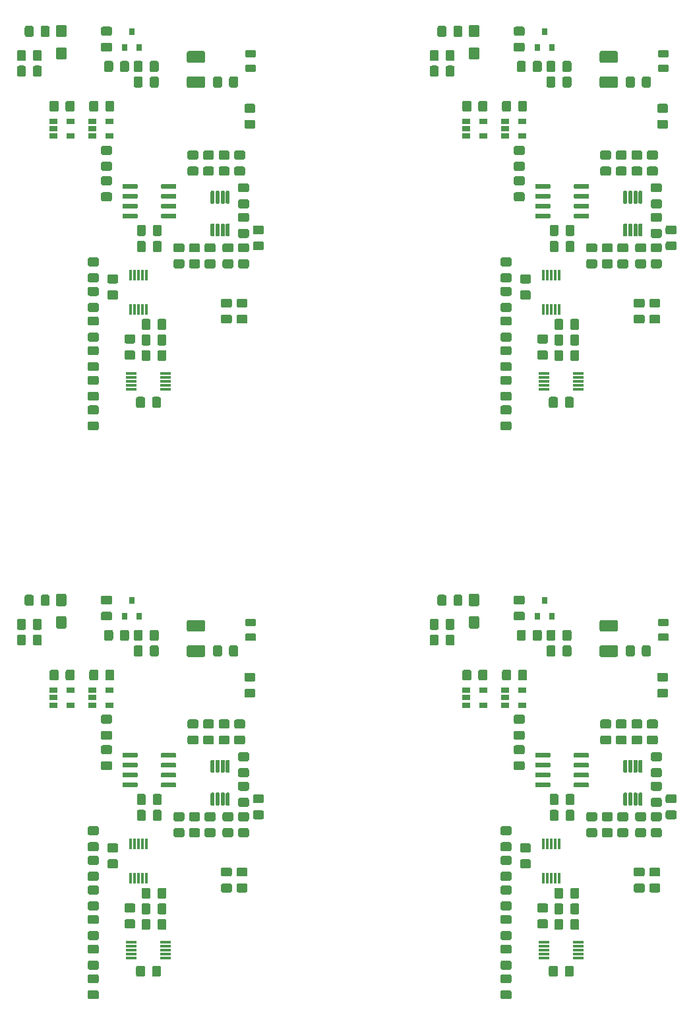
<source format=gbr>
%TF.GenerationSoftware,KiCad,Pcbnew,(5.1.5)-2*%
%TF.CreationDate,2020-06-17T11:39:24+12:00*%
%TF.ProjectId,output.RGB-to-component-panel,6f757470-7574-42e5-9247-422d746f2d63,rev?*%
%TF.SameCoordinates,Original*%
%TF.FileFunction,Paste,Top*%
%TF.FilePolarity,Positive*%
%FSLAX46Y46*%
G04 Gerber Fmt 4.6, Leading zero omitted, Abs format (unit mm)*
G04 Created by KiCad (PCBNEW (5.1.5)-2) date 2020-06-17 11:39:24*
%MOMM*%
%LPD*%
G04 APERTURE LIST*
%ADD10C,0.100000*%
%ADD11R,0.300000X1.400000*%
%ADD12R,1.060000X0.650000*%
%ADD13R,1.400000X0.300000*%
%ADD14R,0.800000X0.900000*%
G04 APERTURE END LIST*
D10*
G36*
X55012252Y-67800602D02*
G01*
X55024386Y-67802402D01*
X55036286Y-67805382D01*
X55047835Y-67809515D01*
X55058925Y-67814760D01*
X55069446Y-67821066D01*
X55079299Y-67828374D01*
X55088388Y-67836612D01*
X55096626Y-67845701D01*
X55103934Y-67855554D01*
X55110240Y-67866075D01*
X55115485Y-67877165D01*
X55119618Y-67888714D01*
X55122598Y-67900614D01*
X55124398Y-67912748D01*
X55125000Y-67925000D01*
X55125000Y-69300000D01*
X55124398Y-69312252D01*
X55122598Y-69324386D01*
X55119618Y-69336286D01*
X55115485Y-69347835D01*
X55110240Y-69358925D01*
X55103934Y-69369446D01*
X55096626Y-69379299D01*
X55088388Y-69388388D01*
X55079299Y-69396626D01*
X55069446Y-69403934D01*
X55058925Y-69410240D01*
X55047835Y-69415485D01*
X55036286Y-69419618D01*
X55024386Y-69422598D01*
X55012252Y-69424398D01*
X55000000Y-69425000D01*
X54750000Y-69425000D01*
X54737748Y-69424398D01*
X54725614Y-69422598D01*
X54713714Y-69419618D01*
X54702165Y-69415485D01*
X54691075Y-69410240D01*
X54680554Y-69403934D01*
X54670701Y-69396626D01*
X54661612Y-69388388D01*
X54653374Y-69379299D01*
X54646066Y-69369446D01*
X54639760Y-69358925D01*
X54634515Y-69347835D01*
X54630382Y-69336286D01*
X54627402Y-69324386D01*
X54625602Y-69312252D01*
X54625000Y-69300000D01*
X54625000Y-67925000D01*
X54625602Y-67912748D01*
X54627402Y-67900614D01*
X54630382Y-67888714D01*
X54634515Y-67877165D01*
X54639760Y-67866075D01*
X54646066Y-67855554D01*
X54653374Y-67845701D01*
X54661612Y-67836612D01*
X54670701Y-67828374D01*
X54680554Y-67821066D01*
X54691075Y-67814760D01*
X54702165Y-67809515D01*
X54713714Y-67805382D01*
X54725614Y-67802402D01*
X54737748Y-67800602D01*
X54750000Y-67800000D01*
X55000000Y-67800000D01*
X55012252Y-67800602D01*
G37*
G36*
X54362252Y-67800602D02*
G01*
X54374386Y-67802402D01*
X54386286Y-67805382D01*
X54397835Y-67809515D01*
X54408925Y-67814760D01*
X54419446Y-67821066D01*
X54429299Y-67828374D01*
X54438388Y-67836612D01*
X54446626Y-67845701D01*
X54453934Y-67855554D01*
X54460240Y-67866075D01*
X54465485Y-67877165D01*
X54469618Y-67888714D01*
X54472598Y-67900614D01*
X54474398Y-67912748D01*
X54475000Y-67925000D01*
X54475000Y-69300000D01*
X54474398Y-69312252D01*
X54472598Y-69324386D01*
X54469618Y-69336286D01*
X54465485Y-69347835D01*
X54460240Y-69358925D01*
X54453934Y-69369446D01*
X54446626Y-69379299D01*
X54438388Y-69388388D01*
X54429299Y-69396626D01*
X54419446Y-69403934D01*
X54408925Y-69410240D01*
X54397835Y-69415485D01*
X54386286Y-69419618D01*
X54374386Y-69422598D01*
X54362252Y-69424398D01*
X54350000Y-69425000D01*
X54100000Y-69425000D01*
X54087748Y-69424398D01*
X54075614Y-69422598D01*
X54063714Y-69419618D01*
X54052165Y-69415485D01*
X54041075Y-69410240D01*
X54030554Y-69403934D01*
X54020701Y-69396626D01*
X54011612Y-69388388D01*
X54003374Y-69379299D01*
X53996066Y-69369446D01*
X53989760Y-69358925D01*
X53984515Y-69347835D01*
X53980382Y-69336286D01*
X53977402Y-69324386D01*
X53975602Y-69312252D01*
X53975000Y-69300000D01*
X53975000Y-67925000D01*
X53975602Y-67912748D01*
X53977402Y-67900614D01*
X53980382Y-67888714D01*
X53984515Y-67877165D01*
X53989760Y-67866075D01*
X53996066Y-67855554D01*
X54003374Y-67845701D01*
X54011612Y-67836612D01*
X54020701Y-67828374D01*
X54030554Y-67821066D01*
X54041075Y-67814760D01*
X54052165Y-67809515D01*
X54063714Y-67805382D01*
X54075614Y-67802402D01*
X54087748Y-67800602D01*
X54100000Y-67800000D01*
X54350000Y-67800000D01*
X54362252Y-67800602D01*
G37*
G36*
X53712252Y-67800602D02*
G01*
X53724386Y-67802402D01*
X53736286Y-67805382D01*
X53747835Y-67809515D01*
X53758925Y-67814760D01*
X53769446Y-67821066D01*
X53779299Y-67828374D01*
X53788388Y-67836612D01*
X53796626Y-67845701D01*
X53803934Y-67855554D01*
X53810240Y-67866075D01*
X53815485Y-67877165D01*
X53819618Y-67888714D01*
X53822598Y-67900614D01*
X53824398Y-67912748D01*
X53825000Y-67925000D01*
X53825000Y-69300000D01*
X53824398Y-69312252D01*
X53822598Y-69324386D01*
X53819618Y-69336286D01*
X53815485Y-69347835D01*
X53810240Y-69358925D01*
X53803934Y-69369446D01*
X53796626Y-69379299D01*
X53788388Y-69388388D01*
X53779299Y-69396626D01*
X53769446Y-69403934D01*
X53758925Y-69410240D01*
X53747835Y-69415485D01*
X53736286Y-69419618D01*
X53724386Y-69422598D01*
X53712252Y-69424398D01*
X53700000Y-69425000D01*
X53450000Y-69425000D01*
X53437748Y-69424398D01*
X53425614Y-69422598D01*
X53413714Y-69419618D01*
X53402165Y-69415485D01*
X53391075Y-69410240D01*
X53380554Y-69403934D01*
X53370701Y-69396626D01*
X53361612Y-69388388D01*
X53353374Y-69379299D01*
X53346066Y-69369446D01*
X53339760Y-69358925D01*
X53334515Y-69347835D01*
X53330382Y-69336286D01*
X53327402Y-69324386D01*
X53325602Y-69312252D01*
X53325000Y-69300000D01*
X53325000Y-67925000D01*
X53325602Y-67912748D01*
X53327402Y-67900614D01*
X53330382Y-67888714D01*
X53334515Y-67877165D01*
X53339760Y-67866075D01*
X53346066Y-67855554D01*
X53353374Y-67845701D01*
X53361612Y-67836612D01*
X53370701Y-67828374D01*
X53380554Y-67821066D01*
X53391075Y-67814760D01*
X53402165Y-67809515D01*
X53413714Y-67805382D01*
X53425614Y-67802402D01*
X53437748Y-67800602D01*
X53450000Y-67800000D01*
X53700000Y-67800000D01*
X53712252Y-67800602D01*
G37*
G36*
X53062252Y-67800602D02*
G01*
X53074386Y-67802402D01*
X53086286Y-67805382D01*
X53097835Y-67809515D01*
X53108925Y-67814760D01*
X53119446Y-67821066D01*
X53129299Y-67828374D01*
X53138388Y-67836612D01*
X53146626Y-67845701D01*
X53153934Y-67855554D01*
X53160240Y-67866075D01*
X53165485Y-67877165D01*
X53169618Y-67888714D01*
X53172598Y-67900614D01*
X53174398Y-67912748D01*
X53175000Y-67925000D01*
X53175000Y-69300000D01*
X53174398Y-69312252D01*
X53172598Y-69324386D01*
X53169618Y-69336286D01*
X53165485Y-69347835D01*
X53160240Y-69358925D01*
X53153934Y-69369446D01*
X53146626Y-69379299D01*
X53138388Y-69388388D01*
X53129299Y-69396626D01*
X53119446Y-69403934D01*
X53108925Y-69410240D01*
X53097835Y-69415485D01*
X53086286Y-69419618D01*
X53074386Y-69422598D01*
X53062252Y-69424398D01*
X53050000Y-69425000D01*
X52800000Y-69425000D01*
X52787748Y-69424398D01*
X52775614Y-69422598D01*
X52763714Y-69419618D01*
X52752165Y-69415485D01*
X52741075Y-69410240D01*
X52730554Y-69403934D01*
X52720701Y-69396626D01*
X52711612Y-69388388D01*
X52703374Y-69379299D01*
X52696066Y-69369446D01*
X52689760Y-69358925D01*
X52684515Y-69347835D01*
X52680382Y-69336286D01*
X52677402Y-69324386D01*
X52675602Y-69312252D01*
X52675000Y-69300000D01*
X52675000Y-67925000D01*
X52675602Y-67912748D01*
X52677402Y-67900614D01*
X52680382Y-67888714D01*
X52684515Y-67877165D01*
X52689760Y-67866075D01*
X52696066Y-67855554D01*
X52703374Y-67845701D01*
X52711612Y-67836612D01*
X52720701Y-67828374D01*
X52730554Y-67821066D01*
X52741075Y-67814760D01*
X52752165Y-67809515D01*
X52763714Y-67805382D01*
X52775614Y-67802402D01*
X52787748Y-67800602D01*
X52800000Y-67800000D01*
X53050000Y-67800000D01*
X53062252Y-67800602D01*
G37*
G36*
X53062252Y-63575602D02*
G01*
X53074386Y-63577402D01*
X53086286Y-63580382D01*
X53097835Y-63584515D01*
X53108925Y-63589760D01*
X53119446Y-63596066D01*
X53129299Y-63603374D01*
X53138388Y-63611612D01*
X53146626Y-63620701D01*
X53153934Y-63630554D01*
X53160240Y-63641075D01*
X53165485Y-63652165D01*
X53169618Y-63663714D01*
X53172598Y-63675614D01*
X53174398Y-63687748D01*
X53175000Y-63700000D01*
X53175000Y-65075000D01*
X53174398Y-65087252D01*
X53172598Y-65099386D01*
X53169618Y-65111286D01*
X53165485Y-65122835D01*
X53160240Y-65133925D01*
X53153934Y-65144446D01*
X53146626Y-65154299D01*
X53138388Y-65163388D01*
X53129299Y-65171626D01*
X53119446Y-65178934D01*
X53108925Y-65185240D01*
X53097835Y-65190485D01*
X53086286Y-65194618D01*
X53074386Y-65197598D01*
X53062252Y-65199398D01*
X53050000Y-65200000D01*
X52800000Y-65200000D01*
X52787748Y-65199398D01*
X52775614Y-65197598D01*
X52763714Y-65194618D01*
X52752165Y-65190485D01*
X52741075Y-65185240D01*
X52730554Y-65178934D01*
X52720701Y-65171626D01*
X52711612Y-65163388D01*
X52703374Y-65154299D01*
X52696066Y-65144446D01*
X52689760Y-65133925D01*
X52684515Y-65122835D01*
X52680382Y-65111286D01*
X52677402Y-65099386D01*
X52675602Y-65087252D01*
X52675000Y-65075000D01*
X52675000Y-63700000D01*
X52675602Y-63687748D01*
X52677402Y-63675614D01*
X52680382Y-63663714D01*
X52684515Y-63652165D01*
X52689760Y-63641075D01*
X52696066Y-63630554D01*
X52703374Y-63620701D01*
X52711612Y-63611612D01*
X52720701Y-63603374D01*
X52730554Y-63596066D01*
X52741075Y-63589760D01*
X52752165Y-63584515D01*
X52763714Y-63580382D01*
X52775614Y-63577402D01*
X52787748Y-63575602D01*
X52800000Y-63575000D01*
X53050000Y-63575000D01*
X53062252Y-63575602D01*
G37*
G36*
X53712252Y-63575602D02*
G01*
X53724386Y-63577402D01*
X53736286Y-63580382D01*
X53747835Y-63584515D01*
X53758925Y-63589760D01*
X53769446Y-63596066D01*
X53779299Y-63603374D01*
X53788388Y-63611612D01*
X53796626Y-63620701D01*
X53803934Y-63630554D01*
X53810240Y-63641075D01*
X53815485Y-63652165D01*
X53819618Y-63663714D01*
X53822598Y-63675614D01*
X53824398Y-63687748D01*
X53825000Y-63700000D01*
X53825000Y-65075000D01*
X53824398Y-65087252D01*
X53822598Y-65099386D01*
X53819618Y-65111286D01*
X53815485Y-65122835D01*
X53810240Y-65133925D01*
X53803934Y-65144446D01*
X53796626Y-65154299D01*
X53788388Y-65163388D01*
X53779299Y-65171626D01*
X53769446Y-65178934D01*
X53758925Y-65185240D01*
X53747835Y-65190485D01*
X53736286Y-65194618D01*
X53724386Y-65197598D01*
X53712252Y-65199398D01*
X53700000Y-65200000D01*
X53450000Y-65200000D01*
X53437748Y-65199398D01*
X53425614Y-65197598D01*
X53413714Y-65194618D01*
X53402165Y-65190485D01*
X53391075Y-65185240D01*
X53380554Y-65178934D01*
X53370701Y-65171626D01*
X53361612Y-65163388D01*
X53353374Y-65154299D01*
X53346066Y-65144446D01*
X53339760Y-65133925D01*
X53334515Y-65122835D01*
X53330382Y-65111286D01*
X53327402Y-65099386D01*
X53325602Y-65087252D01*
X53325000Y-65075000D01*
X53325000Y-63700000D01*
X53325602Y-63687748D01*
X53327402Y-63675614D01*
X53330382Y-63663714D01*
X53334515Y-63652165D01*
X53339760Y-63641075D01*
X53346066Y-63630554D01*
X53353374Y-63620701D01*
X53361612Y-63611612D01*
X53370701Y-63603374D01*
X53380554Y-63596066D01*
X53391075Y-63589760D01*
X53402165Y-63584515D01*
X53413714Y-63580382D01*
X53425614Y-63577402D01*
X53437748Y-63575602D01*
X53450000Y-63575000D01*
X53700000Y-63575000D01*
X53712252Y-63575602D01*
G37*
G36*
X54362252Y-63575602D02*
G01*
X54374386Y-63577402D01*
X54386286Y-63580382D01*
X54397835Y-63584515D01*
X54408925Y-63589760D01*
X54419446Y-63596066D01*
X54429299Y-63603374D01*
X54438388Y-63611612D01*
X54446626Y-63620701D01*
X54453934Y-63630554D01*
X54460240Y-63641075D01*
X54465485Y-63652165D01*
X54469618Y-63663714D01*
X54472598Y-63675614D01*
X54474398Y-63687748D01*
X54475000Y-63700000D01*
X54475000Y-65075000D01*
X54474398Y-65087252D01*
X54472598Y-65099386D01*
X54469618Y-65111286D01*
X54465485Y-65122835D01*
X54460240Y-65133925D01*
X54453934Y-65144446D01*
X54446626Y-65154299D01*
X54438388Y-65163388D01*
X54429299Y-65171626D01*
X54419446Y-65178934D01*
X54408925Y-65185240D01*
X54397835Y-65190485D01*
X54386286Y-65194618D01*
X54374386Y-65197598D01*
X54362252Y-65199398D01*
X54350000Y-65200000D01*
X54100000Y-65200000D01*
X54087748Y-65199398D01*
X54075614Y-65197598D01*
X54063714Y-65194618D01*
X54052165Y-65190485D01*
X54041075Y-65185240D01*
X54030554Y-65178934D01*
X54020701Y-65171626D01*
X54011612Y-65163388D01*
X54003374Y-65154299D01*
X53996066Y-65144446D01*
X53989760Y-65133925D01*
X53984515Y-65122835D01*
X53980382Y-65111286D01*
X53977402Y-65099386D01*
X53975602Y-65087252D01*
X53975000Y-65075000D01*
X53975000Y-63700000D01*
X53975602Y-63687748D01*
X53977402Y-63675614D01*
X53980382Y-63663714D01*
X53984515Y-63652165D01*
X53989760Y-63641075D01*
X53996066Y-63630554D01*
X54003374Y-63620701D01*
X54011612Y-63611612D01*
X54020701Y-63603374D01*
X54030554Y-63596066D01*
X54041075Y-63589760D01*
X54052165Y-63584515D01*
X54063714Y-63580382D01*
X54075614Y-63577402D01*
X54087748Y-63575602D01*
X54100000Y-63575000D01*
X54350000Y-63575000D01*
X54362252Y-63575602D01*
G37*
G36*
X55012252Y-63575602D02*
G01*
X55024386Y-63577402D01*
X55036286Y-63580382D01*
X55047835Y-63584515D01*
X55058925Y-63589760D01*
X55069446Y-63596066D01*
X55079299Y-63603374D01*
X55088388Y-63611612D01*
X55096626Y-63620701D01*
X55103934Y-63630554D01*
X55110240Y-63641075D01*
X55115485Y-63652165D01*
X55119618Y-63663714D01*
X55122598Y-63675614D01*
X55124398Y-63687748D01*
X55125000Y-63700000D01*
X55125000Y-65075000D01*
X55124398Y-65087252D01*
X55122598Y-65099386D01*
X55119618Y-65111286D01*
X55115485Y-65122835D01*
X55110240Y-65133925D01*
X55103934Y-65144446D01*
X55096626Y-65154299D01*
X55088388Y-65163388D01*
X55079299Y-65171626D01*
X55069446Y-65178934D01*
X55058925Y-65185240D01*
X55047835Y-65190485D01*
X55036286Y-65194618D01*
X55024386Y-65197598D01*
X55012252Y-65199398D01*
X55000000Y-65200000D01*
X54750000Y-65200000D01*
X54737748Y-65199398D01*
X54725614Y-65197598D01*
X54713714Y-65194618D01*
X54702165Y-65190485D01*
X54691075Y-65185240D01*
X54680554Y-65178934D01*
X54670701Y-65171626D01*
X54661612Y-65163388D01*
X54653374Y-65154299D01*
X54646066Y-65144446D01*
X54639760Y-65133925D01*
X54634515Y-65122835D01*
X54630382Y-65111286D01*
X54627402Y-65099386D01*
X54625602Y-65087252D01*
X54625000Y-65075000D01*
X54625000Y-63700000D01*
X54625602Y-63687748D01*
X54627402Y-63675614D01*
X54630382Y-63663714D01*
X54634515Y-63652165D01*
X54639760Y-63641075D01*
X54646066Y-63630554D01*
X54653374Y-63620701D01*
X54661612Y-63611612D01*
X54670701Y-63603374D01*
X54680554Y-63596066D01*
X54691075Y-63589760D01*
X54702165Y-63584515D01*
X54713714Y-63580382D01*
X54725614Y-63577402D01*
X54737748Y-63575602D01*
X54750000Y-63575000D01*
X55000000Y-63575000D01*
X55012252Y-63575602D01*
G37*
G36*
X31774505Y-42401204D02*
G01*
X31798773Y-42404804D01*
X31822572Y-42410765D01*
X31845671Y-42419030D01*
X31867850Y-42429520D01*
X31888893Y-42442132D01*
X31908599Y-42456747D01*
X31926777Y-42473223D01*
X31943253Y-42491401D01*
X31957868Y-42511107D01*
X31970480Y-42532150D01*
X31980970Y-42554329D01*
X31989235Y-42577428D01*
X31995196Y-42601227D01*
X31998796Y-42625495D01*
X32000000Y-42649999D01*
X32000000Y-43550001D01*
X31998796Y-43574505D01*
X31995196Y-43598773D01*
X31989235Y-43622572D01*
X31980970Y-43645671D01*
X31970480Y-43667850D01*
X31957868Y-43688893D01*
X31943253Y-43708599D01*
X31926777Y-43726777D01*
X31908599Y-43743253D01*
X31888893Y-43757868D01*
X31867850Y-43770480D01*
X31845671Y-43780970D01*
X31822572Y-43789235D01*
X31798773Y-43795196D01*
X31774505Y-43798796D01*
X31750001Y-43800000D01*
X31099999Y-43800000D01*
X31075495Y-43798796D01*
X31051227Y-43795196D01*
X31027428Y-43789235D01*
X31004329Y-43780970D01*
X30982150Y-43770480D01*
X30961107Y-43757868D01*
X30941401Y-43743253D01*
X30923223Y-43726777D01*
X30906747Y-43708599D01*
X30892132Y-43688893D01*
X30879520Y-43667850D01*
X30869030Y-43645671D01*
X30860765Y-43622572D01*
X30854804Y-43598773D01*
X30851204Y-43574505D01*
X30850000Y-43550001D01*
X30850000Y-42649999D01*
X30851204Y-42625495D01*
X30854804Y-42601227D01*
X30860765Y-42577428D01*
X30869030Y-42554329D01*
X30879520Y-42532150D01*
X30892132Y-42511107D01*
X30906747Y-42491401D01*
X30923223Y-42473223D01*
X30941401Y-42456747D01*
X30961107Y-42442132D01*
X30982150Y-42429520D01*
X31004329Y-42419030D01*
X31027428Y-42410765D01*
X31051227Y-42404804D01*
X31075495Y-42401204D01*
X31099999Y-42400000D01*
X31750001Y-42400000D01*
X31774505Y-42401204D01*
G37*
G36*
X29724505Y-42401204D02*
G01*
X29748773Y-42404804D01*
X29772572Y-42410765D01*
X29795671Y-42419030D01*
X29817850Y-42429520D01*
X29838893Y-42442132D01*
X29858599Y-42456747D01*
X29876777Y-42473223D01*
X29893253Y-42491401D01*
X29907868Y-42511107D01*
X29920480Y-42532150D01*
X29930970Y-42554329D01*
X29939235Y-42577428D01*
X29945196Y-42601227D01*
X29948796Y-42625495D01*
X29950000Y-42649999D01*
X29950000Y-43550001D01*
X29948796Y-43574505D01*
X29945196Y-43598773D01*
X29939235Y-43622572D01*
X29930970Y-43645671D01*
X29920480Y-43667850D01*
X29907868Y-43688893D01*
X29893253Y-43708599D01*
X29876777Y-43726777D01*
X29858599Y-43743253D01*
X29838893Y-43757868D01*
X29817850Y-43770480D01*
X29795671Y-43780970D01*
X29772572Y-43789235D01*
X29748773Y-43795196D01*
X29724505Y-43798796D01*
X29700001Y-43800000D01*
X29049999Y-43800000D01*
X29025495Y-43798796D01*
X29001227Y-43795196D01*
X28977428Y-43789235D01*
X28954329Y-43780970D01*
X28932150Y-43770480D01*
X28911107Y-43757868D01*
X28891401Y-43743253D01*
X28873223Y-43726777D01*
X28856747Y-43708599D01*
X28842132Y-43688893D01*
X28829520Y-43667850D01*
X28819030Y-43645671D01*
X28810765Y-43622572D01*
X28804804Y-43598773D01*
X28801204Y-43574505D01*
X28800000Y-43550001D01*
X28800000Y-42649999D01*
X28801204Y-42625495D01*
X28804804Y-42601227D01*
X28810765Y-42577428D01*
X28819030Y-42554329D01*
X28829520Y-42532150D01*
X28842132Y-42511107D01*
X28856747Y-42491401D01*
X28873223Y-42473223D01*
X28891401Y-42456747D01*
X28911107Y-42442132D01*
X28932150Y-42429520D01*
X28954329Y-42419030D01*
X28977428Y-42410765D01*
X29001227Y-42404804D01*
X29025495Y-42401204D01*
X29049999Y-42400000D01*
X29700001Y-42400000D01*
X29724505Y-42401204D01*
G37*
G36*
X55974505Y-48901204D02*
G01*
X55998773Y-48904804D01*
X56022572Y-48910765D01*
X56045671Y-48919030D01*
X56067850Y-48929520D01*
X56088893Y-48942132D01*
X56108599Y-48956747D01*
X56126777Y-48973223D01*
X56143253Y-48991401D01*
X56157868Y-49011107D01*
X56170480Y-49032150D01*
X56180970Y-49054329D01*
X56189235Y-49077428D01*
X56195196Y-49101227D01*
X56198796Y-49125495D01*
X56200000Y-49149999D01*
X56200000Y-50050001D01*
X56198796Y-50074505D01*
X56195196Y-50098773D01*
X56189235Y-50122572D01*
X56180970Y-50145671D01*
X56170480Y-50167850D01*
X56157868Y-50188893D01*
X56143253Y-50208599D01*
X56126777Y-50226777D01*
X56108599Y-50243253D01*
X56088893Y-50257868D01*
X56067850Y-50270480D01*
X56045671Y-50280970D01*
X56022572Y-50289235D01*
X55998773Y-50295196D01*
X55974505Y-50298796D01*
X55950001Y-50300000D01*
X55299999Y-50300000D01*
X55275495Y-50298796D01*
X55251227Y-50295196D01*
X55227428Y-50289235D01*
X55204329Y-50280970D01*
X55182150Y-50270480D01*
X55161107Y-50257868D01*
X55141401Y-50243253D01*
X55123223Y-50226777D01*
X55106747Y-50208599D01*
X55092132Y-50188893D01*
X55079520Y-50167850D01*
X55069030Y-50145671D01*
X55060765Y-50122572D01*
X55054804Y-50098773D01*
X55051204Y-50074505D01*
X55050000Y-50050001D01*
X55050000Y-49149999D01*
X55051204Y-49125495D01*
X55054804Y-49101227D01*
X55060765Y-49077428D01*
X55069030Y-49054329D01*
X55079520Y-49032150D01*
X55092132Y-49011107D01*
X55106747Y-48991401D01*
X55123223Y-48973223D01*
X55141401Y-48956747D01*
X55161107Y-48942132D01*
X55182150Y-48929520D01*
X55204329Y-48919030D01*
X55227428Y-48910765D01*
X55251227Y-48904804D01*
X55275495Y-48901204D01*
X55299999Y-48900000D01*
X55950001Y-48900000D01*
X55974505Y-48901204D01*
G37*
G36*
X53924505Y-48901204D02*
G01*
X53948773Y-48904804D01*
X53972572Y-48910765D01*
X53995671Y-48919030D01*
X54017850Y-48929520D01*
X54038893Y-48942132D01*
X54058599Y-48956747D01*
X54076777Y-48973223D01*
X54093253Y-48991401D01*
X54107868Y-49011107D01*
X54120480Y-49032150D01*
X54130970Y-49054329D01*
X54139235Y-49077428D01*
X54145196Y-49101227D01*
X54148796Y-49125495D01*
X54150000Y-49149999D01*
X54150000Y-50050001D01*
X54148796Y-50074505D01*
X54145196Y-50098773D01*
X54139235Y-50122572D01*
X54130970Y-50145671D01*
X54120480Y-50167850D01*
X54107868Y-50188893D01*
X54093253Y-50208599D01*
X54076777Y-50226777D01*
X54058599Y-50243253D01*
X54038893Y-50257868D01*
X54017850Y-50270480D01*
X53995671Y-50280970D01*
X53972572Y-50289235D01*
X53948773Y-50295196D01*
X53924505Y-50298796D01*
X53900001Y-50300000D01*
X53249999Y-50300000D01*
X53225495Y-50298796D01*
X53201227Y-50295196D01*
X53177428Y-50289235D01*
X53154329Y-50280970D01*
X53132150Y-50270480D01*
X53111107Y-50257868D01*
X53091401Y-50243253D01*
X53073223Y-50226777D01*
X53056747Y-50208599D01*
X53042132Y-50188893D01*
X53029520Y-50167850D01*
X53019030Y-50145671D01*
X53010765Y-50122572D01*
X53004804Y-50098773D01*
X53001204Y-50074505D01*
X53000000Y-50050001D01*
X53000000Y-49149999D01*
X53001204Y-49125495D01*
X53004804Y-49101227D01*
X53010765Y-49077428D01*
X53019030Y-49054329D01*
X53029520Y-49032150D01*
X53042132Y-49011107D01*
X53056747Y-48991401D01*
X53073223Y-48973223D01*
X53091401Y-48956747D01*
X53111107Y-48942132D01*
X53132150Y-48929520D01*
X53154329Y-48919030D01*
X53177428Y-48910765D01*
X53201227Y-48904804D01*
X53225495Y-48901204D01*
X53249999Y-48900000D01*
X53900001Y-48900000D01*
X53924505Y-48901204D01*
G37*
G36*
X59274505Y-70051204D02*
G01*
X59298773Y-70054804D01*
X59322572Y-70060765D01*
X59345671Y-70069030D01*
X59367850Y-70079520D01*
X59388893Y-70092132D01*
X59408599Y-70106747D01*
X59426777Y-70123223D01*
X59443253Y-70141401D01*
X59457868Y-70161107D01*
X59470480Y-70182150D01*
X59480970Y-70204329D01*
X59489235Y-70227428D01*
X59495196Y-70251227D01*
X59498796Y-70275495D01*
X59500000Y-70299999D01*
X59500000Y-70950001D01*
X59498796Y-70974505D01*
X59495196Y-70998773D01*
X59489235Y-71022572D01*
X59480970Y-71045671D01*
X59470480Y-71067850D01*
X59457868Y-71088893D01*
X59443253Y-71108599D01*
X59426777Y-71126777D01*
X59408599Y-71143253D01*
X59388893Y-71157868D01*
X59367850Y-71170480D01*
X59345671Y-71180970D01*
X59322572Y-71189235D01*
X59298773Y-71195196D01*
X59274505Y-71198796D01*
X59250001Y-71200000D01*
X58349999Y-71200000D01*
X58325495Y-71198796D01*
X58301227Y-71195196D01*
X58277428Y-71189235D01*
X58254329Y-71180970D01*
X58232150Y-71170480D01*
X58211107Y-71157868D01*
X58191401Y-71143253D01*
X58173223Y-71126777D01*
X58156747Y-71108599D01*
X58142132Y-71088893D01*
X58129520Y-71067850D01*
X58119030Y-71045671D01*
X58110765Y-71022572D01*
X58104804Y-70998773D01*
X58101204Y-70974505D01*
X58100000Y-70950001D01*
X58100000Y-70299999D01*
X58101204Y-70275495D01*
X58104804Y-70251227D01*
X58110765Y-70227428D01*
X58119030Y-70204329D01*
X58129520Y-70182150D01*
X58142132Y-70161107D01*
X58156747Y-70141401D01*
X58173223Y-70123223D01*
X58191401Y-70106747D01*
X58211107Y-70092132D01*
X58232150Y-70079520D01*
X58254329Y-70069030D01*
X58277428Y-70060765D01*
X58301227Y-70054804D01*
X58325495Y-70051204D01*
X58349999Y-70050000D01*
X59250001Y-70050000D01*
X59274505Y-70051204D01*
G37*
G36*
X59274505Y-68001204D02*
G01*
X59298773Y-68004804D01*
X59322572Y-68010765D01*
X59345671Y-68019030D01*
X59367850Y-68029520D01*
X59388893Y-68042132D01*
X59408599Y-68056747D01*
X59426777Y-68073223D01*
X59443253Y-68091401D01*
X59457868Y-68111107D01*
X59470480Y-68132150D01*
X59480970Y-68154329D01*
X59489235Y-68177428D01*
X59495196Y-68201227D01*
X59498796Y-68225495D01*
X59500000Y-68249999D01*
X59500000Y-68900001D01*
X59498796Y-68924505D01*
X59495196Y-68948773D01*
X59489235Y-68972572D01*
X59480970Y-68995671D01*
X59470480Y-69017850D01*
X59457868Y-69038893D01*
X59443253Y-69058599D01*
X59426777Y-69076777D01*
X59408599Y-69093253D01*
X59388893Y-69107868D01*
X59367850Y-69120480D01*
X59345671Y-69130970D01*
X59322572Y-69139235D01*
X59298773Y-69145196D01*
X59274505Y-69148796D01*
X59250001Y-69150000D01*
X58349999Y-69150000D01*
X58325495Y-69148796D01*
X58301227Y-69145196D01*
X58277428Y-69139235D01*
X58254329Y-69130970D01*
X58232150Y-69120480D01*
X58211107Y-69107868D01*
X58191401Y-69093253D01*
X58173223Y-69076777D01*
X58156747Y-69058599D01*
X58142132Y-69038893D01*
X58129520Y-69017850D01*
X58119030Y-68995671D01*
X58110765Y-68972572D01*
X58104804Y-68948773D01*
X58101204Y-68924505D01*
X58100000Y-68900001D01*
X58100000Y-68249999D01*
X58101204Y-68225495D01*
X58104804Y-68201227D01*
X58110765Y-68177428D01*
X58119030Y-68154329D01*
X58129520Y-68132150D01*
X58142132Y-68111107D01*
X58156747Y-68091401D01*
X58173223Y-68073223D01*
X58191401Y-68056747D01*
X58211107Y-68042132D01*
X58232150Y-68029520D01*
X58254329Y-68019030D01*
X58277428Y-68010765D01*
X58301227Y-68004804D01*
X58325495Y-68001204D01*
X58349999Y-68000000D01*
X59250001Y-68000000D01*
X59274505Y-68001204D01*
G37*
G36*
X58280142Y-47351174D02*
G01*
X58303803Y-47354684D01*
X58327007Y-47360496D01*
X58349529Y-47368554D01*
X58371153Y-47378782D01*
X58391670Y-47391079D01*
X58410883Y-47405329D01*
X58428607Y-47421393D01*
X58444671Y-47439117D01*
X58458921Y-47458330D01*
X58471218Y-47478847D01*
X58481446Y-47500471D01*
X58489504Y-47522993D01*
X58495316Y-47546197D01*
X58498826Y-47569858D01*
X58500000Y-47593750D01*
X58500000Y-48081250D01*
X58498826Y-48105142D01*
X58495316Y-48128803D01*
X58489504Y-48152007D01*
X58481446Y-48174529D01*
X58471218Y-48196153D01*
X58458921Y-48216670D01*
X58444671Y-48235883D01*
X58428607Y-48253607D01*
X58410883Y-48269671D01*
X58391670Y-48283921D01*
X58371153Y-48296218D01*
X58349529Y-48306446D01*
X58327007Y-48314504D01*
X58303803Y-48320316D01*
X58280142Y-48323826D01*
X58256250Y-48325000D01*
X57343750Y-48325000D01*
X57319858Y-48323826D01*
X57296197Y-48320316D01*
X57272993Y-48314504D01*
X57250471Y-48306446D01*
X57228847Y-48296218D01*
X57208330Y-48283921D01*
X57189117Y-48269671D01*
X57171393Y-48253607D01*
X57155329Y-48235883D01*
X57141079Y-48216670D01*
X57128782Y-48196153D01*
X57118554Y-48174529D01*
X57110496Y-48152007D01*
X57104684Y-48128803D01*
X57101174Y-48105142D01*
X57100000Y-48081250D01*
X57100000Y-47593750D01*
X57101174Y-47569858D01*
X57104684Y-47546197D01*
X57110496Y-47522993D01*
X57118554Y-47500471D01*
X57128782Y-47478847D01*
X57141079Y-47458330D01*
X57155329Y-47439117D01*
X57171393Y-47421393D01*
X57189117Y-47405329D01*
X57208330Y-47391079D01*
X57228847Y-47378782D01*
X57250471Y-47368554D01*
X57272993Y-47360496D01*
X57296197Y-47354684D01*
X57319858Y-47351174D01*
X57343750Y-47350000D01*
X58256250Y-47350000D01*
X58280142Y-47351174D01*
G37*
G36*
X58280142Y-45476174D02*
G01*
X58303803Y-45479684D01*
X58327007Y-45485496D01*
X58349529Y-45493554D01*
X58371153Y-45503782D01*
X58391670Y-45516079D01*
X58410883Y-45530329D01*
X58428607Y-45546393D01*
X58444671Y-45564117D01*
X58458921Y-45583330D01*
X58471218Y-45603847D01*
X58481446Y-45625471D01*
X58489504Y-45647993D01*
X58495316Y-45671197D01*
X58498826Y-45694858D01*
X58500000Y-45718750D01*
X58500000Y-46206250D01*
X58498826Y-46230142D01*
X58495316Y-46253803D01*
X58489504Y-46277007D01*
X58481446Y-46299529D01*
X58471218Y-46321153D01*
X58458921Y-46341670D01*
X58444671Y-46360883D01*
X58428607Y-46378607D01*
X58410883Y-46394671D01*
X58391670Y-46408921D01*
X58371153Y-46421218D01*
X58349529Y-46431446D01*
X58327007Y-46439504D01*
X58303803Y-46445316D01*
X58280142Y-46448826D01*
X58256250Y-46450000D01*
X57343750Y-46450000D01*
X57319858Y-46448826D01*
X57296197Y-46445316D01*
X57272993Y-46439504D01*
X57250471Y-46431446D01*
X57228847Y-46421218D01*
X57208330Y-46408921D01*
X57189117Y-46394671D01*
X57171393Y-46378607D01*
X57155329Y-46360883D01*
X57141079Y-46341670D01*
X57128782Y-46321153D01*
X57118554Y-46299529D01*
X57110496Y-46277007D01*
X57104684Y-46253803D01*
X57101174Y-46230142D01*
X57100000Y-46206250D01*
X57100000Y-45718750D01*
X57101174Y-45694858D01*
X57104684Y-45671197D01*
X57110496Y-45647993D01*
X57118554Y-45625471D01*
X57128782Y-45603847D01*
X57141079Y-45583330D01*
X57155329Y-45564117D01*
X57171393Y-45546393D01*
X57189117Y-45530329D01*
X57208330Y-45516079D01*
X57228847Y-45503782D01*
X57250471Y-45493554D01*
X57272993Y-45485496D01*
X57296197Y-45479684D01*
X57319858Y-45476174D01*
X57343750Y-45475000D01*
X58256250Y-45475000D01*
X58280142Y-45476174D01*
G37*
G36*
X52874505Y-60451204D02*
G01*
X52898773Y-60454804D01*
X52922572Y-60460765D01*
X52945671Y-60469030D01*
X52967850Y-60479520D01*
X52988893Y-60492132D01*
X53008599Y-60506747D01*
X53026777Y-60523223D01*
X53043253Y-60541401D01*
X53057868Y-60561107D01*
X53070480Y-60582150D01*
X53080970Y-60604329D01*
X53089235Y-60627428D01*
X53095196Y-60651227D01*
X53098796Y-60675495D01*
X53100000Y-60699999D01*
X53100000Y-61350001D01*
X53098796Y-61374505D01*
X53095196Y-61398773D01*
X53089235Y-61422572D01*
X53080970Y-61445671D01*
X53070480Y-61467850D01*
X53057868Y-61488893D01*
X53043253Y-61508599D01*
X53026777Y-61526777D01*
X53008599Y-61543253D01*
X52988893Y-61557868D01*
X52967850Y-61570480D01*
X52945671Y-61580970D01*
X52922572Y-61589235D01*
X52898773Y-61595196D01*
X52874505Y-61598796D01*
X52850001Y-61600000D01*
X51949999Y-61600000D01*
X51925495Y-61598796D01*
X51901227Y-61595196D01*
X51877428Y-61589235D01*
X51854329Y-61580970D01*
X51832150Y-61570480D01*
X51811107Y-61557868D01*
X51791401Y-61543253D01*
X51773223Y-61526777D01*
X51756747Y-61508599D01*
X51742132Y-61488893D01*
X51729520Y-61467850D01*
X51719030Y-61445671D01*
X51710765Y-61422572D01*
X51704804Y-61398773D01*
X51701204Y-61374505D01*
X51700000Y-61350001D01*
X51700000Y-60699999D01*
X51701204Y-60675495D01*
X51704804Y-60651227D01*
X51710765Y-60627428D01*
X51719030Y-60604329D01*
X51729520Y-60582150D01*
X51742132Y-60561107D01*
X51756747Y-60541401D01*
X51773223Y-60523223D01*
X51791401Y-60506747D01*
X51811107Y-60492132D01*
X51832150Y-60479520D01*
X51854329Y-60469030D01*
X51877428Y-60460765D01*
X51901227Y-60454804D01*
X51925495Y-60451204D01*
X51949999Y-60450000D01*
X52850001Y-60450000D01*
X52874505Y-60451204D01*
G37*
G36*
X52874505Y-58401204D02*
G01*
X52898773Y-58404804D01*
X52922572Y-58410765D01*
X52945671Y-58419030D01*
X52967850Y-58429520D01*
X52988893Y-58442132D01*
X53008599Y-58456747D01*
X53026777Y-58473223D01*
X53043253Y-58491401D01*
X53057868Y-58511107D01*
X53070480Y-58532150D01*
X53080970Y-58554329D01*
X53089235Y-58577428D01*
X53095196Y-58601227D01*
X53098796Y-58625495D01*
X53100000Y-58649999D01*
X53100000Y-59300001D01*
X53098796Y-59324505D01*
X53095196Y-59348773D01*
X53089235Y-59372572D01*
X53080970Y-59395671D01*
X53070480Y-59417850D01*
X53057868Y-59438893D01*
X53043253Y-59458599D01*
X53026777Y-59476777D01*
X53008599Y-59493253D01*
X52988893Y-59507868D01*
X52967850Y-59520480D01*
X52945671Y-59530970D01*
X52922572Y-59539235D01*
X52898773Y-59545196D01*
X52874505Y-59548796D01*
X52850001Y-59550000D01*
X51949999Y-59550000D01*
X51925495Y-59548796D01*
X51901227Y-59545196D01*
X51877428Y-59539235D01*
X51854329Y-59530970D01*
X51832150Y-59520480D01*
X51811107Y-59507868D01*
X51791401Y-59493253D01*
X51773223Y-59476777D01*
X51756747Y-59458599D01*
X51742132Y-59438893D01*
X51729520Y-59417850D01*
X51719030Y-59395671D01*
X51710765Y-59372572D01*
X51704804Y-59348773D01*
X51701204Y-59324505D01*
X51700000Y-59300001D01*
X51700000Y-58649999D01*
X51701204Y-58625495D01*
X51704804Y-58601227D01*
X51710765Y-58577428D01*
X51719030Y-58554329D01*
X51729520Y-58532150D01*
X51742132Y-58511107D01*
X51756747Y-58491401D01*
X51773223Y-58473223D01*
X51791401Y-58456747D01*
X51811107Y-58442132D01*
X51832150Y-58429520D01*
X51854329Y-58419030D01*
X51877428Y-58410765D01*
X51901227Y-58404804D01*
X51925495Y-58401204D01*
X51949999Y-58400000D01*
X52850001Y-58400000D01*
X52874505Y-58401204D01*
G37*
D11*
X42400000Y-74400000D03*
X42900000Y-74400000D03*
X43400000Y-74400000D03*
X43900000Y-74400000D03*
X44400000Y-74400000D03*
X44400000Y-78800000D03*
X43900000Y-78800000D03*
X43400000Y-78800000D03*
X42900000Y-78800000D03*
X42400000Y-78800000D03*
D10*
G36*
X33949505Y-45151204D02*
G01*
X33973773Y-45154804D01*
X33997572Y-45160765D01*
X34020671Y-45169030D01*
X34042850Y-45179520D01*
X34063893Y-45192132D01*
X34083599Y-45206747D01*
X34101777Y-45223223D01*
X34118253Y-45241401D01*
X34132868Y-45261107D01*
X34145480Y-45282150D01*
X34155970Y-45304329D01*
X34164235Y-45327428D01*
X34170196Y-45351227D01*
X34173796Y-45375495D01*
X34175000Y-45399999D01*
X34175000Y-46475001D01*
X34173796Y-46499505D01*
X34170196Y-46523773D01*
X34164235Y-46547572D01*
X34155970Y-46570671D01*
X34145480Y-46592850D01*
X34132868Y-46613893D01*
X34118253Y-46633599D01*
X34101777Y-46651777D01*
X34083599Y-46668253D01*
X34063893Y-46682868D01*
X34042850Y-46695480D01*
X34020671Y-46705970D01*
X33997572Y-46714235D01*
X33973773Y-46720196D01*
X33949505Y-46723796D01*
X33925001Y-46725000D01*
X33074999Y-46725000D01*
X33050495Y-46723796D01*
X33026227Y-46720196D01*
X33002428Y-46714235D01*
X32979329Y-46705970D01*
X32957150Y-46695480D01*
X32936107Y-46682868D01*
X32916401Y-46668253D01*
X32898223Y-46651777D01*
X32881747Y-46633599D01*
X32867132Y-46613893D01*
X32854520Y-46592850D01*
X32844030Y-46570671D01*
X32835765Y-46547572D01*
X32829804Y-46523773D01*
X32826204Y-46499505D01*
X32825000Y-46475001D01*
X32825000Y-45399999D01*
X32826204Y-45375495D01*
X32829804Y-45351227D01*
X32835765Y-45327428D01*
X32844030Y-45304329D01*
X32854520Y-45282150D01*
X32867132Y-45261107D01*
X32881747Y-45241401D01*
X32898223Y-45223223D01*
X32916401Y-45206747D01*
X32936107Y-45192132D01*
X32957150Y-45179520D01*
X32979329Y-45169030D01*
X33002428Y-45160765D01*
X33026227Y-45154804D01*
X33050495Y-45151204D01*
X33074999Y-45150000D01*
X33925001Y-45150000D01*
X33949505Y-45151204D01*
G37*
G36*
X33949505Y-42276204D02*
G01*
X33973773Y-42279804D01*
X33997572Y-42285765D01*
X34020671Y-42294030D01*
X34042850Y-42304520D01*
X34063893Y-42317132D01*
X34083599Y-42331747D01*
X34101777Y-42348223D01*
X34118253Y-42366401D01*
X34132868Y-42386107D01*
X34145480Y-42407150D01*
X34155970Y-42429329D01*
X34164235Y-42452428D01*
X34170196Y-42476227D01*
X34173796Y-42500495D01*
X34175000Y-42524999D01*
X34175000Y-43600001D01*
X34173796Y-43624505D01*
X34170196Y-43648773D01*
X34164235Y-43672572D01*
X34155970Y-43695671D01*
X34145480Y-43717850D01*
X34132868Y-43738893D01*
X34118253Y-43758599D01*
X34101777Y-43776777D01*
X34083599Y-43793253D01*
X34063893Y-43807868D01*
X34042850Y-43820480D01*
X34020671Y-43830970D01*
X33997572Y-43839235D01*
X33973773Y-43845196D01*
X33949505Y-43848796D01*
X33925001Y-43850000D01*
X33074999Y-43850000D01*
X33050495Y-43848796D01*
X33026227Y-43845196D01*
X33002428Y-43839235D01*
X32979329Y-43830970D01*
X32957150Y-43820480D01*
X32936107Y-43807868D01*
X32916401Y-43793253D01*
X32898223Y-43776777D01*
X32881747Y-43758599D01*
X32867132Y-43738893D01*
X32854520Y-43717850D01*
X32844030Y-43695671D01*
X32835765Y-43672572D01*
X32829804Y-43648773D01*
X32826204Y-43624505D01*
X32825000Y-43600001D01*
X32825000Y-42524999D01*
X32826204Y-42500495D01*
X32829804Y-42476227D01*
X32835765Y-42452428D01*
X32844030Y-42429329D01*
X32854520Y-42407150D01*
X32867132Y-42386107D01*
X32881747Y-42366401D01*
X32898223Y-42348223D01*
X32916401Y-42331747D01*
X32936107Y-42317132D01*
X32957150Y-42304520D01*
X32979329Y-42294030D01*
X33002428Y-42285765D01*
X33026227Y-42279804D01*
X33050495Y-42276204D01*
X33074999Y-42275000D01*
X33925001Y-42275000D01*
X33949505Y-42276204D01*
G37*
G36*
X51749504Y-45626204D02*
G01*
X51773773Y-45629804D01*
X51797571Y-45635765D01*
X51820671Y-45644030D01*
X51842849Y-45654520D01*
X51863893Y-45667133D01*
X51883598Y-45681747D01*
X51901777Y-45698223D01*
X51918253Y-45716402D01*
X51932867Y-45736107D01*
X51945480Y-45757151D01*
X51955970Y-45779329D01*
X51964235Y-45802429D01*
X51970196Y-45826227D01*
X51973796Y-45850496D01*
X51975000Y-45875000D01*
X51975000Y-46875000D01*
X51973796Y-46899504D01*
X51970196Y-46923773D01*
X51964235Y-46947571D01*
X51955970Y-46970671D01*
X51945480Y-46992849D01*
X51932867Y-47013893D01*
X51918253Y-47033598D01*
X51901777Y-47051777D01*
X51883598Y-47068253D01*
X51863893Y-47082867D01*
X51842849Y-47095480D01*
X51820671Y-47105970D01*
X51797571Y-47114235D01*
X51773773Y-47120196D01*
X51749504Y-47123796D01*
X51725000Y-47125000D01*
X49875000Y-47125000D01*
X49850496Y-47123796D01*
X49826227Y-47120196D01*
X49802429Y-47114235D01*
X49779329Y-47105970D01*
X49757151Y-47095480D01*
X49736107Y-47082867D01*
X49716402Y-47068253D01*
X49698223Y-47051777D01*
X49681747Y-47033598D01*
X49667133Y-47013893D01*
X49654520Y-46992849D01*
X49644030Y-46970671D01*
X49635765Y-46947571D01*
X49629804Y-46923773D01*
X49626204Y-46899504D01*
X49625000Y-46875000D01*
X49625000Y-45875000D01*
X49626204Y-45850496D01*
X49629804Y-45826227D01*
X49635765Y-45802429D01*
X49644030Y-45779329D01*
X49654520Y-45757151D01*
X49667133Y-45736107D01*
X49681747Y-45716402D01*
X49698223Y-45698223D01*
X49716402Y-45681747D01*
X49736107Y-45667133D01*
X49757151Y-45654520D01*
X49779329Y-45644030D01*
X49802429Y-45635765D01*
X49826227Y-45629804D01*
X49850496Y-45626204D01*
X49875000Y-45625000D01*
X51725000Y-45625000D01*
X51749504Y-45626204D01*
G37*
G36*
X51749504Y-48876204D02*
G01*
X51773773Y-48879804D01*
X51797571Y-48885765D01*
X51820671Y-48894030D01*
X51842849Y-48904520D01*
X51863893Y-48917133D01*
X51883598Y-48931747D01*
X51901777Y-48948223D01*
X51918253Y-48966402D01*
X51932867Y-48986107D01*
X51945480Y-49007151D01*
X51955970Y-49029329D01*
X51964235Y-49052429D01*
X51970196Y-49076227D01*
X51973796Y-49100496D01*
X51975000Y-49125000D01*
X51975000Y-50125000D01*
X51973796Y-50149504D01*
X51970196Y-50173773D01*
X51964235Y-50197571D01*
X51955970Y-50220671D01*
X51945480Y-50242849D01*
X51932867Y-50263893D01*
X51918253Y-50283598D01*
X51901777Y-50301777D01*
X51883598Y-50318253D01*
X51863893Y-50332867D01*
X51842849Y-50345480D01*
X51820671Y-50355970D01*
X51797571Y-50364235D01*
X51773773Y-50370196D01*
X51749504Y-50373796D01*
X51725000Y-50375000D01*
X49875000Y-50375000D01*
X49850496Y-50373796D01*
X49826227Y-50370196D01*
X49802429Y-50364235D01*
X49779329Y-50355970D01*
X49757151Y-50345480D01*
X49736107Y-50332867D01*
X49716402Y-50318253D01*
X49698223Y-50301777D01*
X49681747Y-50283598D01*
X49667133Y-50263893D01*
X49654520Y-50242849D01*
X49644030Y-50220671D01*
X49635765Y-50197571D01*
X49629804Y-50173773D01*
X49626204Y-50149504D01*
X49625000Y-50125000D01*
X49625000Y-49125000D01*
X49626204Y-49100496D01*
X49629804Y-49076227D01*
X49635765Y-49052429D01*
X49644030Y-49029329D01*
X49654520Y-49007151D01*
X49667133Y-48986107D01*
X49681747Y-48966402D01*
X49698223Y-48948223D01*
X49716402Y-48931747D01*
X49736107Y-48917133D01*
X49757151Y-48904520D01*
X49779329Y-48894030D01*
X49802429Y-48885765D01*
X49826227Y-48879804D01*
X49850496Y-48876204D01*
X49875000Y-48875000D01*
X51725000Y-48875000D01*
X51749504Y-48876204D01*
G37*
D12*
X39700000Y-54650000D03*
X39700000Y-56550000D03*
X37500000Y-56550000D03*
X37500000Y-55600000D03*
X37500000Y-54650000D03*
X34700000Y-54650000D03*
X34700000Y-56550000D03*
X32500000Y-56550000D03*
X32500000Y-55600000D03*
X32500000Y-54650000D03*
D13*
X46900000Y-87000000D03*
X46900000Y-87500000D03*
X46900000Y-88000000D03*
X46900000Y-88500000D03*
X46900000Y-89000000D03*
X42500000Y-89000000D03*
X42500000Y-88500000D03*
X42500000Y-88000000D03*
X42500000Y-87500000D03*
X42500000Y-87000000D03*
D10*
G36*
X57174505Y-77401204D02*
G01*
X57198773Y-77404804D01*
X57222572Y-77410765D01*
X57245671Y-77419030D01*
X57267850Y-77429520D01*
X57288893Y-77442132D01*
X57308599Y-77456747D01*
X57326777Y-77473223D01*
X57343253Y-77491401D01*
X57357868Y-77511107D01*
X57370480Y-77532150D01*
X57380970Y-77554329D01*
X57389235Y-77577428D01*
X57395196Y-77601227D01*
X57398796Y-77625495D01*
X57400000Y-77649999D01*
X57400000Y-78300001D01*
X57398796Y-78324505D01*
X57395196Y-78348773D01*
X57389235Y-78372572D01*
X57380970Y-78395671D01*
X57370480Y-78417850D01*
X57357868Y-78438893D01*
X57343253Y-78458599D01*
X57326777Y-78476777D01*
X57308599Y-78493253D01*
X57288893Y-78507868D01*
X57267850Y-78520480D01*
X57245671Y-78530970D01*
X57222572Y-78539235D01*
X57198773Y-78545196D01*
X57174505Y-78548796D01*
X57150001Y-78550000D01*
X56249999Y-78550000D01*
X56225495Y-78548796D01*
X56201227Y-78545196D01*
X56177428Y-78539235D01*
X56154329Y-78530970D01*
X56132150Y-78520480D01*
X56111107Y-78507868D01*
X56091401Y-78493253D01*
X56073223Y-78476777D01*
X56056747Y-78458599D01*
X56042132Y-78438893D01*
X56029520Y-78417850D01*
X56019030Y-78395671D01*
X56010765Y-78372572D01*
X56004804Y-78348773D01*
X56001204Y-78324505D01*
X56000000Y-78300001D01*
X56000000Y-77649999D01*
X56001204Y-77625495D01*
X56004804Y-77601227D01*
X56010765Y-77577428D01*
X56019030Y-77554329D01*
X56029520Y-77532150D01*
X56042132Y-77511107D01*
X56056747Y-77491401D01*
X56073223Y-77473223D01*
X56091401Y-77456747D01*
X56111107Y-77442132D01*
X56132150Y-77429520D01*
X56154329Y-77419030D01*
X56177428Y-77410765D01*
X56201227Y-77404804D01*
X56225495Y-77401204D01*
X56249999Y-77400000D01*
X57150001Y-77400000D01*
X57174505Y-77401204D01*
G37*
G36*
X57174505Y-79451204D02*
G01*
X57198773Y-79454804D01*
X57222572Y-79460765D01*
X57245671Y-79469030D01*
X57267850Y-79479520D01*
X57288893Y-79492132D01*
X57308599Y-79506747D01*
X57326777Y-79523223D01*
X57343253Y-79541401D01*
X57357868Y-79561107D01*
X57370480Y-79582150D01*
X57380970Y-79604329D01*
X57389235Y-79627428D01*
X57395196Y-79651227D01*
X57398796Y-79675495D01*
X57400000Y-79699999D01*
X57400000Y-80350001D01*
X57398796Y-80374505D01*
X57395196Y-80398773D01*
X57389235Y-80422572D01*
X57380970Y-80445671D01*
X57370480Y-80467850D01*
X57357868Y-80488893D01*
X57343253Y-80508599D01*
X57326777Y-80526777D01*
X57308599Y-80543253D01*
X57288893Y-80557868D01*
X57267850Y-80570480D01*
X57245671Y-80580970D01*
X57222572Y-80589235D01*
X57198773Y-80595196D01*
X57174505Y-80598796D01*
X57150001Y-80600000D01*
X56249999Y-80600000D01*
X56225495Y-80598796D01*
X56201227Y-80595196D01*
X56177428Y-80589235D01*
X56154329Y-80580970D01*
X56132150Y-80570480D01*
X56111107Y-80557868D01*
X56091401Y-80543253D01*
X56073223Y-80526777D01*
X56056747Y-80508599D01*
X56042132Y-80488893D01*
X56029520Y-80467850D01*
X56019030Y-80445671D01*
X56010765Y-80422572D01*
X56004804Y-80398773D01*
X56001204Y-80374505D01*
X56000000Y-80350001D01*
X56000000Y-79699999D01*
X56001204Y-79675495D01*
X56004804Y-79651227D01*
X56010765Y-79627428D01*
X56019030Y-79604329D01*
X56029520Y-79582150D01*
X56042132Y-79561107D01*
X56056747Y-79541401D01*
X56073223Y-79523223D01*
X56091401Y-79506747D01*
X56111107Y-79492132D01*
X56132150Y-79479520D01*
X56154329Y-79469030D01*
X56177428Y-79460765D01*
X56201227Y-79454804D01*
X56225495Y-79451204D01*
X56249999Y-79450000D01*
X57150001Y-79450000D01*
X57174505Y-79451204D01*
G37*
G36*
X58174505Y-54451204D02*
G01*
X58198773Y-54454804D01*
X58222572Y-54460765D01*
X58245671Y-54469030D01*
X58267850Y-54479520D01*
X58288893Y-54492132D01*
X58308599Y-54506747D01*
X58326777Y-54523223D01*
X58343253Y-54541401D01*
X58357868Y-54561107D01*
X58370480Y-54582150D01*
X58380970Y-54604329D01*
X58389235Y-54627428D01*
X58395196Y-54651227D01*
X58398796Y-54675495D01*
X58400000Y-54699999D01*
X58400000Y-55350001D01*
X58398796Y-55374505D01*
X58395196Y-55398773D01*
X58389235Y-55422572D01*
X58380970Y-55445671D01*
X58370480Y-55467850D01*
X58357868Y-55488893D01*
X58343253Y-55508599D01*
X58326777Y-55526777D01*
X58308599Y-55543253D01*
X58288893Y-55557868D01*
X58267850Y-55570480D01*
X58245671Y-55580970D01*
X58222572Y-55589235D01*
X58198773Y-55595196D01*
X58174505Y-55598796D01*
X58150001Y-55600000D01*
X57249999Y-55600000D01*
X57225495Y-55598796D01*
X57201227Y-55595196D01*
X57177428Y-55589235D01*
X57154329Y-55580970D01*
X57132150Y-55570480D01*
X57111107Y-55557868D01*
X57091401Y-55543253D01*
X57073223Y-55526777D01*
X57056747Y-55508599D01*
X57042132Y-55488893D01*
X57029520Y-55467850D01*
X57019030Y-55445671D01*
X57010765Y-55422572D01*
X57004804Y-55398773D01*
X57001204Y-55374505D01*
X57000000Y-55350001D01*
X57000000Y-54699999D01*
X57001204Y-54675495D01*
X57004804Y-54651227D01*
X57010765Y-54627428D01*
X57019030Y-54604329D01*
X57029520Y-54582150D01*
X57042132Y-54561107D01*
X57056747Y-54541401D01*
X57073223Y-54523223D01*
X57091401Y-54506747D01*
X57111107Y-54492132D01*
X57132150Y-54479520D01*
X57154329Y-54469030D01*
X57177428Y-54460765D01*
X57201227Y-54454804D01*
X57225495Y-54451204D01*
X57249999Y-54450000D01*
X58150001Y-54450000D01*
X58174505Y-54451204D01*
G37*
G36*
X58174505Y-52401204D02*
G01*
X58198773Y-52404804D01*
X58222572Y-52410765D01*
X58245671Y-52419030D01*
X58267850Y-52429520D01*
X58288893Y-52442132D01*
X58308599Y-52456747D01*
X58326777Y-52473223D01*
X58343253Y-52491401D01*
X58357868Y-52511107D01*
X58370480Y-52532150D01*
X58380970Y-52554329D01*
X58389235Y-52577428D01*
X58395196Y-52601227D01*
X58398796Y-52625495D01*
X58400000Y-52649999D01*
X58400000Y-53300001D01*
X58398796Y-53324505D01*
X58395196Y-53348773D01*
X58389235Y-53372572D01*
X58380970Y-53395671D01*
X58370480Y-53417850D01*
X58357868Y-53438893D01*
X58343253Y-53458599D01*
X58326777Y-53476777D01*
X58308599Y-53493253D01*
X58288893Y-53507868D01*
X58267850Y-53520480D01*
X58245671Y-53530970D01*
X58222572Y-53539235D01*
X58198773Y-53545196D01*
X58174505Y-53548796D01*
X58150001Y-53550000D01*
X57249999Y-53550000D01*
X57225495Y-53548796D01*
X57201227Y-53545196D01*
X57177428Y-53539235D01*
X57154329Y-53530970D01*
X57132150Y-53520480D01*
X57111107Y-53507868D01*
X57091401Y-53493253D01*
X57073223Y-53476777D01*
X57056747Y-53458599D01*
X57042132Y-53438893D01*
X57029520Y-53417850D01*
X57019030Y-53395671D01*
X57010765Y-53372572D01*
X57004804Y-53348773D01*
X57001204Y-53324505D01*
X57000000Y-53300001D01*
X57000000Y-52649999D01*
X57001204Y-52625495D01*
X57004804Y-52601227D01*
X57010765Y-52577428D01*
X57019030Y-52554329D01*
X57029520Y-52532150D01*
X57042132Y-52511107D01*
X57056747Y-52491401D01*
X57073223Y-52473223D01*
X57091401Y-52456747D01*
X57111107Y-52442132D01*
X57132150Y-52429520D01*
X57154329Y-52419030D01*
X57177428Y-52410765D01*
X57201227Y-52404804D01*
X57225495Y-52401204D01*
X57249999Y-52400000D01*
X58150001Y-52400000D01*
X58174505Y-52401204D01*
G37*
G36*
X55174505Y-77401204D02*
G01*
X55198773Y-77404804D01*
X55222572Y-77410765D01*
X55245671Y-77419030D01*
X55267850Y-77429520D01*
X55288893Y-77442132D01*
X55308599Y-77456747D01*
X55326777Y-77473223D01*
X55343253Y-77491401D01*
X55357868Y-77511107D01*
X55370480Y-77532150D01*
X55380970Y-77554329D01*
X55389235Y-77577428D01*
X55395196Y-77601227D01*
X55398796Y-77625495D01*
X55400000Y-77649999D01*
X55400000Y-78300001D01*
X55398796Y-78324505D01*
X55395196Y-78348773D01*
X55389235Y-78372572D01*
X55380970Y-78395671D01*
X55370480Y-78417850D01*
X55357868Y-78438893D01*
X55343253Y-78458599D01*
X55326777Y-78476777D01*
X55308599Y-78493253D01*
X55288893Y-78507868D01*
X55267850Y-78520480D01*
X55245671Y-78530970D01*
X55222572Y-78539235D01*
X55198773Y-78545196D01*
X55174505Y-78548796D01*
X55150001Y-78550000D01*
X54249999Y-78550000D01*
X54225495Y-78548796D01*
X54201227Y-78545196D01*
X54177428Y-78539235D01*
X54154329Y-78530970D01*
X54132150Y-78520480D01*
X54111107Y-78507868D01*
X54091401Y-78493253D01*
X54073223Y-78476777D01*
X54056747Y-78458599D01*
X54042132Y-78438893D01*
X54029520Y-78417850D01*
X54019030Y-78395671D01*
X54010765Y-78372572D01*
X54004804Y-78348773D01*
X54001204Y-78324505D01*
X54000000Y-78300001D01*
X54000000Y-77649999D01*
X54001204Y-77625495D01*
X54004804Y-77601227D01*
X54010765Y-77577428D01*
X54019030Y-77554329D01*
X54029520Y-77532150D01*
X54042132Y-77511107D01*
X54056747Y-77491401D01*
X54073223Y-77473223D01*
X54091401Y-77456747D01*
X54111107Y-77442132D01*
X54132150Y-77429520D01*
X54154329Y-77419030D01*
X54177428Y-77410765D01*
X54201227Y-77404804D01*
X54225495Y-77401204D01*
X54249999Y-77400000D01*
X55150001Y-77400000D01*
X55174505Y-77401204D01*
G37*
G36*
X55174505Y-79451204D02*
G01*
X55198773Y-79454804D01*
X55222572Y-79460765D01*
X55245671Y-79469030D01*
X55267850Y-79479520D01*
X55288893Y-79492132D01*
X55308599Y-79506747D01*
X55326777Y-79523223D01*
X55343253Y-79541401D01*
X55357868Y-79561107D01*
X55370480Y-79582150D01*
X55380970Y-79604329D01*
X55389235Y-79627428D01*
X55395196Y-79651227D01*
X55398796Y-79675495D01*
X55400000Y-79699999D01*
X55400000Y-80350001D01*
X55398796Y-80374505D01*
X55395196Y-80398773D01*
X55389235Y-80422572D01*
X55380970Y-80445671D01*
X55370480Y-80467850D01*
X55357868Y-80488893D01*
X55343253Y-80508599D01*
X55326777Y-80526777D01*
X55308599Y-80543253D01*
X55288893Y-80557868D01*
X55267850Y-80570480D01*
X55245671Y-80580970D01*
X55222572Y-80589235D01*
X55198773Y-80595196D01*
X55174505Y-80598796D01*
X55150001Y-80600000D01*
X54249999Y-80600000D01*
X54225495Y-80598796D01*
X54201227Y-80595196D01*
X54177428Y-80589235D01*
X54154329Y-80580970D01*
X54132150Y-80570480D01*
X54111107Y-80557868D01*
X54091401Y-80543253D01*
X54073223Y-80526777D01*
X54056747Y-80508599D01*
X54042132Y-80488893D01*
X54029520Y-80467850D01*
X54019030Y-80445671D01*
X54010765Y-80422572D01*
X54004804Y-80398773D01*
X54001204Y-80374505D01*
X54000000Y-80350001D01*
X54000000Y-79699999D01*
X54001204Y-79675495D01*
X54004804Y-79651227D01*
X54010765Y-79627428D01*
X54019030Y-79604329D01*
X54029520Y-79582150D01*
X54042132Y-79561107D01*
X54056747Y-79541401D01*
X54073223Y-79523223D01*
X54091401Y-79506747D01*
X54111107Y-79492132D01*
X54132150Y-79479520D01*
X54154329Y-79469030D01*
X54177428Y-79460765D01*
X54201227Y-79454804D01*
X54225495Y-79451204D01*
X54249999Y-79450000D01*
X55150001Y-79450000D01*
X55174505Y-79451204D01*
G37*
G36*
X40574505Y-74301204D02*
G01*
X40598773Y-74304804D01*
X40622572Y-74310765D01*
X40645671Y-74319030D01*
X40667850Y-74329520D01*
X40688893Y-74342132D01*
X40708599Y-74356747D01*
X40726777Y-74373223D01*
X40743253Y-74391401D01*
X40757868Y-74411107D01*
X40770480Y-74432150D01*
X40780970Y-74454329D01*
X40789235Y-74477428D01*
X40795196Y-74501227D01*
X40798796Y-74525495D01*
X40800000Y-74549999D01*
X40800000Y-75200001D01*
X40798796Y-75224505D01*
X40795196Y-75248773D01*
X40789235Y-75272572D01*
X40780970Y-75295671D01*
X40770480Y-75317850D01*
X40757868Y-75338893D01*
X40743253Y-75358599D01*
X40726777Y-75376777D01*
X40708599Y-75393253D01*
X40688893Y-75407868D01*
X40667850Y-75420480D01*
X40645671Y-75430970D01*
X40622572Y-75439235D01*
X40598773Y-75445196D01*
X40574505Y-75448796D01*
X40550001Y-75450000D01*
X39649999Y-75450000D01*
X39625495Y-75448796D01*
X39601227Y-75445196D01*
X39577428Y-75439235D01*
X39554329Y-75430970D01*
X39532150Y-75420480D01*
X39511107Y-75407868D01*
X39491401Y-75393253D01*
X39473223Y-75376777D01*
X39456747Y-75358599D01*
X39442132Y-75338893D01*
X39429520Y-75317850D01*
X39419030Y-75295671D01*
X39410765Y-75272572D01*
X39404804Y-75248773D01*
X39401204Y-75224505D01*
X39400000Y-75200001D01*
X39400000Y-74549999D01*
X39401204Y-74525495D01*
X39404804Y-74501227D01*
X39410765Y-74477428D01*
X39419030Y-74454329D01*
X39429520Y-74432150D01*
X39442132Y-74411107D01*
X39456747Y-74391401D01*
X39473223Y-74373223D01*
X39491401Y-74356747D01*
X39511107Y-74342132D01*
X39532150Y-74329520D01*
X39554329Y-74319030D01*
X39577428Y-74310765D01*
X39601227Y-74304804D01*
X39625495Y-74301204D01*
X39649999Y-74300000D01*
X40550001Y-74300000D01*
X40574505Y-74301204D01*
G37*
G36*
X40574505Y-76351204D02*
G01*
X40598773Y-76354804D01*
X40622572Y-76360765D01*
X40645671Y-76369030D01*
X40667850Y-76379520D01*
X40688893Y-76392132D01*
X40708599Y-76406747D01*
X40726777Y-76423223D01*
X40743253Y-76441401D01*
X40757868Y-76461107D01*
X40770480Y-76482150D01*
X40780970Y-76504329D01*
X40789235Y-76527428D01*
X40795196Y-76551227D01*
X40798796Y-76575495D01*
X40800000Y-76599999D01*
X40800000Y-77250001D01*
X40798796Y-77274505D01*
X40795196Y-77298773D01*
X40789235Y-77322572D01*
X40780970Y-77345671D01*
X40770480Y-77367850D01*
X40757868Y-77388893D01*
X40743253Y-77408599D01*
X40726777Y-77426777D01*
X40708599Y-77443253D01*
X40688893Y-77457868D01*
X40667850Y-77470480D01*
X40645671Y-77480970D01*
X40622572Y-77489235D01*
X40598773Y-77495196D01*
X40574505Y-77498796D01*
X40550001Y-77500000D01*
X39649999Y-77500000D01*
X39625495Y-77498796D01*
X39601227Y-77495196D01*
X39577428Y-77489235D01*
X39554329Y-77480970D01*
X39532150Y-77470480D01*
X39511107Y-77457868D01*
X39491401Y-77443253D01*
X39473223Y-77426777D01*
X39456747Y-77408599D01*
X39442132Y-77388893D01*
X39429520Y-77367850D01*
X39419030Y-77345671D01*
X39410765Y-77322572D01*
X39404804Y-77298773D01*
X39401204Y-77274505D01*
X39400000Y-77250001D01*
X39400000Y-76599999D01*
X39401204Y-76575495D01*
X39404804Y-76551227D01*
X39410765Y-76527428D01*
X39419030Y-76504329D01*
X39429520Y-76482150D01*
X39442132Y-76461107D01*
X39456747Y-76441401D01*
X39473223Y-76423223D01*
X39491401Y-76406747D01*
X39511107Y-76392132D01*
X39532150Y-76379520D01*
X39554329Y-76369030D01*
X39577428Y-76360765D01*
X39601227Y-76354804D01*
X39625495Y-76351204D01*
X39649999Y-76350000D01*
X40550001Y-76350000D01*
X40574505Y-76351204D01*
G37*
G36*
X51074505Y-70301204D02*
G01*
X51098773Y-70304804D01*
X51122572Y-70310765D01*
X51145671Y-70319030D01*
X51167850Y-70329520D01*
X51188893Y-70342132D01*
X51208599Y-70356747D01*
X51226777Y-70373223D01*
X51243253Y-70391401D01*
X51257868Y-70411107D01*
X51270480Y-70432150D01*
X51280970Y-70454329D01*
X51289235Y-70477428D01*
X51295196Y-70501227D01*
X51298796Y-70525495D01*
X51300000Y-70549999D01*
X51300000Y-71200001D01*
X51298796Y-71224505D01*
X51295196Y-71248773D01*
X51289235Y-71272572D01*
X51280970Y-71295671D01*
X51270480Y-71317850D01*
X51257868Y-71338893D01*
X51243253Y-71358599D01*
X51226777Y-71376777D01*
X51208599Y-71393253D01*
X51188893Y-71407868D01*
X51167850Y-71420480D01*
X51145671Y-71430970D01*
X51122572Y-71439235D01*
X51098773Y-71445196D01*
X51074505Y-71448796D01*
X51050001Y-71450000D01*
X50149999Y-71450000D01*
X50125495Y-71448796D01*
X50101227Y-71445196D01*
X50077428Y-71439235D01*
X50054329Y-71430970D01*
X50032150Y-71420480D01*
X50011107Y-71407868D01*
X49991401Y-71393253D01*
X49973223Y-71376777D01*
X49956747Y-71358599D01*
X49942132Y-71338893D01*
X49929520Y-71317850D01*
X49919030Y-71295671D01*
X49910765Y-71272572D01*
X49904804Y-71248773D01*
X49901204Y-71224505D01*
X49900000Y-71200001D01*
X49900000Y-70549999D01*
X49901204Y-70525495D01*
X49904804Y-70501227D01*
X49910765Y-70477428D01*
X49919030Y-70454329D01*
X49929520Y-70432150D01*
X49942132Y-70411107D01*
X49956747Y-70391401D01*
X49973223Y-70373223D01*
X49991401Y-70356747D01*
X50011107Y-70342132D01*
X50032150Y-70329520D01*
X50054329Y-70319030D01*
X50077428Y-70310765D01*
X50101227Y-70304804D01*
X50125495Y-70301204D01*
X50149999Y-70300000D01*
X51050001Y-70300000D01*
X51074505Y-70301204D01*
G37*
G36*
X51074505Y-72351204D02*
G01*
X51098773Y-72354804D01*
X51122572Y-72360765D01*
X51145671Y-72369030D01*
X51167850Y-72379520D01*
X51188893Y-72392132D01*
X51208599Y-72406747D01*
X51226777Y-72423223D01*
X51243253Y-72441401D01*
X51257868Y-72461107D01*
X51270480Y-72482150D01*
X51280970Y-72504329D01*
X51289235Y-72527428D01*
X51295196Y-72551227D01*
X51298796Y-72575495D01*
X51300000Y-72599999D01*
X51300000Y-73250001D01*
X51298796Y-73274505D01*
X51295196Y-73298773D01*
X51289235Y-73322572D01*
X51280970Y-73345671D01*
X51270480Y-73367850D01*
X51257868Y-73388893D01*
X51243253Y-73408599D01*
X51226777Y-73426777D01*
X51208599Y-73443253D01*
X51188893Y-73457868D01*
X51167850Y-73470480D01*
X51145671Y-73480970D01*
X51122572Y-73489235D01*
X51098773Y-73495196D01*
X51074505Y-73498796D01*
X51050001Y-73500000D01*
X50149999Y-73500000D01*
X50125495Y-73498796D01*
X50101227Y-73495196D01*
X50077428Y-73489235D01*
X50054329Y-73480970D01*
X50032150Y-73470480D01*
X50011107Y-73457868D01*
X49991401Y-73443253D01*
X49973223Y-73426777D01*
X49956747Y-73408599D01*
X49942132Y-73388893D01*
X49929520Y-73367850D01*
X49919030Y-73345671D01*
X49910765Y-73322572D01*
X49904804Y-73298773D01*
X49901204Y-73274505D01*
X49900000Y-73250001D01*
X49900000Y-72599999D01*
X49901204Y-72575495D01*
X49904804Y-72551227D01*
X49910765Y-72527428D01*
X49919030Y-72504329D01*
X49929520Y-72482150D01*
X49942132Y-72461107D01*
X49956747Y-72441401D01*
X49973223Y-72423223D01*
X49991401Y-72406747D01*
X50011107Y-72392132D01*
X50032150Y-72379520D01*
X50054329Y-72369030D01*
X50077428Y-72360765D01*
X50101227Y-72354804D01*
X50125495Y-72351204D01*
X50149999Y-72350000D01*
X51050001Y-72350000D01*
X51074505Y-72351204D01*
G37*
G36*
X49074505Y-70301204D02*
G01*
X49098773Y-70304804D01*
X49122572Y-70310765D01*
X49145671Y-70319030D01*
X49167850Y-70329520D01*
X49188893Y-70342132D01*
X49208599Y-70356747D01*
X49226777Y-70373223D01*
X49243253Y-70391401D01*
X49257868Y-70411107D01*
X49270480Y-70432150D01*
X49280970Y-70454329D01*
X49289235Y-70477428D01*
X49295196Y-70501227D01*
X49298796Y-70525495D01*
X49300000Y-70549999D01*
X49300000Y-71200001D01*
X49298796Y-71224505D01*
X49295196Y-71248773D01*
X49289235Y-71272572D01*
X49280970Y-71295671D01*
X49270480Y-71317850D01*
X49257868Y-71338893D01*
X49243253Y-71358599D01*
X49226777Y-71376777D01*
X49208599Y-71393253D01*
X49188893Y-71407868D01*
X49167850Y-71420480D01*
X49145671Y-71430970D01*
X49122572Y-71439235D01*
X49098773Y-71445196D01*
X49074505Y-71448796D01*
X49050001Y-71450000D01*
X48149999Y-71450000D01*
X48125495Y-71448796D01*
X48101227Y-71445196D01*
X48077428Y-71439235D01*
X48054329Y-71430970D01*
X48032150Y-71420480D01*
X48011107Y-71407868D01*
X47991401Y-71393253D01*
X47973223Y-71376777D01*
X47956747Y-71358599D01*
X47942132Y-71338893D01*
X47929520Y-71317850D01*
X47919030Y-71295671D01*
X47910765Y-71272572D01*
X47904804Y-71248773D01*
X47901204Y-71224505D01*
X47900000Y-71200001D01*
X47900000Y-70549999D01*
X47901204Y-70525495D01*
X47904804Y-70501227D01*
X47910765Y-70477428D01*
X47919030Y-70454329D01*
X47929520Y-70432150D01*
X47942132Y-70411107D01*
X47956747Y-70391401D01*
X47973223Y-70373223D01*
X47991401Y-70356747D01*
X48011107Y-70342132D01*
X48032150Y-70329520D01*
X48054329Y-70319030D01*
X48077428Y-70310765D01*
X48101227Y-70304804D01*
X48125495Y-70301204D01*
X48149999Y-70300000D01*
X49050001Y-70300000D01*
X49074505Y-70301204D01*
G37*
G36*
X49074505Y-72351204D02*
G01*
X49098773Y-72354804D01*
X49122572Y-72360765D01*
X49145671Y-72369030D01*
X49167850Y-72379520D01*
X49188893Y-72392132D01*
X49208599Y-72406747D01*
X49226777Y-72423223D01*
X49243253Y-72441401D01*
X49257868Y-72461107D01*
X49270480Y-72482150D01*
X49280970Y-72504329D01*
X49289235Y-72527428D01*
X49295196Y-72551227D01*
X49298796Y-72575495D01*
X49300000Y-72599999D01*
X49300000Y-73250001D01*
X49298796Y-73274505D01*
X49295196Y-73298773D01*
X49289235Y-73322572D01*
X49280970Y-73345671D01*
X49270480Y-73367850D01*
X49257868Y-73388893D01*
X49243253Y-73408599D01*
X49226777Y-73426777D01*
X49208599Y-73443253D01*
X49188893Y-73457868D01*
X49167850Y-73470480D01*
X49145671Y-73480970D01*
X49122572Y-73489235D01*
X49098773Y-73495196D01*
X49074505Y-73498796D01*
X49050001Y-73500000D01*
X48149999Y-73500000D01*
X48125495Y-73498796D01*
X48101227Y-73495196D01*
X48077428Y-73489235D01*
X48054329Y-73480970D01*
X48032150Y-73470480D01*
X48011107Y-73457868D01*
X47991401Y-73443253D01*
X47973223Y-73426777D01*
X47956747Y-73408599D01*
X47942132Y-73388893D01*
X47929520Y-73367850D01*
X47919030Y-73345671D01*
X47910765Y-73322572D01*
X47904804Y-73298773D01*
X47901204Y-73274505D01*
X47900000Y-73250001D01*
X47900000Y-72599999D01*
X47901204Y-72575495D01*
X47904804Y-72551227D01*
X47910765Y-72527428D01*
X47919030Y-72504329D01*
X47929520Y-72482150D01*
X47942132Y-72461107D01*
X47956747Y-72441401D01*
X47973223Y-72423223D01*
X47991401Y-72406747D01*
X48011107Y-72392132D01*
X48032150Y-72379520D01*
X48054329Y-72369030D01*
X48077428Y-72360765D01*
X48101227Y-72354804D01*
X48125495Y-72351204D01*
X48149999Y-72350000D01*
X49050001Y-72350000D01*
X49074505Y-72351204D01*
G37*
G36*
X53074505Y-70301204D02*
G01*
X53098773Y-70304804D01*
X53122572Y-70310765D01*
X53145671Y-70319030D01*
X53167850Y-70329520D01*
X53188893Y-70342132D01*
X53208599Y-70356747D01*
X53226777Y-70373223D01*
X53243253Y-70391401D01*
X53257868Y-70411107D01*
X53270480Y-70432150D01*
X53280970Y-70454329D01*
X53289235Y-70477428D01*
X53295196Y-70501227D01*
X53298796Y-70525495D01*
X53300000Y-70549999D01*
X53300000Y-71200001D01*
X53298796Y-71224505D01*
X53295196Y-71248773D01*
X53289235Y-71272572D01*
X53280970Y-71295671D01*
X53270480Y-71317850D01*
X53257868Y-71338893D01*
X53243253Y-71358599D01*
X53226777Y-71376777D01*
X53208599Y-71393253D01*
X53188893Y-71407868D01*
X53167850Y-71420480D01*
X53145671Y-71430970D01*
X53122572Y-71439235D01*
X53098773Y-71445196D01*
X53074505Y-71448796D01*
X53050001Y-71450000D01*
X52149999Y-71450000D01*
X52125495Y-71448796D01*
X52101227Y-71445196D01*
X52077428Y-71439235D01*
X52054329Y-71430970D01*
X52032150Y-71420480D01*
X52011107Y-71407868D01*
X51991401Y-71393253D01*
X51973223Y-71376777D01*
X51956747Y-71358599D01*
X51942132Y-71338893D01*
X51929520Y-71317850D01*
X51919030Y-71295671D01*
X51910765Y-71272572D01*
X51904804Y-71248773D01*
X51901204Y-71224505D01*
X51900000Y-71200001D01*
X51900000Y-70549999D01*
X51901204Y-70525495D01*
X51904804Y-70501227D01*
X51910765Y-70477428D01*
X51919030Y-70454329D01*
X51929520Y-70432150D01*
X51942132Y-70411107D01*
X51956747Y-70391401D01*
X51973223Y-70373223D01*
X51991401Y-70356747D01*
X52011107Y-70342132D01*
X52032150Y-70329520D01*
X52054329Y-70319030D01*
X52077428Y-70310765D01*
X52101227Y-70304804D01*
X52125495Y-70301204D01*
X52149999Y-70300000D01*
X53050001Y-70300000D01*
X53074505Y-70301204D01*
G37*
G36*
X53074505Y-72351204D02*
G01*
X53098773Y-72354804D01*
X53122572Y-72360765D01*
X53145671Y-72369030D01*
X53167850Y-72379520D01*
X53188893Y-72392132D01*
X53208599Y-72406747D01*
X53226777Y-72423223D01*
X53243253Y-72441401D01*
X53257868Y-72461107D01*
X53270480Y-72482150D01*
X53280970Y-72504329D01*
X53289235Y-72527428D01*
X53295196Y-72551227D01*
X53298796Y-72575495D01*
X53300000Y-72599999D01*
X53300000Y-73250001D01*
X53298796Y-73274505D01*
X53295196Y-73298773D01*
X53289235Y-73322572D01*
X53280970Y-73345671D01*
X53270480Y-73367850D01*
X53257868Y-73388893D01*
X53243253Y-73408599D01*
X53226777Y-73426777D01*
X53208599Y-73443253D01*
X53188893Y-73457868D01*
X53167850Y-73470480D01*
X53145671Y-73480970D01*
X53122572Y-73489235D01*
X53098773Y-73495196D01*
X53074505Y-73498796D01*
X53050001Y-73500000D01*
X52149999Y-73500000D01*
X52125495Y-73498796D01*
X52101227Y-73495196D01*
X52077428Y-73489235D01*
X52054329Y-73480970D01*
X52032150Y-73470480D01*
X52011107Y-73457868D01*
X51991401Y-73443253D01*
X51973223Y-73426777D01*
X51956747Y-73408599D01*
X51942132Y-73388893D01*
X51929520Y-73367850D01*
X51919030Y-73345671D01*
X51910765Y-73322572D01*
X51904804Y-73298773D01*
X51901204Y-73274505D01*
X51900000Y-73250001D01*
X51900000Y-72599999D01*
X51901204Y-72575495D01*
X51904804Y-72551227D01*
X51910765Y-72527428D01*
X51919030Y-72504329D01*
X51929520Y-72482150D01*
X51942132Y-72461107D01*
X51956747Y-72441401D01*
X51973223Y-72423223D01*
X51991401Y-72406747D01*
X52011107Y-72392132D01*
X52032150Y-72379520D01*
X52054329Y-72369030D01*
X52077428Y-72360765D01*
X52101227Y-72354804D01*
X52125495Y-72351204D01*
X52149999Y-72350000D01*
X53050001Y-72350000D01*
X53074505Y-72351204D01*
G37*
G36*
X55374505Y-70301204D02*
G01*
X55398773Y-70304804D01*
X55422572Y-70310765D01*
X55445671Y-70319030D01*
X55467850Y-70329520D01*
X55488893Y-70342132D01*
X55508599Y-70356747D01*
X55526777Y-70373223D01*
X55543253Y-70391401D01*
X55557868Y-70411107D01*
X55570480Y-70432150D01*
X55580970Y-70454329D01*
X55589235Y-70477428D01*
X55595196Y-70501227D01*
X55598796Y-70525495D01*
X55600000Y-70549999D01*
X55600000Y-71200001D01*
X55598796Y-71224505D01*
X55595196Y-71248773D01*
X55589235Y-71272572D01*
X55580970Y-71295671D01*
X55570480Y-71317850D01*
X55557868Y-71338893D01*
X55543253Y-71358599D01*
X55526777Y-71376777D01*
X55508599Y-71393253D01*
X55488893Y-71407868D01*
X55467850Y-71420480D01*
X55445671Y-71430970D01*
X55422572Y-71439235D01*
X55398773Y-71445196D01*
X55374505Y-71448796D01*
X55350001Y-71450000D01*
X54449999Y-71450000D01*
X54425495Y-71448796D01*
X54401227Y-71445196D01*
X54377428Y-71439235D01*
X54354329Y-71430970D01*
X54332150Y-71420480D01*
X54311107Y-71407868D01*
X54291401Y-71393253D01*
X54273223Y-71376777D01*
X54256747Y-71358599D01*
X54242132Y-71338893D01*
X54229520Y-71317850D01*
X54219030Y-71295671D01*
X54210765Y-71272572D01*
X54204804Y-71248773D01*
X54201204Y-71224505D01*
X54200000Y-71200001D01*
X54200000Y-70549999D01*
X54201204Y-70525495D01*
X54204804Y-70501227D01*
X54210765Y-70477428D01*
X54219030Y-70454329D01*
X54229520Y-70432150D01*
X54242132Y-70411107D01*
X54256747Y-70391401D01*
X54273223Y-70373223D01*
X54291401Y-70356747D01*
X54311107Y-70342132D01*
X54332150Y-70329520D01*
X54354329Y-70319030D01*
X54377428Y-70310765D01*
X54401227Y-70304804D01*
X54425495Y-70301204D01*
X54449999Y-70300000D01*
X55350001Y-70300000D01*
X55374505Y-70301204D01*
G37*
G36*
X55374505Y-72351204D02*
G01*
X55398773Y-72354804D01*
X55422572Y-72360765D01*
X55445671Y-72369030D01*
X55467850Y-72379520D01*
X55488893Y-72392132D01*
X55508599Y-72406747D01*
X55526777Y-72423223D01*
X55543253Y-72441401D01*
X55557868Y-72461107D01*
X55570480Y-72482150D01*
X55580970Y-72504329D01*
X55589235Y-72527428D01*
X55595196Y-72551227D01*
X55598796Y-72575495D01*
X55600000Y-72599999D01*
X55600000Y-73250001D01*
X55598796Y-73274505D01*
X55595196Y-73298773D01*
X55589235Y-73322572D01*
X55580970Y-73345671D01*
X55570480Y-73367850D01*
X55557868Y-73388893D01*
X55543253Y-73408599D01*
X55526777Y-73426777D01*
X55508599Y-73443253D01*
X55488893Y-73457868D01*
X55467850Y-73470480D01*
X55445671Y-73480970D01*
X55422572Y-73489235D01*
X55398773Y-73495196D01*
X55374505Y-73498796D01*
X55350001Y-73500000D01*
X54449999Y-73500000D01*
X54425495Y-73498796D01*
X54401227Y-73495196D01*
X54377428Y-73489235D01*
X54354329Y-73480970D01*
X54332150Y-73470480D01*
X54311107Y-73457868D01*
X54291401Y-73443253D01*
X54273223Y-73426777D01*
X54256747Y-73408599D01*
X54242132Y-73388893D01*
X54229520Y-73367850D01*
X54219030Y-73345671D01*
X54210765Y-73322572D01*
X54204804Y-73298773D01*
X54201204Y-73274505D01*
X54200000Y-73250001D01*
X54200000Y-72599999D01*
X54201204Y-72575495D01*
X54204804Y-72551227D01*
X54210765Y-72527428D01*
X54219030Y-72504329D01*
X54229520Y-72482150D01*
X54242132Y-72461107D01*
X54256747Y-72441401D01*
X54273223Y-72423223D01*
X54291401Y-72406747D01*
X54311107Y-72392132D01*
X54332150Y-72379520D01*
X54354329Y-72369030D01*
X54377428Y-72360765D01*
X54401227Y-72354804D01*
X54425495Y-72351204D01*
X54449999Y-72350000D01*
X55350001Y-72350000D01*
X55374505Y-72351204D01*
G37*
G36*
X57374505Y-70301204D02*
G01*
X57398773Y-70304804D01*
X57422572Y-70310765D01*
X57445671Y-70319030D01*
X57467850Y-70329520D01*
X57488893Y-70342132D01*
X57508599Y-70356747D01*
X57526777Y-70373223D01*
X57543253Y-70391401D01*
X57557868Y-70411107D01*
X57570480Y-70432150D01*
X57580970Y-70454329D01*
X57589235Y-70477428D01*
X57595196Y-70501227D01*
X57598796Y-70525495D01*
X57600000Y-70549999D01*
X57600000Y-71200001D01*
X57598796Y-71224505D01*
X57595196Y-71248773D01*
X57589235Y-71272572D01*
X57580970Y-71295671D01*
X57570480Y-71317850D01*
X57557868Y-71338893D01*
X57543253Y-71358599D01*
X57526777Y-71376777D01*
X57508599Y-71393253D01*
X57488893Y-71407868D01*
X57467850Y-71420480D01*
X57445671Y-71430970D01*
X57422572Y-71439235D01*
X57398773Y-71445196D01*
X57374505Y-71448796D01*
X57350001Y-71450000D01*
X56449999Y-71450000D01*
X56425495Y-71448796D01*
X56401227Y-71445196D01*
X56377428Y-71439235D01*
X56354329Y-71430970D01*
X56332150Y-71420480D01*
X56311107Y-71407868D01*
X56291401Y-71393253D01*
X56273223Y-71376777D01*
X56256747Y-71358599D01*
X56242132Y-71338893D01*
X56229520Y-71317850D01*
X56219030Y-71295671D01*
X56210765Y-71272572D01*
X56204804Y-71248773D01*
X56201204Y-71224505D01*
X56200000Y-71200001D01*
X56200000Y-70549999D01*
X56201204Y-70525495D01*
X56204804Y-70501227D01*
X56210765Y-70477428D01*
X56219030Y-70454329D01*
X56229520Y-70432150D01*
X56242132Y-70411107D01*
X56256747Y-70391401D01*
X56273223Y-70373223D01*
X56291401Y-70356747D01*
X56311107Y-70342132D01*
X56332150Y-70329520D01*
X56354329Y-70319030D01*
X56377428Y-70310765D01*
X56401227Y-70304804D01*
X56425495Y-70301204D01*
X56449999Y-70300000D01*
X57350001Y-70300000D01*
X57374505Y-70301204D01*
G37*
G36*
X57374505Y-72351204D02*
G01*
X57398773Y-72354804D01*
X57422572Y-72360765D01*
X57445671Y-72369030D01*
X57467850Y-72379520D01*
X57488893Y-72392132D01*
X57508599Y-72406747D01*
X57526777Y-72423223D01*
X57543253Y-72441401D01*
X57557868Y-72461107D01*
X57570480Y-72482150D01*
X57580970Y-72504329D01*
X57589235Y-72527428D01*
X57595196Y-72551227D01*
X57598796Y-72575495D01*
X57600000Y-72599999D01*
X57600000Y-73250001D01*
X57598796Y-73274505D01*
X57595196Y-73298773D01*
X57589235Y-73322572D01*
X57580970Y-73345671D01*
X57570480Y-73367850D01*
X57557868Y-73388893D01*
X57543253Y-73408599D01*
X57526777Y-73426777D01*
X57508599Y-73443253D01*
X57488893Y-73457868D01*
X57467850Y-73470480D01*
X57445671Y-73480970D01*
X57422572Y-73489235D01*
X57398773Y-73495196D01*
X57374505Y-73498796D01*
X57350001Y-73500000D01*
X56449999Y-73500000D01*
X56425495Y-73498796D01*
X56401227Y-73495196D01*
X56377428Y-73489235D01*
X56354329Y-73480970D01*
X56332150Y-73470480D01*
X56311107Y-73457868D01*
X56291401Y-73443253D01*
X56273223Y-73426777D01*
X56256747Y-73408599D01*
X56242132Y-73388893D01*
X56229520Y-73367850D01*
X56219030Y-73345671D01*
X56210765Y-73322572D01*
X56204804Y-73298773D01*
X56201204Y-73274505D01*
X56200000Y-73250001D01*
X56200000Y-72599999D01*
X56201204Y-72575495D01*
X56204804Y-72551227D01*
X56210765Y-72527428D01*
X56219030Y-72504329D01*
X56229520Y-72482150D01*
X56242132Y-72461107D01*
X56256747Y-72441401D01*
X56273223Y-72423223D01*
X56291401Y-72406747D01*
X56311107Y-72392132D01*
X56332150Y-72379520D01*
X56354329Y-72369030D01*
X56377428Y-72360765D01*
X56401227Y-72354804D01*
X56425495Y-72351204D01*
X56449999Y-72350000D01*
X57350001Y-72350000D01*
X57374505Y-72351204D01*
G37*
G36*
X57374505Y-62601204D02*
G01*
X57398773Y-62604804D01*
X57422572Y-62610765D01*
X57445671Y-62619030D01*
X57467850Y-62629520D01*
X57488893Y-62642132D01*
X57508599Y-62656747D01*
X57526777Y-62673223D01*
X57543253Y-62691401D01*
X57557868Y-62711107D01*
X57570480Y-62732150D01*
X57580970Y-62754329D01*
X57589235Y-62777428D01*
X57595196Y-62801227D01*
X57598796Y-62825495D01*
X57600000Y-62849999D01*
X57600000Y-63500001D01*
X57598796Y-63524505D01*
X57595196Y-63548773D01*
X57589235Y-63572572D01*
X57580970Y-63595671D01*
X57570480Y-63617850D01*
X57557868Y-63638893D01*
X57543253Y-63658599D01*
X57526777Y-63676777D01*
X57508599Y-63693253D01*
X57488893Y-63707868D01*
X57467850Y-63720480D01*
X57445671Y-63730970D01*
X57422572Y-63739235D01*
X57398773Y-63745196D01*
X57374505Y-63748796D01*
X57350001Y-63750000D01*
X56449999Y-63750000D01*
X56425495Y-63748796D01*
X56401227Y-63745196D01*
X56377428Y-63739235D01*
X56354329Y-63730970D01*
X56332150Y-63720480D01*
X56311107Y-63707868D01*
X56291401Y-63693253D01*
X56273223Y-63676777D01*
X56256747Y-63658599D01*
X56242132Y-63638893D01*
X56229520Y-63617850D01*
X56219030Y-63595671D01*
X56210765Y-63572572D01*
X56204804Y-63548773D01*
X56201204Y-63524505D01*
X56200000Y-63500001D01*
X56200000Y-62849999D01*
X56201204Y-62825495D01*
X56204804Y-62801227D01*
X56210765Y-62777428D01*
X56219030Y-62754329D01*
X56229520Y-62732150D01*
X56242132Y-62711107D01*
X56256747Y-62691401D01*
X56273223Y-62673223D01*
X56291401Y-62656747D01*
X56311107Y-62642132D01*
X56332150Y-62629520D01*
X56354329Y-62619030D01*
X56377428Y-62610765D01*
X56401227Y-62604804D01*
X56425495Y-62601204D01*
X56449999Y-62600000D01*
X57350001Y-62600000D01*
X57374505Y-62601204D01*
G37*
G36*
X57374505Y-64651204D02*
G01*
X57398773Y-64654804D01*
X57422572Y-64660765D01*
X57445671Y-64669030D01*
X57467850Y-64679520D01*
X57488893Y-64692132D01*
X57508599Y-64706747D01*
X57526777Y-64723223D01*
X57543253Y-64741401D01*
X57557868Y-64761107D01*
X57570480Y-64782150D01*
X57580970Y-64804329D01*
X57589235Y-64827428D01*
X57595196Y-64851227D01*
X57598796Y-64875495D01*
X57600000Y-64899999D01*
X57600000Y-65550001D01*
X57598796Y-65574505D01*
X57595196Y-65598773D01*
X57589235Y-65622572D01*
X57580970Y-65645671D01*
X57570480Y-65667850D01*
X57557868Y-65688893D01*
X57543253Y-65708599D01*
X57526777Y-65726777D01*
X57508599Y-65743253D01*
X57488893Y-65757868D01*
X57467850Y-65770480D01*
X57445671Y-65780970D01*
X57422572Y-65789235D01*
X57398773Y-65795196D01*
X57374505Y-65798796D01*
X57350001Y-65800000D01*
X56449999Y-65800000D01*
X56425495Y-65798796D01*
X56401227Y-65795196D01*
X56377428Y-65789235D01*
X56354329Y-65780970D01*
X56332150Y-65770480D01*
X56311107Y-65757868D01*
X56291401Y-65743253D01*
X56273223Y-65726777D01*
X56256747Y-65708599D01*
X56242132Y-65688893D01*
X56229520Y-65667850D01*
X56219030Y-65645671D01*
X56210765Y-65622572D01*
X56204804Y-65598773D01*
X56201204Y-65574505D01*
X56200000Y-65550001D01*
X56200000Y-64899999D01*
X56201204Y-64875495D01*
X56204804Y-64851227D01*
X56210765Y-64827428D01*
X56219030Y-64804329D01*
X56229520Y-64782150D01*
X56242132Y-64761107D01*
X56256747Y-64741401D01*
X56273223Y-64723223D01*
X56291401Y-64706747D01*
X56311107Y-64692132D01*
X56332150Y-64679520D01*
X56354329Y-64669030D01*
X56377428Y-64660765D01*
X56401227Y-64654804D01*
X56425495Y-64651204D01*
X56449999Y-64650000D01*
X57350001Y-64650000D01*
X57374505Y-64651204D01*
G37*
G36*
X50874505Y-60451204D02*
G01*
X50898773Y-60454804D01*
X50922572Y-60460765D01*
X50945671Y-60469030D01*
X50967850Y-60479520D01*
X50988893Y-60492132D01*
X51008599Y-60506747D01*
X51026777Y-60523223D01*
X51043253Y-60541401D01*
X51057868Y-60561107D01*
X51070480Y-60582150D01*
X51080970Y-60604329D01*
X51089235Y-60627428D01*
X51095196Y-60651227D01*
X51098796Y-60675495D01*
X51100000Y-60699999D01*
X51100000Y-61350001D01*
X51098796Y-61374505D01*
X51095196Y-61398773D01*
X51089235Y-61422572D01*
X51080970Y-61445671D01*
X51070480Y-61467850D01*
X51057868Y-61488893D01*
X51043253Y-61508599D01*
X51026777Y-61526777D01*
X51008599Y-61543253D01*
X50988893Y-61557868D01*
X50967850Y-61570480D01*
X50945671Y-61580970D01*
X50922572Y-61589235D01*
X50898773Y-61595196D01*
X50874505Y-61598796D01*
X50850001Y-61600000D01*
X49949999Y-61600000D01*
X49925495Y-61598796D01*
X49901227Y-61595196D01*
X49877428Y-61589235D01*
X49854329Y-61580970D01*
X49832150Y-61570480D01*
X49811107Y-61557868D01*
X49791401Y-61543253D01*
X49773223Y-61526777D01*
X49756747Y-61508599D01*
X49742132Y-61488893D01*
X49729520Y-61467850D01*
X49719030Y-61445671D01*
X49710765Y-61422572D01*
X49704804Y-61398773D01*
X49701204Y-61374505D01*
X49700000Y-61350001D01*
X49700000Y-60699999D01*
X49701204Y-60675495D01*
X49704804Y-60651227D01*
X49710765Y-60627428D01*
X49719030Y-60604329D01*
X49729520Y-60582150D01*
X49742132Y-60561107D01*
X49756747Y-60541401D01*
X49773223Y-60523223D01*
X49791401Y-60506747D01*
X49811107Y-60492132D01*
X49832150Y-60479520D01*
X49854329Y-60469030D01*
X49877428Y-60460765D01*
X49901227Y-60454804D01*
X49925495Y-60451204D01*
X49949999Y-60450000D01*
X50850001Y-60450000D01*
X50874505Y-60451204D01*
G37*
G36*
X50874505Y-58401204D02*
G01*
X50898773Y-58404804D01*
X50922572Y-58410765D01*
X50945671Y-58419030D01*
X50967850Y-58429520D01*
X50988893Y-58442132D01*
X51008599Y-58456747D01*
X51026777Y-58473223D01*
X51043253Y-58491401D01*
X51057868Y-58511107D01*
X51070480Y-58532150D01*
X51080970Y-58554329D01*
X51089235Y-58577428D01*
X51095196Y-58601227D01*
X51098796Y-58625495D01*
X51100000Y-58649999D01*
X51100000Y-59300001D01*
X51098796Y-59324505D01*
X51095196Y-59348773D01*
X51089235Y-59372572D01*
X51080970Y-59395671D01*
X51070480Y-59417850D01*
X51057868Y-59438893D01*
X51043253Y-59458599D01*
X51026777Y-59476777D01*
X51008599Y-59493253D01*
X50988893Y-59507868D01*
X50967850Y-59520480D01*
X50945671Y-59530970D01*
X50922572Y-59539235D01*
X50898773Y-59545196D01*
X50874505Y-59548796D01*
X50850001Y-59550000D01*
X49949999Y-59550000D01*
X49925495Y-59548796D01*
X49901227Y-59545196D01*
X49877428Y-59539235D01*
X49854329Y-59530970D01*
X49832150Y-59520480D01*
X49811107Y-59507868D01*
X49791401Y-59493253D01*
X49773223Y-59476777D01*
X49756747Y-59458599D01*
X49742132Y-59438893D01*
X49729520Y-59417850D01*
X49719030Y-59395671D01*
X49710765Y-59372572D01*
X49704804Y-59348773D01*
X49701204Y-59324505D01*
X49700000Y-59300001D01*
X49700000Y-58649999D01*
X49701204Y-58625495D01*
X49704804Y-58601227D01*
X49710765Y-58577428D01*
X49719030Y-58554329D01*
X49729520Y-58532150D01*
X49742132Y-58511107D01*
X49756747Y-58491401D01*
X49773223Y-58473223D01*
X49791401Y-58456747D01*
X49811107Y-58442132D01*
X49832150Y-58429520D01*
X49854329Y-58419030D01*
X49877428Y-58410765D01*
X49901227Y-58404804D01*
X49925495Y-58401204D01*
X49949999Y-58400000D01*
X50850001Y-58400000D01*
X50874505Y-58401204D01*
G37*
G36*
X54874505Y-60451204D02*
G01*
X54898773Y-60454804D01*
X54922572Y-60460765D01*
X54945671Y-60469030D01*
X54967850Y-60479520D01*
X54988893Y-60492132D01*
X55008599Y-60506747D01*
X55026777Y-60523223D01*
X55043253Y-60541401D01*
X55057868Y-60561107D01*
X55070480Y-60582150D01*
X55080970Y-60604329D01*
X55089235Y-60627428D01*
X55095196Y-60651227D01*
X55098796Y-60675495D01*
X55100000Y-60699999D01*
X55100000Y-61350001D01*
X55098796Y-61374505D01*
X55095196Y-61398773D01*
X55089235Y-61422572D01*
X55080970Y-61445671D01*
X55070480Y-61467850D01*
X55057868Y-61488893D01*
X55043253Y-61508599D01*
X55026777Y-61526777D01*
X55008599Y-61543253D01*
X54988893Y-61557868D01*
X54967850Y-61570480D01*
X54945671Y-61580970D01*
X54922572Y-61589235D01*
X54898773Y-61595196D01*
X54874505Y-61598796D01*
X54850001Y-61600000D01*
X53949999Y-61600000D01*
X53925495Y-61598796D01*
X53901227Y-61595196D01*
X53877428Y-61589235D01*
X53854329Y-61580970D01*
X53832150Y-61570480D01*
X53811107Y-61557868D01*
X53791401Y-61543253D01*
X53773223Y-61526777D01*
X53756747Y-61508599D01*
X53742132Y-61488893D01*
X53729520Y-61467850D01*
X53719030Y-61445671D01*
X53710765Y-61422572D01*
X53704804Y-61398773D01*
X53701204Y-61374505D01*
X53700000Y-61350001D01*
X53700000Y-60699999D01*
X53701204Y-60675495D01*
X53704804Y-60651227D01*
X53710765Y-60627428D01*
X53719030Y-60604329D01*
X53729520Y-60582150D01*
X53742132Y-60561107D01*
X53756747Y-60541401D01*
X53773223Y-60523223D01*
X53791401Y-60506747D01*
X53811107Y-60492132D01*
X53832150Y-60479520D01*
X53854329Y-60469030D01*
X53877428Y-60460765D01*
X53901227Y-60454804D01*
X53925495Y-60451204D01*
X53949999Y-60450000D01*
X54850001Y-60450000D01*
X54874505Y-60451204D01*
G37*
G36*
X54874505Y-58401204D02*
G01*
X54898773Y-58404804D01*
X54922572Y-58410765D01*
X54945671Y-58419030D01*
X54967850Y-58429520D01*
X54988893Y-58442132D01*
X55008599Y-58456747D01*
X55026777Y-58473223D01*
X55043253Y-58491401D01*
X55057868Y-58511107D01*
X55070480Y-58532150D01*
X55080970Y-58554329D01*
X55089235Y-58577428D01*
X55095196Y-58601227D01*
X55098796Y-58625495D01*
X55100000Y-58649999D01*
X55100000Y-59300001D01*
X55098796Y-59324505D01*
X55095196Y-59348773D01*
X55089235Y-59372572D01*
X55080970Y-59395671D01*
X55070480Y-59417850D01*
X55057868Y-59438893D01*
X55043253Y-59458599D01*
X55026777Y-59476777D01*
X55008599Y-59493253D01*
X54988893Y-59507868D01*
X54967850Y-59520480D01*
X54945671Y-59530970D01*
X54922572Y-59539235D01*
X54898773Y-59545196D01*
X54874505Y-59548796D01*
X54850001Y-59550000D01*
X53949999Y-59550000D01*
X53925495Y-59548796D01*
X53901227Y-59545196D01*
X53877428Y-59539235D01*
X53854329Y-59530970D01*
X53832150Y-59520480D01*
X53811107Y-59507868D01*
X53791401Y-59493253D01*
X53773223Y-59476777D01*
X53756747Y-59458599D01*
X53742132Y-59438893D01*
X53729520Y-59417850D01*
X53719030Y-59395671D01*
X53710765Y-59372572D01*
X53704804Y-59348773D01*
X53701204Y-59324505D01*
X53700000Y-59300001D01*
X53700000Y-58649999D01*
X53701204Y-58625495D01*
X53704804Y-58601227D01*
X53710765Y-58577428D01*
X53719030Y-58554329D01*
X53729520Y-58532150D01*
X53742132Y-58511107D01*
X53756747Y-58491401D01*
X53773223Y-58473223D01*
X53791401Y-58456747D01*
X53811107Y-58442132D01*
X53832150Y-58429520D01*
X53854329Y-58419030D01*
X53877428Y-58410765D01*
X53901227Y-58404804D01*
X53925495Y-58401204D01*
X53949999Y-58400000D01*
X54850001Y-58400000D01*
X54874505Y-58401204D01*
G37*
G36*
X56874505Y-60451204D02*
G01*
X56898773Y-60454804D01*
X56922572Y-60460765D01*
X56945671Y-60469030D01*
X56967850Y-60479520D01*
X56988893Y-60492132D01*
X57008599Y-60506747D01*
X57026777Y-60523223D01*
X57043253Y-60541401D01*
X57057868Y-60561107D01*
X57070480Y-60582150D01*
X57080970Y-60604329D01*
X57089235Y-60627428D01*
X57095196Y-60651227D01*
X57098796Y-60675495D01*
X57100000Y-60699999D01*
X57100000Y-61350001D01*
X57098796Y-61374505D01*
X57095196Y-61398773D01*
X57089235Y-61422572D01*
X57080970Y-61445671D01*
X57070480Y-61467850D01*
X57057868Y-61488893D01*
X57043253Y-61508599D01*
X57026777Y-61526777D01*
X57008599Y-61543253D01*
X56988893Y-61557868D01*
X56967850Y-61570480D01*
X56945671Y-61580970D01*
X56922572Y-61589235D01*
X56898773Y-61595196D01*
X56874505Y-61598796D01*
X56850001Y-61600000D01*
X55949999Y-61600000D01*
X55925495Y-61598796D01*
X55901227Y-61595196D01*
X55877428Y-61589235D01*
X55854329Y-61580970D01*
X55832150Y-61570480D01*
X55811107Y-61557868D01*
X55791401Y-61543253D01*
X55773223Y-61526777D01*
X55756747Y-61508599D01*
X55742132Y-61488893D01*
X55729520Y-61467850D01*
X55719030Y-61445671D01*
X55710765Y-61422572D01*
X55704804Y-61398773D01*
X55701204Y-61374505D01*
X55700000Y-61350001D01*
X55700000Y-60699999D01*
X55701204Y-60675495D01*
X55704804Y-60651227D01*
X55710765Y-60627428D01*
X55719030Y-60604329D01*
X55729520Y-60582150D01*
X55742132Y-60561107D01*
X55756747Y-60541401D01*
X55773223Y-60523223D01*
X55791401Y-60506747D01*
X55811107Y-60492132D01*
X55832150Y-60479520D01*
X55854329Y-60469030D01*
X55877428Y-60460765D01*
X55901227Y-60454804D01*
X55925495Y-60451204D01*
X55949999Y-60450000D01*
X56850001Y-60450000D01*
X56874505Y-60451204D01*
G37*
G36*
X56874505Y-58401204D02*
G01*
X56898773Y-58404804D01*
X56922572Y-58410765D01*
X56945671Y-58419030D01*
X56967850Y-58429520D01*
X56988893Y-58442132D01*
X57008599Y-58456747D01*
X57026777Y-58473223D01*
X57043253Y-58491401D01*
X57057868Y-58511107D01*
X57070480Y-58532150D01*
X57080970Y-58554329D01*
X57089235Y-58577428D01*
X57095196Y-58601227D01*
X57098796Y-58625495D01*
X57100000Y-58649999D01*
X57100000Y-59300001D01*
X57098796Y-59324505D01*
X57095196Y-59348773D01*
X57089235Y-59372572D01*
X57080970Y-59395671D01*
X57070480Y-59417850D01*
X57057868Y-59438893D01*
X57043253Y-59458599D01*
X57026777Y-59476777D01*
X57008599Y-59493253D01*
X56988893Y-59507868D01*
X56967850Y-59520480D01*
X56945671Y-59530970D01*
X56922572Y-59539235D01*
X56898773Y-59545196D01*
X56874505Y-59548796D01*
X56850001Y-59550000D01*
X55949999Y-59550000D01*
X55925495Y-59548796D01*
X55901227Y-59545196D01*
X55877428Y-59539235D01*
X55854329Y-59530970D01*
X55832150Y-59520480D01*
X55811107Y-59507868D01*
X55791401Y-59493253D01*
X55773223Y-59476777D01*
X55756747Y-59458599D01*
X55742132Y-59438893D01*
X55729520Y-59417850D01*
X55719030Y-59395671D01*
X55710765Y-59372572D01*
X55704804Y-59348773D01*
X55701204Y-59324505D01*
X55700000Y-59300001D01*
X55700000Y-58649999D01*
X55701204Y-58625495D01*
X55704804Y-58601227D01*
X55710765Y-58577428D01*
X55719030Y-58554329D01*
X55729520Y-58532150D01*
X55742132Y-58511107D01*
X55756747Y-58491401D01*
X55773223Y-58473223D01*
X55791401Y-58456747D01*
X55811107Y-58442132D01*
X55832150Y-58429520D01*
X55854329Y-58419030D01*
X55877428Y-58410765D01*
X55901227Y-58404804D01*
X55925495Y-58401204D01*
X55949999Y-58400000D01*
X56850001Y-58400000D01*
X56874505Y-58401204D01*
G37*
G36*
X42774505Y-82001204D02*
G01*
X42798773Y-82004804D01*
X42822572Y-82010765D01*
X42845671Y-82019030D01*
X42867850Y-82029520D01*
X42888893Y-82042132D01*
X42908599Y-82056747D01*
X42926777Y-82073223D01*
X42943253Y-82091401D01*
X42957868Y-82111107D01*
X42970480Y-82132150D01*
X42980970Y-82154329D01*
X42989235Y-82177428D01*
X42995196Y-82201227D01*
X42998796Y-82225495D01*
X43000000Y-82249999D01*
X43000000Y-82900001D01*
X42998796Y-82924505D01*
X42995196Y-82948773D01*
X42989235Y-82972572D01*
X42980970Y-82995671D01*
X42970480Y-83017850D01*
X42957868Y-83038893D01*
X42943253Y-83058599D01*
X42926777Y-83076777D01*
X42908599Y-83093253D01*
X42888893Y-83107868D01*
X42867850Y-83120480D01*
X42845671Y-83130970D01*
X42822572Y-83139235D01*
X42798773Y-83145196D01*
X42774505Y-83148796D01*
X42750001Y-83150000D01*
X41849999Y-83150000D01*
X41825495Y-83148796D01*
X41801227Y-83145196D01*
X41777428Y-83139235D01*
X41754329Y-83130970D01*
X41732150Y-83120480D01*
X41711107Y-83107868D01*
X41691401Y-83093253D01*
X41673223Y-83076777D01*
X41656747Y-83058599D01*
X41642132Y-83038893D01*
X41629520Y-83017850D01*
X41619030Y-82995671D01*
X41610765Y-82972572D01*
X41604804Y-82948773D01*
X41601204Y-82924505D01*
X41600000Y-82900001D01*
X41600000Y-82249999D01*
X41601204Y-82225495D01*
X41604804Y-82201227D01*
X41610765Y-82177428D01*
X41619030Y-82154329D01*
X41629520Y-82132150D01*
X41642132Y-82111107D01*
X41656747Y-82091401D01*
X41673223Y-82073223D01*
X41691401Y-82056747D01*
X41711107Y-82042132D01*
X41732150Y-82029520D01*
X41754329Y-82019030D01*
X41777428Y-82010765D01*
X41801227Y-82004804D01*
X41825495Y-82001204D01*
X41849999Y-82000000D01*
X42750001Y-82000000D01*
X42774505Y-82001204D01*
G37*
G36*
X42774505Y-84051204D02*
G01*
X42798773Y-84054804D01*
X42822572Y-84060765D01*
X42845671Y-84069030D01*
X42867850Y-84079520D01*
X42888893Y-84092132D01*
X42908599Y-84106747D01*
X42926777Y-84123223D01*
X42943253Y-84141401D01*
X42957868Y-84161107D01*
X42970480Y-84182150D01*
X42980970Y-84204329D01*
X42989235Y-84227428D01*
X42995196Y-84251227D01*
X42998796Y-84275495D01*
X43000000Y-84299999D01*
X43000000Y-84950001D01*
X42998796Y-84974505D01*
X42995196Y-84998773D01*
X42989235Y-85022572D01*
X42980970Y-85045671D01*
X42970480Y-85067850D01*
X42957868Y-85088893D01*
X42943253Y-85108599D01*
X42926777Y-85126777D01*
X42908599Y-85143253D01*
X42888893Y-85157868D01*
X42867850Y-85170480D01*
X42845671Y-85180970D01*
X42822572Y-85189235D01*
X42798773Y-85195196D01*
X42774505Y-85198796D01*
X42750001Y-85200000D01*
X41849999Y-85200000D01*
X41825495Y-85198796D01*
X41801227Y-85195196D01*
X41777428Y-85189235D01*
X41754329Y-85180970D01*
X41732150Y-85170480D01*
X41711107Y-85157868D01*
X41691401Y-85143253D01*
X41673223Y-85126777D01*
X41656747Y-85108599D01*
X41642132Y-85088893D01*
X41629520Y-85067850D01*
X41619030Y-85045671D01*
X41610765Y-85022572D01*
X41604804Y-84998773D01*
X41601204Y-84974505D01*
X41600000Y-84950001D01*
X41600000Y-84299999D01*
X41601204Y-84275495D01*
X41604804Y-84251227D01*
X41610765Y-84227428D01*
X41619030Y-84204329D01*
X41629520Y-84182150D01*
X41642132Y-84161107D01*
X41656747Y-84141401D01*
X41673223Y-84123223D01*
X41691401Y-84106747D01*
X41711107Y-84092132D01*
X41732150Y-84079520D01*
X41754329Y-84069030D01*
X41777428Y-84060765D01*
X41801227Y-84054804D01*
X41825495Y-84051204D01*
X41849999Y-84050000D01*
X42750001Y-84050000D01*
X42774505Y-84051204D01*
G37*
G36*
X46774505Y-84001204D02*
G01*
X46798773Y-84004804D01*
X46822572Y-84010765D01*
X46845671Y-84019030D01*
X46867850Y-84029520D01*
X46888893Y-84042132D01*
X46908599Y-84056747D01*
X46926777Y-84073223D01*
X46943253Y-84091401D01*
X46957868Y-84111107D01*
X46970480Y-84132150D01*
X46980970Y-84154329D01*
X46989235Y-84177428D01*
X46995196Y-84201227D01*
X46998796Y-84225495D01*
X47000000Y-84249999D01*
X47000000Y-85150001D01*
X46998796Y-85174505D01*
X46995196Y-85198773D01*
X46989235Y-85222572D01*
X46980970Y-85245671D01*
X46970480Y-85267850D01*
X46957868Y-85288893D01*
X46943253Y-85308599D01*
X46926777Y-85326777D01*
X46908599Y-85343253D01*
X46888893Y-85357868D01*
X46867850Y-85370480D01*
X46845671Y-85380970D01*
X46822572Y-85389235D01*
X46798773Y-85395196D01*
X46774505Y-85398796D01*
X46750001Y-85400000D01*
X46099999Y-85400000D01*
X46075495Y-85398796D01*
X46051227Y-85395196D01*
X46027428Y-85389235D01*
X46004329Y-85380970D01*
X45982150Y-85370480D01*
X45961107Y-85357868D01*
X45941401Y-85343253D01*
X45923223Y-85326777D01*
X45906747Y-85308599D01*
X45892132Y-85288893D01*
X45879520Y-85267850D01*
X45869030Y-85245671D01*
X45860765Y-85222572D01*
X45854804Y-85198773D01*
X45851204Y-85174505D01*
X45850000Y-85150001D01*
X45850000Y-84249999D01*
X45851204Y-84225495D01*
X45854804Y-84201227D01*
X45860765Y-84177428D01*
X45869030Y-84154329D01*
X45879520Y-84132150D01*
X45892132Y-84111107D01*
X45906747Y-84091401D01*
X45923223Y-84073223D01*
X45941401Y-84056747D01*
X45961107Y-84042132D01*
X45982150Y-84029520D01*
X46004329Y-84019030D01*
X46027428Y-84010765D01*
X46051227Y-84004804D01*
X46075495Y-84001204D01*
X46099999Y-84000000D01*
X46750001Y-84000000D01*
X46774505Y-84001204D01*
G37*
G36*
X44724505Y-84001204D02*
G01*
X44748773Y-84004804D01*
X44772572Y-84010765D01*
X44795671Y-84019030D01*
X44817850Y-84029520D01*
X44838893Y-84042132D01*
X44858599Y-84056747D01*
X44876777Y-84073223D01*
X44893253Y-84091401D01*
X44907868Y-84111107D01*
X44920480Y-84132150D01*
X44930970Y-84154329D01*
X44939235Y-84177428D01*
X44945196Y-84201227D01*
X44948796Y-84225495D01*
X44950000Y-84249999D01*
X44950000Y-85150001D01*
X44948796Y-85174505D01*
X44945196Y-85198773D01*
X44939235Y-85222572D01*
X44930970Y-85245671D01*
X44920480Y-85267850D01*
X44907868Y-85288893D01*
X44893253Y-85308599D01*
X44876777Y-85326777D01*
X44858599Y-85343253D01*
X44838893Y-85357868D01*
X44817850Y-85370480D01*
X44795671Y-85380970D01*
X44772572Y-85389235D01*
X44748773Y-85395196D01*
X44724505Y-85398796D01*
X44700001Y-85400000D01*
X44049999Y-85400000D01*
X44025495Y-85398796D01*
X44001227Y-85395196D01*
X43977428Y-85389235D01*
X43954329Y-85380970D01*
X43932150Y-85370480D01*
X43911107Y-85357868D01*
X43891401Y-85343253D01*
X43873223Y-85326777D01*
X43856747Y-85308599D01*
X43842132Y-85288893D01*
X43829520Y-85267850D01*
X43819030Y-85245671D01*
X43810765Y-85222572D01*
X43804804Y-85198773D01*
X43801204Y-85174505D01*
X43800000Y-85150001D01*
X43800000Y-84249999D01*
X43801204Y-84225495D01*
X43804804Y-84201227D01*
X43810765Y-84177428D01*
X43819030Y-84154329D01*
X43829520Y-84132150D01*
X43842132Y-84111107D01*
X43856747Y-84091401D01*
X43873223Y-84073223D01*
X43891401Y-84056747D01*
X43911107Y-84042132D01*
X43932150Y-84029520D01*
X43954329Y-84019030D01*
X43977428Y-84010765D01*
X44001227Y-84004804D01*
X44025495Y-84001204D01*
X44049999Y-84000000D01*
X44700001Y-84000000D01*
X44724505Y-84001204D01*
G37*
G36*
X46774505Y-82001204D02*
G01*
X46798773Y-82004804D01*
X46822572Y-82010765D01*
X46845671Y-82019030D01*
X46867850Y-82029520D01*
X46888893Y-82042132D01*
X46908599Y-82056747D01*
X46926777Y-82073223D01*
X46943253Y-82091401D01*
X46957868Y-82111107D01*
X46970480Y-82132150D01*
X46980970Y-82154329D01*
X46989235Y-82177428D01*
X46995196Y-82201227D01*
X46998796Y-82225495D01*
X47000000Y-82249999D01*
X47000000Y-83150001D01*
X46998796Y-83174505D01*
X46995196Y-83198773D01*
X46989235Y-83222572D01*
X46980970Y-83245671D01*
X46970480Y-83267850D01*
X46957868Y-83288893D01*
X46943253Y-83308599D01*
X46926777Y-83326777D01*
X46908599Y-83343253D01*
X46888893Y-83357868D01*
X46867850Y-83370480D01*
X46845671Y-83380970D01*
X46822572Y-83389235D01*
X46798773Y-83395196D01*
X46774505Y-83398796D01*
X46750001Y-83400000D01*
X46099999Y-83400000D01*
X46075495Y-83398796D01*
X46051227Y-83395196D01*
X46027428Y-83389235D01*
X46004329Y-83380970D01*
X45982150Y-83370480D01*
X45961107Y-83357868D01*
X45941401Y-83343253D01*
X45923223Y-83326777D01*
X45906747Y-83308599D01*
X45892132Y-83288893D01*
X45879520Y-83267850D01*
X45869030Y-83245671D01*
X45860765Y-83222572D01*
X45854804Y-83198773D01*
X45851204Y-83174505D01*
X45850000Y-83150001D01*
X45850000Y-82249999D01*
X45851204Y-82225495D01*
X45854804Y-82201227D01*
X45860765Y-82177428D01*
X45869030Y-82154329D01*
X45879520Y-82132150D01*
X45892132Y-82111107D01*
X45906747Y-82091401D01*
X45923223Y-82073223D01*
X45941401Y-82056747D01*
X45961107Y-82042132D01*
X45982150Y-82029520D01*
X46004329Y-82019030D01*
X46027428Y-82010765D01*
X46051227Y-82004804D01*
X46075495Y-82001204D01*
X46099999Y-82000000D01*
X46750001Y-82000000D01*
X46774505Y-82001204D01*
G37*
G36*
X44724505Y-82001204D02*
G01*
X44748773Y-82004804D01*
X44772572Y-82010765D01*
X44795671Y-82019030D01*
X44817850Y-82029520D01*
X44838893Y-82042132D01*
X44858599Y-82056747D01*
X44876777Y-82073223D01*
X44893253Y-82091401D01*
X44907868Y-82111107D01*
X44920480Y-82132150D01*
X44930970Y-82154329D01*
X44939235Y-82177428D01*
X44945196Y-82201227D01*
X44948796Y-82225495D01*
X44950000Y-82249999D01*
X44950000Y-83150001D01*
X44948796Y-83174505D01*
X44945196Y-83198773D01*
X44939235Y-83222572D01*
X44930970Y-83245671D01*
X44920480Y-83267850D01*
X44907868Y-83288893D01*
X44893253Y-83308599D01*
X44876777Y-83326777D01*
X44858599Y-83343253D01*
X44838893Y-83357868D01*
X44817850Y-83370480D01*
X44795671Y-83380970D01*
X44772572Y-83389235D01*
X44748773Y-83395196D01*
X44724505Y-83398796D01*
X44700001Y-83400000D01*
X44049999Y-83400000D01*
X44025495Y-83398796D01*
X44001227Y-83395196D01*
X43977428Y-83389235D01*
X43954329Y-83380970D01*
X43932150Y-83370480D01*
X43911107Y-83357868D01*
X43891401Y-83343253D01*
X43873223Y-83326777D01*
X43856747Y-83308599D01*
X43842132Y-83288893D01*
X43829520Y-83267850D01*
X43819030Y-83245671D01*
X43810765Y-83222572D01*
X43804804Y-83198773D01*
X43801204Y-83174505D01*
X43800000Y-83150001D01*
X43800000Y-82249999D01*
X43801204Y-82225495D01*
X43804804Y-82201227D01*
X43810765Y-82177428D01*
X43819030Y-82154329D01*
X43829520Y-82132150D01*
X43842132Y-82111107D01*
X43856747Y-82091401D01*
X43873223Y-82073223D01*
X43891401Y-82056747D01*
X43911107Y-82042132D01*
X43932150Y-82029520D01*
X43954329Y-82019030D01*
X43977428Y-82010765D01*
X44001227Y-82004804D01*
X44025495Y-82001204D01*
X44049999Y-82000000D01*
X44700001Y-82000000D01*
X44724505Y-82001204D01*
G37*
G36*
X46774505Y-80001204D02*
G01*
X46798773Y-80004804D01*
X46822572Y-80010765D01*
X46845671Y-80019030D01*
X46867850Y-80029520D01*
X46888893Y-80042132D01*
X46908599Y-80056747D01*
X46926777Y-80073223D01*
X46943253Y-80091401D01*
X46957868Y-80111107D01*
X46970480Y-80132150D01*
X46980970Y-80154329D01*
X46989235Y-80177428D01*
X46995196Y-80201227D01*
X46998796Y-80225495D01*
X47000000Y-80249999D01*
X47000000Y-81150001D01*
X46998796Y-81174505D01*
X46995196Y-81198773D01*
X46989235Y-81222572D01*
X46980970Y-81245671D01*
X46970480Y-81267850D01*
X46957868Y-81288893D01*
X46943253Y-81308599D01*
X46926777Y-81326777D01*
X46908599Y-81343253D01*
X46888893Y-81357868D01*
X46867850Y-81370480D01*
X46845671Y-81380970D01*
X46822572Y-81389235D01*
X46798773Y-81395196D01*
X46774505Y-81398796D01*
X46750001Y-81400000D01*
X46099999Y-81400000D01*
X46075495Y-81398796D01*
X46051227Y-81395196D01*
X46027428Y-81389235D01*
X46004329Y-81380970D01*
X45982150Y-81370480D01*
X45961107Y-81357868D01*
X45941401Y-81343253D01*
X45923223Y-81326777D01*
X45906747Y-81308599D01*
X45892132Y-81288893D01*
X45879520Y-81267850D01*
X45869030Y-81245671D01*
X45860765Y-81222572D01*
X45854804Y-81198773D01*
X45851204Y-81174505D01*
X45850000Y-81150001D01*
X45850000Y-80249999D01*
X45851204Y-80225495D01*
X45854804Y-80201227D01*
X45860765Y-80177428D01*
X45869030Y-80154329D01*
X45879520Y-80132150D01*
X45892132Y-80111107D01*
X45906747Y-80091401D01*
X45923223Y-80073223D01*
X45941401Y-80056747D01*
X45961107Y-80042132D01*
X45982150Y-80029520D01*
X46004329Y-80019030D01*
X46027428Y-80010765D01*
X46051227Y-80004804D01*
X46075495Y-80001204D01*
X46099999Y-80000000D01*
X46750001Y-80000000D01*
X46774505Y-80001204D01*
G37*
G36*
X44724505Y-80001204D02*
G01*
X44748773Y-80004804D01*
X44772572Y-80010765D01*
X44795671Y-80019030D01*
X44817850Y-80029520D01*
X44838893Y-80042132D01*
X44858599Y-80056747D01*
X44876777Y-80073223D01*
X44893253Y-80091401D01*
X44907868Y-80111107D01*
X44920480Y-80132150D01*
X44930970Y-80154329D01*
X44939235Y-80177428D01*
X44945196Y-80201227D01*
X44948796Y-80225495D01*
X44950000Y-80249999D01*
X44950000Y-81150001D01*
X44948796Y-81174505D01*
X44945196Y-81198773D01*
X44939235Y-81222572D01*
X44930970Y-81245671D01*
X44920480Y-81267850D01*
X44907868Y-81288893D01*
X44893253Y-81308599D01*
X44876777Y-81326777D01*
X44858599Y-81343253D01*
X44838893Y-81357868D01*
X44817850Y-81370480D01*
X44795671Y-81380970D01*
X44772572Y-81389235D01*
X44748773Y-81395196D01*
X44724505Y-81398796D01*
X44700001Y-81400000D01*
X44049999Y-81400000D01*
X44025495Y-81398796D01*
X44001227Y-81395196D01*
X43977428Y-81389235D01*
X43954329Y-81380970D01*
X43932150Y-81370480D01*
X43911107Y-81357868D01*
X43891401Y-81343253D01*
X43873223Y-81326777D01*
X43856747Y-81308599D01*
X43842132Y-81288893D01*
X43829520Y-81267850D01*
X43819030Y-81245671D01*
X43810765Y-81222572D01*
X43804804Y-81198773D01*
X43801204Y-81174505D01*
X43800000Y-81150001D01*
X43800000Y-80249999D01*
X43801204Y-80225495D01*
X43804804Y-80201227D01*
X43810765Y-80177428D01*
X43819030Y-80154329D01*
X43829520Y-80132150D01*
X43842132Y-80111107D01*
X43856747Y-80091401D01*
X43873223Y-80073223D01*
X43891401Y-80056747D01*
X43911107Y-80042132D01*
X43932150Y-80029520D01*
X43954329Y-80019030D01*
X43977428Y-80010765D01*
X44001227Y-80004804D01*
X44025495Y-80001204D01*
X44049999Y-80000000D01*
X44700001Y-80000000D01*
X44724505Y-80001204D01*
G37*
D14*
X42546000Y-43142000D03*
X43496000Y-45142000D03*
X41596000Y-45142000D03*
D10*
G36*
X43724505Y-46901204D02*
G01*
X43748773Y-46904804D01*
X43772572Y-46910765D01*
X43795671Y-46919030D01*
X43817850Y-46929520D01*
X43838893Y-46942132D01*
X43858599Y-46956747D01*
X43876777Y-46973223D01*
X43893253Y-46991401D01*
X43907868Y-47011107D01*
X43920480Y-47032150D01*
X43930970Y-47054329D01*
X43939235Y-47077428D01*
X43945196Y-47101227D01*
X43948796Y-47125495D01*
X43950000Y-47149999D01*
X43950000Y-48050001D01*
X43948796Y-48074505D01*
X43945196Y-48098773D01*
X43939235Y-48122572D01*
X43930970Y-48145671D01*
X43920480Y-48167850D01*
X43907868Y-48188893D01*
X43893253Y-48208599D01*
X43876777Y-48226777D01*
X43858599Y-48243253D01*
X43838893Y-48257868D01*
X43817850Y-48270480D01*
X43795671Y-48280970D01*
X43772572Y-48289235D01*
X43748773Y-48295196D01*
X43724505Y-48298796D01*
X43700001Y-48300000D01*
X43049999Y-48300000D01*
X43025495Y-48298796D01*
X43001227Y-48295196D01*
X42977428Y-48289235D01*
X42954329Y-48280970D01*
X42932150Y-48270480D01*
X42911107Y-48257868D01*
X42891401Y-48243253D01*
X42873223Y-48226777D01*
X42856747Y-48208599D01*
X42842132Y-48188893D01*
X42829520Y-48167850D01*
X42819030Y-48145671D01*
X42810765Y-48122572D01*
X42804804Y-48098773D01*
X42801204Y-48074505D01*
X42800000Y-48050001D01*
X42800000Y-47149999D01*
X42801204Y-47125495D01*
X42804804Y-47101227D01*
X42810765Y-47077428D01*
X42819030Y-47054329D01*
X42829520Y-47032150D01*
X42842132Y-47011107D01*
X42856747Y-46991401D01*
X42873223Y-46973223D01*
X42891401Y-46956747D01*
X42911107Y-46942132D01*
X42932150Y-46929520D01*
X42954329Y-46919030D01*
X42977428Y-46910765D01*
X43001227Y-46904804D01*
X43025495Y-46901204D01*
X43049999Y-46900000D01*
X43700001Y-46900000D01*
X43724505Y-46901204D01*
G37*
G36*
X45774505Y-46901204D02*
G01*
X45798773Y-46904804D01*
X45822572Y-46910765D01*
X45845671Y-46919030D01*
X45867850Y-46929520D01*
X45888893Y-46942132D01*
X45908599Y-46956747D01*
X45926777Y-46973223D01*
X45943253Y-46991401D01*
X45957868Y-47011107D01*
X45970480Y-47032150D01*
X45980970Y-47054329D01*
X45989235Y-47077428D01*
X45995196Y-47101227D01*
X45998796Y-47125495D01*
X46000000Y-47149999D01*
X46000000Y-48050001D01*
X45998796Y-48074505D01*
X45995196Y-48098773D01*
X45989235Y-48122572D01*
X45980970Y-48145671D01*
X45970480Y-48167850D01*
X45957868Y-48188893D01*
X45943253Y-48208599D01*
X45926777Y-48226777D01*
X45908599Y-48243253D01*
X45888893Y-48257868D01*
X45867850Y-48270480D01*
X45845671Y-48280970D01*
X45822572Y-48289235D01*
X45798773Y-48295196D01*
X45774505Y-48298796D01*
X45750001Y-48300000D01*
X45099999Y-48300000D01*
X45075495Y-48298796D01*
X45051227Y-48295196D01*
X45027428Y-48289235D01*
X45004329Y-48280970D01*
X44982150Y-48270480D01*
X44961107Y-48257868D01*
X44941401Y-48243253D01*
X44923223Y-48226777D01*
X44906747Y-48208599D01*
X44892132Y-48188893D01*
X44879520Y-48167850D01*
X44869030Y-48145671D01*
X44860765Y-48122572D01*
X44854804Y-48098773D01*
X44851204Y-48074505D01*
X44850000Y-48050001D01*
X44850000Y-47149999D01*
X44851204Y-47125495D01*
X44854804Y-47101227D01*
X44860765Y-47077428D01*
X44869030Y-47054329D01*
X44879520Y-47032150D01*
X44892132Y-47011107D01*
X44906747Y-46991401D01*
X44923223Y-46973223D01*
X44941401Y-46956747D01*
X44961107Y-46942132D01*
X44982150Y-46929520D01*
X45004329Y-46919030D01*
X45027428Y-46910765D01*
X45051227Y-46904804D01*
X45075495Y-46901204D01*
X45099999Y-46900000D01*
X45750001Y-46900000D01*
X45774505Y-46901204D01*
G37*
G36*
X39924505Y-46901204D02*
G01*
X39948773Y-46904804D01*
X39972572Y-46910765D01*
X39995671Y-46919030D01*
X40017850Y-46929520D01*
X40038893Y-46942132D01*
X40058599Y-46956747D01*
X40076777Y-46973223D01*
X40093253Y-46991401D01*
X40107868Y-47011107D01*
X40120480Y-47032150D01*
X40130970Y-47054329D01*
X40139235Y-47077428D01*
X40145196Y-47101227D01*
X40148796Y-47125495D01*
X40150000Y-47149999D01*
X40150000Y-48050001D01*
X40148796Y-48074505D01*
X40145196Y-48098773D01*
X40139235Y-48122572D01*
X40130970Y-48145671D01*
X40120480Y-48167850D01*
X40107868Y-48188893D01*
X40093253Y-48208599D01*
X40076777Y-48226777D01*
X40058599Y-48243253D01*
X40038893Y-48257868D01*
X40017850Y-48270480D01*
X39995671Y-48280970D01*
X39972572Y-48289235D01*
X39948773Y-48295196D01*
X39924505Y-48298796D01*
X39900001Y-48300000D01*
X39249999Y-48300000D01*
X39225495Y-48298796D01*
X39201227Y-48295196D01*
X39177428Y-48289235D01*
X39154329Y-48280970D01*
X39132150Y-48270480D01*
X39111107Y-48257868D01*
X39091401Y-48243253D01*
X39073223Y-48226777D01*
X39056747Y-48208599D01*
X39042132Y-48188893D01*
X39029520Y-48167850D01*
X39019030Y-48145671D01*
X39010765Y-48122572D01*
X39004804Y-48098773D01*
X39001204Y-48074505D01*
X39000000Y-48050001D01*
X39000000Y-47149999D01*
X39001204Y-47125495D01*
X39004804Y-47101227D01*
X39010765Y-47077428D01*
X39019030Y-47054329D01*
X39029520Y-47032150D01*
X39042132Y-47011107D01*
X39056747Y-46991401D01*
X39073223Y-46973223D01*
X39091401Y-46956747D01*
X39111107Y-46942132D01*
X39132150Y-46929520D01*
X39154329Y-46919030D01*
X39177428Y-46910765D01*
X39201227Y-46904804D01*
X39225495Y-46901204D01*
X39249999Y-46900000D01*
X39900001Y-46900000D01*
X39924505Y-46901204D01*
G37*
G36*
X41974505Y-46901204D02*
G01*
X41998773Y-46904804D01*
X42022572Y-46910765D01*
X42045671Y-46919030D01*
X42067850Y-46929520D01*
X42088893Y-46942132D01*
X42108599Y-46956747D01*
X42126777Y-46973223D01*
X42143253Y-46991401D01*
X42157868Y-47011107D01*
X42170480Y-47032150D01*
X42180970Y-47054329D01*
X42189235Y-47077428D01*
X42195196Y-47101227D01*
X42198796Y-47125495D01*
X42200000Y-47149999D01*
X42200000Y-48050001D01*
X42198796Y-48074505D01*
X42195196Y-48098773D01*
X42189235Y-48122572D01*
X42180970Y-48145671D01*
X42170480Y-48167850D01*
X42157868Y-48188893D01*
X42143253Y-48208599D01*
X42126777Y-48226777D01*
X42108599Y-48243253D01*
X42088893Y-48257868D01*
X42067850Y-48270480D01*
X42045671Y-48280970D01*
X42022572Y-48289235D01*
X41998773Y-48295196D01*
X41974505Y-48298796D01*
X41950001Y-48300000D01*
X41299999Y-48300000D01*
X41275495Y-48298796D01*
X41251227Y-48295196D01*
X41227428Y-48289235D01*
X41204329Y-48280970D01*
X41182150Y-48270480D01*
X41161107Y-48257868D01*
X41141401Y-48243253D01*
X41123223Y-48226777D01*
X41106747Y-48208599D01*
X41092132Y-48188893D01*
X41079520Y-48167850D01*
X41069030Y-48145671D01*
X41060765Y-48122572D01*
X41054804Y-48098773D01*
X41051204Y-48074505D01*
X41050000Y-48050001D01*
X41050000Y-47149999D01*
X41051204Y-47125495D01*
X41054804Y-47101227D01*
X41060765Y-47077428D01*
X41069030Y-47054329D01*
X41079520Y-47032150D01*
X41092132Y-47011107D01*
X41106747Y-46991401D01*
X41123223Y-46973223D01*
X41141401Y-46956747D01*
X41161107Y-46942132D01*
X41182150Y-46929520D01*
X41204329Y-46919030D01*
X41227428Y-46910765D01*
X41251227Y-46904804D01*
X41275495Y-46901204D01*
X41299999Y-46900000D01*
X41950001Y-46900000D01*
X41974505Y-46901204D01*
G37*
G36*
X38074505Y-72101204D02*
G01*
X38098773Y-72104804D01*
X38122572Y-72110765D01*
X38145671Y-72119030D01*
X38167850Y-72129520D01*
X38188893Y-72142132D01*
X38208599Y-72156747D01*
X38226777Y-72173223D01*
X38243253Y-72191401D01*
X38257868Y-72211107D01*
X38270480Y-72232150D01*
X38280970Y-72254329D01*
X38289235Y-72277428D01*
X38295196Y-72301227D01*
X38298796Y-72325495D01*
X38300000Y-72349999D01*
X38300000Y-73000001D01*
X38298796Y-73024505D01*
X38295196Y-73048773D01*
X38289235Y-73072572D01*
X38280970Y-73095671D01*
X38270480Y-73117850D01*
X38257868Y-73138893D01*
X38243253Y-73158599D01*
X38226777Y-73176777D01*
X38208599Y-73193253D01*
X38188893Y-73207868D01*
X38167850Y-73220480D01*
X38145671Y-73230970D01*
X38122572Y-73239235D01*
X38098773Y-73245196D01*
X38074505Y-73248796D01*
X38050001Y-73250000D01*
X37149999Y-73250000D01*
X37125495Y-73248796D01*
X37101227Y-73245196D01*
X37077428Y-73239235D01*
X37054329Y-73230970D01*
X37032150Y-73220480D01*
X37011107Y-73207868D01*
X36991401Y-73193253D01*
X36973223Y-73176777D01*
X36956747Y-73158599D01*
X36942132Y-73138893D01*
X36929520Y-73117850D01*
X36919030Y-73095671D01*
X36910765Y-73072572D01*
X36904804Y-73048773D01*
X36901204Y-73024505D01*
X36900000Y-73000001D01*
X36900000Y-72349999D01*
X36901204Y-72325495D01*
X36904804Y-72301227D01*
X36910765Y-72277428D01*
X36919030Y-72254329D01*
X36929520Y-72232150D01*
X36942132Y-72211107D01*
X36956747Y-72191401D01*
X36973223Y-72173223D01*
X36991401Y-72156747D01*
X37011107Y-72142132D01*
X37032150Y-72129520D01*
X37054329Y-72119030D01*
X37077428Y-72110765D01*
X37101227Y-72104804D01*
X37125495Y-72101204D01*
X37149999Y-72100000D01*
X38050001Y-72100000D01*
X38074505Y-72101204D01*
G37*
G36*
X38074505Y-74151204D02*
G01*
X38098773Y-74154804D01*
X38122572Y-74160765D01*
X38145671Y-74169030D01*
X38167850Y-74179520D01*
X38188893Y-74192132D01*
X38208599Y-74206747D01*
X38226777Y-74223223D01*
X38243253Y-74241401D01*
X38257868Y-74261107D01*
X38270480Y-74282150D01*
X38280970Y-74304329D01*
X38289235Y-74327428D01*
X38295196Y-74351227D01*
X38298796Y-74375495D01*
X38300000Y-74399999D01*
X38300000Y-75050001D01*
X38298796Y-75074505D01*
X38295196Y-75098773D01*
X38289235Y-75122572D01*
X38280970Y-75145671D01*
X38270480Y-75167850D01*
X38257868Y-75188893D01*
X38243253Y-75208599D01*
X38226777Y-75226777D01*
X38208599Y-75243253D01*
X38188893Y-75257868D01*
X38167850Y-75270480D01*
X38145671Y-75280970D01*
X38122572Y-75289235D01*
X38098773Y-75295196D01*
X38074505Y-75298796D01*
X38050001Y-75300000D01*
X37149999Y-75300000D01*
X37125495Y-75298796D01*
X37101227Y-75295196D01*
X37077428Y-75289235D01*
X37054329Y-75280970D01*
X37032150Y-75270480D01*
X37011107Y-75257868D01*
X36991401Y-75243253D01*
X36973223Y-75226777D01*
X36956747Y-75208599D01*
X36942132Y-75188893D01*
X36929520Y-75167850D01*
X36919030Y-75145671D01*
X36910765Y-75122572D01*
X36904804Y-75098773D01*
X36901204Y-75074505D01*
X36900000Y-75050001D01*
X36900000Y-74399999D01*
X36901204Y-74375495D01*
X36904804Y-74351227D01*
X36910765Y-74327428D01*
X36919030Y-74304329D01*
X36929520Y-74282150D01*
X36942132Y-74261107D01*
X36956747Y-74241401D01*
X36973223Y-74223223D01*
X36991401Y-74206747D01*
X37011107Y-74192132D01*
X37032150Y-74179520D01*
X37054329Y-74169030D01*
X37077428Y-74160765D01*
X37101227Y-74154804D01*
X37125495Y-74151204D01*
X37149999Y-74150000D01*
X38050001Y-74150000D01*
X38074505Y-74151204D01*
G37*
G36*
X38074505Y-85551204D02*
G01*
X38098773Y-85554804D01*
X38122572Y-85560765D01*
X38145671Y-85569030D01*
X38167850Y-85579520D01*
X38188893Y-85592132D01*
X38208599Y-85606747D01*
X38226777Y-85623223D01*
X38243253Y-85641401D01*
X38257868Y-85661107D01*
X38270480Y-85682150D01*
X38280970Y-85704329D01*
X38289235Y-85727428D01*
X38295196Y-85751227D01*
X38298796Y-85775495D01*
X38300000Y-85799999D01*
X38300000Y-86450001D01*
X38298796Y-86474505D01*
X38295196Y-86498773D01*
X38289235Y-86522572D01*
X38280970Y-86545671D01*
X38270480Y-86567850D01*
X38257868Y-86588893D01*
X38243253Y-86608599D01*
X38226777Y-86626777D01*
X38208599Y-86643253D01*
X38188893Y-86657868D01*
X38167850Y-86670480D01*
X38145671Y-86680970D01*
X38122572Y-86689235D01*
X38098773Y-86695196D01*
X38074505Y-86698796D01*
X38050001Y-86700000D01*
X37149999Y-86700000D01*
X37125495Y-86698796D01*
X37101227Y-86695196D01*
X37077428Y-86689235D01*
X37054329Y-86680970D01*
X37032150Y-86670480D01*
X37011107Y-86657868D01*
X36991401Y-86643253D01*
X36973223Y-86626777D01*
X36956747Y-86608599D01*
X36942132Y-86588893D01*
X36929520Y-86567850D01*
X36919030Y-86545671D01*
X36910765Y-86522572D01*
X36904804Y-86498773D01*
X36901204Y-86474505D01*
X36900000Y-86450001D01*
X36900000Y-85799999D01*
X36901204Y-85775495D01*
X36904804Y-85751227D01*
X36910765Y-85727428D01*
X36919030Y-85704329D01*
X36929520Y-85682150D01*
X36942132Y-85661107D01*
X36956747Y-85641401D01*
X36973223Y-85623223D01*
X36991401Y-85606747D01*
X37011107Y-85592132D01*
X37032150Y-85579520D01*
X37054329Y-85569030D01*
X37077428Y-85560765D01*
X37101227Y-85554804D01*
X37125495Y-85551204D01*
X37149999Y-85550000D01*
X38050001Y-85550000D01*
X38074505Y-85551204D01*
G37*
G36*
X38074505Y-83501204D02*
G01*
X38098773Y-83504804D01*
X38122572Y-83510765D01*
X38145671Y-83519030D01*
X38167850Y-83529520D01*
X38188893Y-83542132D01*
X38208599Y-83556747D01*
X38226777Y-83573223D01*
X38243253Y-83591401D01*
X38257868Y-83611107D01*
X38270480Y-83632150D01*
X38280970Y-83654329D01*
X38289235Y-83677428D01*
X38295196Y-83701227D01*
X38298796Y-83725495D01*
X38300000Y-83749999D01*
X38300000Y-84400001D01*
X38298796Y-84424505D01*
X38295196Y-84448773D01*
X38289235Y-84472572D01*
X38280970Y-84495671D01*
X38270480Y-84517850D01*
X38257868Y-84538893D01*
X38243253Y-84558599D01*
X38226777Y-84576777D01*
X38208599Y-84593253D01*
X38188893Y-84607868D01*
X38167850Y-84620480D01*
X38145671Y-84630970D01*
X38122572Y-84639235D01*
X38098773Y-84645196D01*
X38074505Y-84648796D01*
X38050001Y-84650000D01*
X37149999Y-84650000D01*
X37125495Y-84648796D01*
X37101227Y-84645196D01*
X37077428Y-84639235D01*
X37054329Y-84630970D01*
X37032150Y-84620480D01*
X37011107Y-84607868D01*
X36991401Y-84593253D01*
X36973223Y-84576777D01*
X36956747Y-84558599D01*
X36942132Y-84538893D01*
X36929520Y-84517850D01*
X36919030Y-84495671D01*
X36910765Y-84472572D01*
X36904804Y-84448773D01*
X36901204Y-84424505D01*
X36900000Y-84400001D01*
X36900000Y-83749999D01*
X36901204Y-83725495D01*
X36904804Y-83701227D01*
X36910765Y-83677428D01*
X36919030Y-83654329D01*
X36929520Y-83632150D01*
X36942132Y-83611107D01*
X36956747Y-83591401D01*
X36973223Y-83573223D01*
X36991401Y-83556747D01*
X37011107Y-83542132D01*
X37032150Y-83529520D01*
X37054329Y-83519030D01*
X37077428Y-83510765D01*
X37101227Y-83504804D01*
X37125495Y-83501204D01*
X37149999Y-83500000D01*
X38050001Y-83500000D01*
X38074505Y-83501204D01*
G37*
G36*
X38074505Y-93151204D02*
G01*
X38098773Y-93154804D01*
X38122572Y-93160765D01*
X38145671Y-93169030D01*
X38167850Y-93179520D01*
X38188893Y-93192132D01*
X38208599Y-93206747D01*
X38226777Y-93223223D01*
X38243253Y-93241401D01*
X38257868Y-93261107D01*
X38270480Y-93282150D01*
X38280970Y-93304329D01*
X38289235Y-93327428D01*
X38295196Y-93351227D01*
X38298796Y-93375495D01*
X38300000Y-93399999D01*
X38300000Y-94050001D01*
X38298796Y-94074505D01*
X38295196Y-94098773D01*
X38289235Y-94122572D01*
X38280970Y-94145671D01*
X38270480Y-94167850D01*
X38257868Y-94188893D01*
X38243253Y-94208599D01*
X38226777Y-94226777D01*
X38208599Y-94243253D01*
X38188893Y-94257868D01*
X38167850Y-94270480D01*
X38145671Y-94280970D01*
X38122572Y-94289235D01*
X38098773Y-94295196D01*
X38074505Y-94298796D01*
X38050001Y-94300000D01*
X37149999Y-94300000D01*
X37125495Y-94298796D01*
X37101227Y-94295196D01*
X37077428Y-94289235D01*
X37054329Y-94280970D01*
X37032150Y-94270480D01*
X37011107Y-94257868D01*
X36991401Y-94243253D01*
X36973223Y-94226777D01*
X36956747Y-94208599D01*
X36942132Y-94188893D01*
X36929520Y-94167850D01*
X36919030Y-94145671D01*
X36910765Y-94122572D01*
X36904804Y-94098773D01*
X36901204Y-94074505D01*
X36900000Y-94050001D01*
X36900000Y-93399999D01*
X36901204Y-93375495D01*
X36904804Y-93351227D01*
X36910765Y-93327428D01*
X36919030Y-93304329D01*
X36929520Y-93282150D01*
X36942132Y-93261107D01*
X36956747Y-93241401D01*
X36973223Y-93223223D01*
X36991401Y-93206747D01*
X37011107Y-93192132D01*
X37032150Y-93179520D01*
X37054329Y-93169030D01*
X37077428Y-93160765D01*
X37101227Y-93154804D01*
X37125495Y-93151204D01*
X37149999Y-93150000D01*
X38050001Y-93150000D01*
X38074505Y-93151204D01*
G37*
G36*
X38074505Y-91101204D02*
G01*
X38098773Y-91104804D01*
X38122572Y-91110765D01*
X38145671Y-91119030D01*
X38167850Y-91129520D01*
X38188893Y-91142132D01*
X38208599Y-91156747D01*
X38226777Y-91173223D01*
X38243253Y-91191401D01*
X38257868Y-91211107D01*
X38270480Y-91232150D01*
X38280970Y-91254329D01*
X38289235Y-91277428D01*
X38295196Y-91301227D01*
X38298796Y-91325495D01*
X38300000Y-91349999D01*
X38300000Y-92000001D01*
X38298796Y-92024505D01*
X38295196Y-92048773D01*
X38289235Y-92072572D01*
X38280970Y-92095671D01*
X38270480Y-92117850D01*
X38257868Y-92138893D01*
X38243253Y-92158599D01*
X38226777Y-92176777D01*
X38208599Y-92193253D01*
X38188893Y-92207868D01*
X38167850Y-92220480D01*
X38145671Y-92230970D01*
X38122572Y-92239235D01*
X38098773Y-92245196D01*
X38074505Y-92248796D01*
X38050001Y-92250000D01*
X37149999Y-92250000D01*
X37125495Y-92248796D01*
X37101227Y-92245196D01*
X37077428Y-92239235D01*
X37054329Y-92230970D01*
X37032150Y-92220480D01*
X37011107Y-92207868D01*
X36991401Y-92193253D01*
X36973223Y-92176777D01*
X36956747Y-92158599D01*
X36942132Y-92138893D01*
X36929520Y-92117850D01*
X36919030Y-92095671D01*
X36910765Y-92072572D01*
X36904804Y-92048773D01*
X36901204Y-92024505D01*
X36900000Y-92000001D01*
X36900000Y-91349999D01*
X36901204Y-91325495D01*
X36904804Y-91301227D01*
X36910765Y-91277428D01*
X36919030Y-91254329D01*
X36929520Y-91232150D01*
X36942132Y-91211107D01*
X36956747Y-91191401D01*
X36973223Y-91173223D01*
X36991401Y-91156747D01*
X37011107Y-91142132D01*
X37032150Y-91129520D01*
X37054329Y-91119030D01*
X37077428Y-91110765D01*
X37101227Y-91104804D01*
X37125495Y-91101204D01*
X37149999Y-91100000D01*
X38050001Y-91100000D01*
X38074505Y-91101204D01*
G37*
G36*
X38074505Y-75901204D02*
G01*
X38098773Y-75904804D01*
X38122572Y-75910765D01*
X38145671Y-75919030D01*
X38167850Y-75929520D01*
X38188893Y-75942132D01*
X38208599Y-75956747D01*
X38226777Y-75973223D01*
X38243253Y-75991401D01*
X38257868Y-76011107D01*
X38270480Y-76032150D01*
X38280970Y-76054329D01*
X38289235Y-76077428D01*
X38295196Y-76101227D01*
X38298796Y-76125495D01*
X38300000Y-76149999D01*
X38300000Y-76800001D01*
X38298796Y-76824505D01*
X38295196Y-76848773D01*
X38289235Y-76872572D01*
X38280970Y-76895671D01*
X38270480Y-76917850D01*
X38257868Y-76938893D01*
X38243253Y-76958599D01*
X38226777Y-76976777D01*
X38208599Y-76993253D01*
X38188893Y-77007868D01*
X38167850Y-77020480D01*
X38145671Y-77030970D01*
X38122572Y-77039235D01*
X38098773Y-77045196D01*
X38074505Y-77048796D01*
X38050001Y-77050000D01*
X37149999Y-77050000D01*
X37125495Y-77048796D01*
X37101227Y-77045196D01*
X37077428Y-77039235D01*
X37054329Y-77030970D01*
X37032150Y-77020480D01*
X37011107Y-77007868D01*
X36991401Y-76993253D01*
X36973223Y-76976777D01*
X36956747Y-76958599D01*
X36942132Y-76938893D01*
X36929520Y-76917850D01*
X36919030Y-76895671D01*
X36910765Y-76872572D01*
X36904804Y-76848773D01*
X36901204Y-76824505D01*
X36900000Y-76800001D01*
X36900000Y-76149999D01*
X36901204Y-76125495D01*
X36904804Y-76101227D01*
X36910765Y-76077428D01*
X36919030Y-76054329D01*
X36929520Y-76032150D01*
X36942132Y-76011107D01*
X36956747Y-75991401D01*
X36973223Y-75973223D01*
X36991401Y-75956747D01*
X37011107Y-75942132D01*
X37032150Y-75929520D01*
X37054329Y-75919030D01*
X37077428Y-75910765D01*
X37101227Y-75904804D01*
X37125495Y-75901204D01*
X37149999Y-75900000D01*
X38050001Y-75900000D01*
X38074505Y-75901204D01*
G37*
G36*
X38074505Y-77951204D02*
G01*
X38098773Y-77954804D01*
X38122572Y-77960765D01*
X38145671Y-77969030D01*
X38167850Y-77979520D01*
X38188893Y-77992132D01*
X38208599Y-78006747D01*
X38226777Y-78023223D01*
X38243253Y-78041401D01*
X38257868Y-78061107D01*
X38270480Y-78082150D01*
X38280970Y-78104329D01*
X38289235Y-78127428D01*
X38295196Y-78151227D01*
X38298796Y-78175495D01*
X38300000Y-78199999D01*
X38300000Y-78850001D01*
X38298796Y-78874505D01*
X38295196Y-78898773D01*
X38289235Y-78922572D01*
X38280970Y-78945671D01*
X38270480Y-78967850D01*
X38257868Y-78988893D01*
X38243253Y-79008599D01*
X38226777Y-79026777D01*
X38208599Y-79043253D01*
X38188893Y-79057868D01*
X38167850Y-79070480D01*
X38145671Y-79080970D01*
X38122572Y-79089235D01*
X38098773Y-79095196D01*
X38074505Y-79098796D01*
X38050001Y-79100000D01*
X37149999Y-79100000D01*
X37125495Y-79098796D01*
X37101227Y-79095196D01*
X37077428Y-79089235D01*
X37054329Y-79080970D01*
X37032150Y-79070480D01*
X37011107Y-79057868D01*
X36991401Y-79043253D01*
X36973223Y-79026777D01*
X36956747Y-79008599D01*
X36942132Y-78988893D01*
X36929520Y-78967850D01*
X36919030Y-78945671D01*
X36910765Y-78922572D01*
X36904804Y-78898773D01*
X36901204Y-78874505D01*
X36900000Y-78850001D01*
X36900000Y-78199999D01*
X36901204Y-78175495D01*
X36904804Y-78151227D01*
X36910765Y-78127428D01*
X36919030Y-78104329D01*
X36929520Y-78082150D01*
X36942132Y-78061107D01*
X36956747Y-78041401D01*
X36973223Y-78023223D01*
X36991401Y-78006747D01*
X37011107Y-77992132D01*
X37032150Y-77979520D01*
X37054329Y-77969030D01*
X37077428Y-77960765D01*
X37101227Y-77954804D01*
X37125495Y-77951204D01*
X37149999Y-77950000D01*
X38050001Y-77950000D01*
X38074505Y-77951204D01*
G37*
G36*
X38074505Y-81751204D02*
G01*
X38098773Y-81754804D01*
X38122572Y-81760765D01*
X38145671Y-81769030D01*
X38167850Y-81779520D01*
X38188893Y-81792132D01*
X38208599Y-81806747D01*
X38226777Y-81823223D01*
X38243253Y-81841401D01*
X38257868Y-81861107D01*
X38270480Y-81882150D01*
X38280970Y-81904329D01*
X38289235Y-81927428D01*
X38295196Y-81951227D01*
X38298796Y-81975495D01*
X38300000Y-81999999D01*
X38300000Y-82650001D01*
X38298796Y-82674505D01*
X38295196Y-82698773D01*
X38289235Y-82722572D01*
X38280970Y-82745671D01*
X38270480Y-82767850D01*
X38257868Y-82788893D01*
X38243253Y-82808599D01*
X38226777Y-82826777D01*
X38208599Y-82843253D01*
X38188893Y-82857868D01*
X38167850Y-82870480D01*
X38145671Y-82880970D01*
X38122572Y-82889235D01*
X38098773Y-82895196D01*
X38074505Y-82898796D01*
X38050001Y-82900000D01*
X37149999Y-82900000D01*
X37125495Y-82898796D01*
X37101227Y-82895196D01*
X37077428Y-82889235D01*
X37054329Y-82880970D01*
X37032150Y-82870480D01*
X37011107Y-82857868D01*
X36991401Y-82843253D01*
X36973223Y-82826777D01*
X36956747Y-82808599D01*
X36942132Y-82788893D01*
X36929520Y-82767850D01*
X36919030Y-82745671D01*
X36910765Y-82722572D01*
X36904804Y-82698773D01*
X36901204Y-82674505D01*
X36900000Y-82650001D01*
X36900000Y-81999999D01*
X36901204Y-81975495D01*
X36904804Y-81951227D01*
X36910765Y-81927428D01*
X36919030Y-81904329D01*
X36929520Y-81882150D01*
X36942132Y-81861107D01*
X36956747Y-81841401D01*
X36973223Y-81823223D01*
X36991401Y-81806747D01*
X37011107Y-81792132D01*
X37032150Y-81779520D01*
X37054329Y-81769030D01*
X37077428Y-81760765D01*
X37101227Y-81754804D01*
X37125495Y-81751204D01*
X37149999Y-81750000D01*
X38050001Y-81750000D01*
X38074505Y-81751204D01*
G37*
G36*
X38074505Y-79701204D02*
G01*
X38098773Y-79704804D01*
X38122572Y-79710765D01*
X38145671Y-79719030D01*
X38167850Y-79729520D01*
X38188893Y-79742132D01*
X38208599Y-79756747D01*
X38226777Y-79773223D01*
X38243253Y-79791401D01*
X38257868Y-79811107D01*
X38270480Y-79832150D01*
X38280970Y-79854329D01*
X38289235Y-79877428D01*
X38295196Y-79901227D01*
X38298796Y-79925495D01*
X38300000Y-79949999D01*
X38300000Y-80600001D01*
X38298796Y-80624505D01*
X38295196Y-80648773D01*
X38289235Y-80672572D01*
X38280970Y-80695671D01*
X38270480Y-80717850D01*
X38257868Y-80738893D01*
X38243253Y-80758599D01*
X38226777Y-80776777D01*
X38208599Y-80793253D01*
X38188893Y-80807868D01*
X38167850Y-80820480D01*
X38145671Y-80830970D01*
X38122572Y-80839235D01*
X38098773Y-80845196D01*
X38074505Y-80848796D01*
X38050001Y-80850000D01*
X37149999Y-80850000D01*
X37125495Y-80848796D01*
X37101227Y-80845196D01*
X37077428Y-80839235D01*
X37054329Y-80830970D01*
X37032150Y-80820480D01*
X37011107Y-80807868D01*
X36991401Y-80793253D01*
X36973223Y-80776777D01*
X36956747Y-80758599D01*
X36942132Y-80738893D01*
X36929520Y-80717850D01*
X36919030Y-80695671D01*
X36910765Y-80672572D01*
X36904804Y-80648773D01*
X36901204Y-80624505D01*
X36900000Y-80600001D01*
X36900000Y-79949999D01*
X36901204Y-79925495D01*
X36904804Y-79901227D01*
X36910765Y-79877428D01*
X36919030Y-79854329D01*
X36929520Y-79832150D01*
X36942132Y-79811107D01*
X36956747Y-79791401D01*
X36973223Y-79773223D01*
X36991401Y-79756747D01*
X37011107Y-79742132D01*
X37032150Y-79729520D01*
X37054329Y-79719030D01*
X37077428Y-79710765D01*
X37101227Y-79704804D01*
X37125495Y-79701204D01*
X37149999Y-79700000D01*
X38050001Y-79700000D01*
X38074505Y-79701204D01*
G37*
G36*
X38074505Y-89351204D02*
G01*
X38098773Y-89354804D01*
X38122572Y-89360765D01*
X38145671Y-89369030D01*
X38167850Y-89379520D01*
X38188893Y-89392132D01*
X38208599Y-89406747D01*
X38226777Y-89423223D01*
X38243253Y-89441401D01*
X38257868Y-89461107D01*
X38270480Y-89482150D01*
X38280970Y-89504329D01*
X38289235Y-89527428D01*
X38295196Y-89551227D01*
X38298796Y-89575495D01*
X38300000Y-89599999D01*
X38300000Y-90250001D01*
X38298796Y-90274505D01*
X38295196Y-90298773D01*
X38289235Y-90322572D01*
X38280970Y-90345671D01*
X38270480Y-90367850D01*
X38257868Y-90388893D01*
X38243253Y-90408599D01*
X38226777Y-90426777D01*
X38208599Y-90443253D01*
X38188893Y-90457868D01*
X38167850Y-90470480D01*
X38145671Y-90480970D01*
X38122572Y-90489235D01*
X38098773Y-90495196D01*
X38074505Y-90498796D01*
X38050001Y-90500000D01*
X37149999Y-90500000D01*
X37125495Y-90498796D01*
X37101227Y-90495196D01*
X37077428Y-90489235D01*
X37054329Y-90480970D01*
X37032150Y-90470480D01*
X37011107Y-90457868D01*
X36991401Y-90443253D01*
X36973223Y-90426777D01*
X36956747Y-90408599D01*
X36942132Y-90388893D01*
X36929520Y-90367850D01*
X36919030Y-90345671D01*
X36910765Y-90322572D01*
X36904804Y-90298773D01*
X36901204Y-90274505D01*
X36900000Y-90250001D01*
X36900000Y-89599999D01*
X36901204Y-89575495D01*
X36904804Y-89551227D01*
X36910765Y-89527428D01*
X36919030Y-89504329D01*
X36929520Y-89482150D01*
X36942132Y-89461107D01*
X36956747Y-89441401D01*
X36973223Y-89423223D01*
X36991401Y-89406747D01*
X37011107Y-89392132D01*
X37032150Y-89379520D01*
X37054329Y-89369030D01*
X37077428Y-89360765D01*
X37101227Y-89354804D01*
X37125495Y-89351204D01*
X37149999Y-89350000D01*
X38050001Y-89350000D01*
X38074505Y-89351204D01*
G37*
G36*
X38074505Y-87301204D02*
G01*
X38098773Y-87304804D01*
X38122572Y-87310765D01*
X38145671Y-87319030D01*
X38167850Y-87329520D01*
X38188893Y-87342132D01*
X38208599Y-87356747D01*
X38226777Y-87373223D01*
X38243253Y-87391401D01*
X38257868Y-87411107D01*
X38270480Y-87432150D01*
X38280970Y-87454329D01*
X38289235Y-87477428D01*
X38295196Y-87501227D01*
X38298796Y-87525495D01*
X38300000Y-87549999D01*
X38300000Y-88200001D01*
X38298796Y-88224505D01*
X38295196Y-88248773D01*
X38289235Y-88272572D01*
X38280970Y-88295671D01*
X38270480Y-88317850D01*
X38257868Y-88338893D01*
X38243253Y-88358599D01*
X38226777Y-88376777D01*
X38208599Y-88393253D01*
X38188893Y-88407868D01*
X38167850Y-88420480D01*
X38145671Y-88430970D01*
X38122572Y-88439235D01*
X38098773Y-88445196D01*
X38074505Y-88448796D01*
X38050001Y-88450000D01*
X37149999Y-88450000D01*
X37125495Y-88448796D01*
X37101227Y-88445196D01*
X37077428Y-88439235D01*
X37054329Y-88430970D01*
X37032150Y-88420480D01*
X37011107Y-88407868D01*
X36991401Y-88393253D01*
X36973223Y-88376777D01*
X36956747Y-88358599D01*
X36942132Y-88338893D01*
X36929520Y-88317850D01*
X36919030Y-88295671D01*
X36910765Y-88272572D01*
X36904804Y-88248773D01*
X36901204Y-88224505D01*
X36900000Y-88200001D01*
X36900000Y-87549999D01*
X36901204Y-87525495D01*
X36904804Y-87501227D01*
X36910765Y-87477428D01*
X36919030Y-87454329D01*
X36929520Y-87432150D01*
X36942132Y-87411107D01*
X36956747Y-87391401D01*
X36973223Y-87373223D01*
X36991401Y-87356747D01*
X37011107Y-87342132D01*
X37032150Y-87329520D01*
X37054329Y-87319030D01*
X37077428Y-87310765D01*
X37101227Y-87304804D01*
X37125495Y-87301204D01*
X37149999Y-87300000D01*
X38050001Y-87300000D01*
X38074505Y-87301204D01*
G37*
G36*
X39774505Y-44551204D02*
G01*
X39798773Y-44554804D01*
X39822572Y-44560765D01*
X39845671Y-44569030D01*
X39867850Y-44579520D01*
X39888893Y-44592132D01*
X39908599Y-44606747D01*
X39926777Y-44623223D01*
X39943253Y-44641401D01*
X39957868Y-44661107D01*
X39970480Y-44682150D01*
X39980970Y-44704329D01*
X39989235Y-44727428D01*
X39995196Y-44751227D01*
X39998796Y-44775495D01*
X40000000Y-44799999D01*
X40000000Y-45450001D01*
X39998796Y-45474505D01*
X39995196Y-45498773D01*
X39989235Y-45522572D01*
X39980970Y-45545671D01*
X39970480Y-45567850D01*
X39957868Y-45588893D01*
X39943253Y-45608599D01*
X39926777Y-45626777D01*
X39908599Y-45643253D01*
X39888893Y-45657868D01*
X39867850Y-45670480D01*
X39845671Y-45680970D01*
X39822572Y-45689235D01*
X39798773Y-45695196D01*
X39774505Y-45698796D01*
X39750001Y-45700000D01*
X38849999Y-45700000D01*
X38825495Y-45698796D01*
X38801227Y-45695196D01*
X38777428Y-45689235D01*
X38754329Y-45680970D01*
X38732150Y-45670480D01*
X38711107Y-45657868D01*
X38691401Y-45643253D01*
X38673223Y-45626777D01*
X38656747Y-45608599D01*
X38642132Y-45588893D01*
X38629520Y-45567850D01*
X38619030Y-45545671D01*
X38610765Y-45522572D01*
X38604804Y-45498773D01*
X38601204Y-45474505D01*
X38600000Y-45450001D01*
X38600000Y-44799999D01*
X38601204Y-44775495D01*
X38604804Y-44751227D01*
X38610765Y-44727428D01*
X38619030Y-44704329D01*
X38629520Y-44682150D01*
X38642132Y-44661107D01*
X38656747Y-44641401D01*
X38673223Y-44623223D01*
X38691401Y-44606747D01*
X38711107Y-44592132D01*
X38732150Y-44579520D01*
X38754329Y-44569030D01*
X38777428Y-44560765D01*
X38801227Y-44554804D01*
X38825495Y-44551204D01*
X38849999Y-44550000D01*
X39750001Y-44550000D01*
X39774505Y-44551204D01*
G37*
G36*
X39774505Y-42501204D02*
G01*
X39798773Y-42504804D01*
X39822572Y-42510765D01*
X39845671Y-42519030D01*
X39867850Y-42529520D01*
X39888893Y-42542132D01*
X39908599Y-42556747D01*
X39926777Y-42573223D01*
X39943253Y-42591401D01*
X39957868Y-42611107D01*
X39970480Y-42632150D01*
X39980970Y-42654329D01*
X39989235Y-42677428D01*
X39995196Y-42701227D01*
X39998796Y-42725495D01*
X40000000Y-42749999D01*
X40000000Y-43400001D01*
X39998796Y-43424505D01*
X39995196Y-43448773D01*
X39989235Y-43472572D01*
X39980970Y-43495671D01*
X39970480Y-43517850D01*
X39957868Y-43538893D01*
X39943253Y-43558599D01*
X39926777Y-43576777D01*
X39908599Y-43593253D01*
X39888893Y-43607868D01*
X39867850Y-43620480D01*
X39845671Y-43630970D01*
X39822572Y-43639235D01*
X39798773Y-43645196D01*
X39774505Y-43648796D01*
X39750001Y-43650000D01*
X38849999Y-43650000D01*
X38825495Y-43648796D01*
X38801227Y-43645196D01*
X38777428Y-43639235D01*
X38754329Y-43630970D01*
X38732150Y-43620480D01*
X38711107Y-43607868D01*
X38691401Y-43593253D01*
X38673223Y-43576777D01*
X38656747Y-43558599D01*
X38642132Y-43538893D01*
X38629520Y-43517850D01*
X38619030Y-43495671D01*
X38610765Y-43472572D01*
X38604804Y-43448773D01*
X38601204Y-43424505D01*
X38600000Y-43400001D01*
X38600000Y-42749999D01*
X38601204Y-42725495D01*
X38604804Y-42701227D01*
X38610765Y-42677428D01*
X38619030Y-42654329D01*
X38629520Y-42632150D01*
X38642132Y-42611107D01*
X38656747Y-42591401D01*
X38673223Y-42573223D01*
X38691401Y-42556747D01*
X38711107Y-42542132D01*
X38732150Y-42529520D01*
X38754329Y-42519030D01*
X38777428Y-42510765D01*
X38801227Y-42504804D01*
X38825495Y-42501204D01*
X38849999Y-42500000D01*
X39750001Y-42500000D01*
X39774505Y-42501204D01*
G37*
G36*
X43724505Y-48901204D02*
G01*
X43748773Y-48904804D01*
X43772572Y-48910765D01*
X43795671Y-48919030D01*
X43817850Y-48929520D01*
X43838893Y-48942132D01*
X43858599Y-48956747D01*
X43876777Y-48973223D01*
X43893253Y-48991401D01*
X43907868Y-49011107D01*
X43920480Y-49032150D01*
X43930970Y-49054329D01*
X43939235Y-49077428D01*
X43945196Y-49101227D01*
X43948796Y-49125495D01*
X43950000Y-49149999D01*
X43950000Y-50050001D01*
X43948796Y-50074505D01*
X43945196Y-50098773D01*
X43939235Y-50122572D01*
X43930970Y-50145671D01*
X43920480Y-50167850D01*
X43907868Y-50188893D01*
X43893253Y-50208599D01*
X43876777Y-50226777D01*
X43858599Y-50243253D01*
X43838893Y-50257868D01*
X43817850Y-50270480D01*
X43795671Y-50280970D01*
X43772572Y-50289235D01*
X43748773Y-50295196D01*
X43724505Y-50298796D01*
X43700001Y-50300000D01*
X43049999Y-50300000D01*
X43025495Y-50298796D01*
X43001227Y-50295196D01*
X42977428Y-50289235D01*
X42954329Y-50280970D01*
X42932150Y-50270480D01*
X42911107Y-50257868D01*
X42891401Y-50243253D01*
X42873223Y-50226777D01*
X42856747Y-50208599D01*
X42842132Y-50188893D01*
X42829520Y-50167850D01*
X42819030Y-50145671D01*
X42810765Y-50122572D01*
X42804804Y-50098773D01*
X42801204Y-50074505D01*
X42800000Y-50050001D01*
X42800000Y-49149999D01*
X42801204Y-49125495D01*
X42804804Y-49101227D01*
X42810765Y-49077428D01*
X42819030Y-49054329D01*
X42829520Y-49032150D01*
X42842132Y-49011107D01*
X42856747Y-48991401D01*
X42873223Y-48973223D01*
X42891401Y-48956747D01*
X42911107Y-48942132D01*
X42932150Y-48929520D01*
X42954329Y-48919030D01*
X42977428Y-48910765D01*
X43001227Y-48904804D01*
X43025495Y-48901204D01*
X43049999Y-48900000D01*
X43700001Y-48900000D01*
X43724505Y-48901204D01*
G37*
G36*
X45774505Y-48901204D02*
G01*
X45798773Y-48904804D01*
X45822572Y-48910765D01*
X45845671Y-48919030D01*
X45867850Y-48929520D01*
X45888893Y-48942132D01*
X45908599Y-48956747D01*
X45926777Y-48973223D01*
X45943253Y-48991401D01*
X45957868Y-49011107D01*
X45970480Y-49032150D01*
X45980970Y-49054329D01*
X45989235Y-49077428D01*
X45995196Y-49101227D01*
X45998796Y-49125495D01*
X46000000Y-49149999D01*
X46000000Y-50050001D01*
X45998796Y-50074505D01*
X45995196Y-50098773D01*
X45989235Y-50122572D01*
X45980970Y-50145671D01*
X45970480Y-50167850D01*
X45957868Y-50188893D01*
X45943253Y-50208599D01*
X45926777Y-50226777D01*
X45908599Y-50243253D01*
X45888893Y-50257868D01*
X45867850Y-50270480D01*
X45845671Y-50280970D01*
X45822572Y-50289235D01*
X45798773Y-50295196D01*
X45774505Y-50298796D01*
X45750001Y-50300000D01*
X45099999Y-50300000D01*
X45075495Y-50298796D01*
X45051227Y-50295196D01*
X45027428Y-50289235D01*
X45004329Y-50280970D01*
X44982150Y-50270480D01*
X44961107Y-50257868D01*
X44941401Y-50243253D01*
X44923223Y-50226777D01*
X44906747Y-50208599D01*
X44892132Y-50188893D01*
X44879520Y-50167850D01*
X44869030Y-50145671D01*
X44860765Y-50122572D01*
X44854804Y-50098773D01*
X44851204Y-50074505D01*
X44850000Y-50050001D01*
X44850000Y-49149999D01*
X44851204Y-49125495D01*
X44854804Y-49101227D01*
X44860765Y-49077428D01*
X44869030Y-49054329D01*
X44879520Y-49032150D01*
X44892132Y-49011107D01*
X44906747Y-48991401D01*
X44923223Y-48973223D01*
X44941401Y-48956747D01*
X44961107Y-48942132D01*
X44982150Y-48929520D01*
X45004329Y-48919030D01*
X45027428Y-48910765D01*
X45051227Y-48904804D01*
X45075495Y-48901204D01*
X45099999Y-48900000D01*
X45750001Y-48900000D01*
X45774505Y-48901204D01*
G37*
G36*
X38024505Y-52001204D02*
G01*
X38048773Y-52004804D01*
X38072572Y-52010765D01*
X38095671Y-52019030D01*
X38117850Y-52029520D01*
X38138893Y-52042132D01*
X38158599Y-52056747D01*
X38176777Y-52073223D01*
X38193253Y-52091401D01*
X38207868Y-52111107D01*
X38220480Y-52132150D01*
X38230970Y-52154329D01*
X38239235Y-52177428D01*
X38245196Y-52201227D01*
X38248796Y-52225495D01*
X38250000Y-52249999D01*
X38250000Y-53150001D01*
X38248796Y-53174505D01*
X38245196Y-53198773D01*
X38239235Y-53222572D01*
X38230970Y-53245671D01*
X38220480Y-53267850D01*
X38207868Y-53288893D01*
X38193253Y-53308599D01*
X38176777Y-53326777D01*
X38158599Y-53343253D01*
X38138893Y-53357868D01*
X38117850Y-53370480D01*
X38095671Y-53380970D01*
X38072572Y-53389235D01*
X38048773Y-53395196D01*
X38024505Y-53398796D01*
X38000001Y-53400000D01*
X37349999Y-53400000D01*
X37325495Y-53398796D01*
X37301227Y-53395196D01*
X37277428Y-53389235D01*
X37254329Y-53380970D01*
X37232150Y-53370480D01*
X37211107Y-53357868D01*
X37191401Y-53343253D01*
X37173223Y-53326777D01*
X37156747Y-53308599D01*
X37142132Y-53288893D01*
X37129520Y-53267850D01*
X37119030Y-53245671D01*
X37110765Y-53222572D01*
X37104804Y-53198773D01*
X37101204Y-53174505D01*
X37100000Y-53150001D01*
X37100000Y-52249999D01*
X37101204Y-52225495D01*
X37104804Y-52201227D01*
X37110765Y-52177428D01*
X37119030Y-52154329D01*
X37129520Y-52132150D01*
X37142132Y-52111107D01*
X37156747Y-52091401D01*
X37173223Y-52073223D01*
X37191401Y-52056747D01*
X37211107Y-52042132D01*
X37232150Y-52029520D01*
X37254329Y-52019030D01*
X37277428Y-52010765D01*
X37301227Y-52004804D01*
X37325495Y-52001204D01*
X37349999Y-52000000D01*
X38000001Y-52000000D01*
X38024505Y-52001204D01*
G37*
G36*
X40074505Y-52001204D02*
G01*
X40098773Y-52004804D01*
X40122572Y-52010765D01*
X40145671Y-52019030D01*
X40167850Y-52029520D01*
X40188893Y-52042132D01*
X40208599Y-52056747D01*
X40226777Y-52073223D01*
X40243253Y-52091401D01*
X40257868Y-52111107D01*
X40270480Y-52132150D01*
X40280970Y-52154329D01*
X40289235Y-52177428D01*
X40295196Y-52201227D01*
X40298796Y-52225495D01*
X40300000Y-52249999D01*
X40300000Y-53150001D01*
X40298796Y-53174505D01*
X40295196Y-53198773D01*
X40289235Y-53222572D01*
X40280970Y-53245671D01*
X40270480Y-53267850D01*
X40257868Y-53288893D01*
X40243253Y-53308599D01*
X40226777Y-53326777D01*
X40208599Y-53343253D01*
X40188893Y-53357868D01*
X40167850Y-53370480D01*
X40145671Y-53380970D01*
X40122572Y-53389235D01*
X40098773Y-53395196D01*
X40074505Y-53398796D01*
X40050001Y-53400000D01*
X39399999Y-53400000D01*
X39375495Y-53398796D01*
X39351227Y-53395196D01*
X39327428Y-53389235D01*
X39304329Y-53380970D01*
X39282150Y-53370480D01*
X39261107Y-53357868D01*
X39241401Y-53343253D01*
X39223223Y-53326777D01*
X39206747Y-53308599D01*
X39192132Y-53288893D01*
X39179520Y-53267850D01*
X39169030Y-53245671D01*
X39160765Y-53222572D01*
X39154804Y-53198773D01*
X39151204Y-53174505D01*
X39150000Y-53150001D01*
X39150000Y-52249999D01*
X39151204Y-52225495D01*
X39154804Y-52201227D01*
X39160765Y-52177428D01*
X39169030Y-52154329D01*
X39179520Y-52132150D01*
X39192132Y-52111107D01*
X39206747Y-52091401D01*
X39223223Y-52073223D01*
X39241401Y-52056747D01*
X39261107Y-52042132D01*
X39282150Y-52029520D01*
X39304329Y-52019030D01*
X39327428Y-52010765D01*
X39351227Y-52004804D01*
X39375495Y-52001204D01*
X39399999Y-52000000D01*
X40050001Y-52000000D01*
X40074505Y-52001204D01*
G37*
G36*
X57374505Y-66401204D02*
G01*
X57398773Y-66404804D01*
X57422572Y-66410765D01*
X57445671Y-66419030D01*
X57467850Y-66429520D01*
X57488893Y-66442132D01*
X57508599Y-66456747D01*
X57526777Y-66473223D01*
X57543253Y-66491401D01*
X57557868Y-66511107D01*
X57570480Y-66532150D01*
X57580970Y-66554329D01*
X57589235Y-66577428D01*
X57595196Y-66601227D01*
X57598796Y-66625495D01*
X57600000Y-66649999D01*
X57600000Y-67300001D01*
X57598796Y-67324505D01*
X57595196Y-67348773D01*
X57589235Y-67372572D01*
X57580970Y-67395671D01*
X57570480Y-67417850D01*
X57557868Y-67438893D01*
X57543253Y-67458599D01*
X57526777Y-67476777D01*
X57508599Y-67493253D01*
X57488893Y-67507868D01*
X57467850Y-67520480D01*
X57445671Y-67530970D01*
X57422572Y-67539235D01*
X57398773Y-67545196D01*
X57374505Y-67548796D01*
X57350001Y-67550000D01*
X56449999Y-67550000D01*
X56425495Y-67548796D01*
X56401227Y-67545196D01*
X56377428Y-67539235D01*
X56354329Y-67530970D01*
X56332150Y-67520480D01*
X56311107Y-67507868D01*
X56291401Y-67493253D01*
X56273223Y-67476777D01*
X56256747Y-67458599D01*
X56242132Y-67438893D01*
X56229520Y-67417850D01*
X56219030Y-67395671D01*
X56210765Y-67372572D01*
X56204804Y-67348773D01*
X56201204Y-67324505D01*
X56200000Y-67300001D01*
X56200000Y-66649999D01*
X56201204Y-66625495D01*
X56204804Y-66601227D01*
X56210765Y-66577428D01*
X56219030Y-66554329D01*
X56229520Y-66532150D01*
X56242132Y-66511107D01*
X56256747Y-66491401D01*
X56273223Y-66473223D01*
X56291401Y-66456747D01*
X56311107Y-66442132D01*
X56332150Y-66429520D01*
X56354329Y-66419030D01*
X56377428Y-66410765D01*
X56401227Y-66404804D01*
X56425495Y-66401204D01*
X56449999Y-66400000D01*
X57350001Y-66400000D01*
X57374505Y-66401204D01*
G37*
G36*
X57374505Y-68451204D02*
G01*
X57398773Y-68454804D01*
X57422572Y-68460765D01*
X57445671Y-68469030D01*
X57467850Y-68479520D01*
X57488893Y-68492132D01*
X57508599Y-68506747D01*
X57526777Y-68523223D01*
X57543253Y-68541401D01*
X57557868Y-68561107D01*
X57570480Y-68582150D01*
X57580970Y-68604329D01*
X57589235Y-68627428D01*
X57595196Y-68651227D01*
X57598796Y-68675495D01*
X57600000Y-68699999D01*
X57600000Y-69350001D01*
X57598796Y-69374505D01*
X57595196Y-69398773D01*
X57589235Y-69422572D01*
X57580970Y-69445671D01*
X57570480Y-69467850D01*
X57557868Y-69488893D01*
X57543253Y-69508599D01*
X57526777Y-69526777D01*
X57508599Y-69543253D01*
X57488893Y-69557868D01*
X57467850Y-69570480D01*
X57445671Y-69580970D01*
X57422572Y-69589235D01*
X57398773Y-69595196D01*
X57374505Y-69598796D01*
X57350001Y-69600000D01*
X56449999Y-69600000D01*
X56425495Y-69598796D01*
X56401227Y-69595196D01*
X56377428Y-69589235D01*
X56354329Y-69580970D01*
X56332150Y-69570480D01*
X56311107Y-69557868D01*
X56291401Y-69543253D01*
X56273223Y-69526777D01*
X56256747Y-69508599D01*
X56242132Y-69488893D01*
X56229520Y-69467850D01*
X56219030Y-69445671D01*
X56210765Y-69422572D01*
X56204804Y-69398773D01*
X56201204Y-69374505D01*
X56200000Y-69350001D01*
X56200000Y-68699999D01*
X56201204Y-68675495D01*
X56204804Y-68651227D01*
X56210765Y-68627428D01*
X56219030Y-68604329D01*
X56229520Y-68582150D01*
X56242132Y-68561107D01*
X56256747Y-68541401D01*
X56273223Y-68523223D01*
X56291401Y-68506747D01*
X56311107Y-68492132D01*
X56332150Y-68479520D01*
X56354329Y-68469030D01*
X56377428Y-68460765D01*
X56401227Y-68454804D01*
X56425495Y-68451204D01*
X56449999Y-68450000D01*
X57350001Y-68450000D01*
X57374505Y-68451204D01*
G37*
G36*
X46074505Y-90001204D02*
G01*
X46098773Y-90004804D01*
X46122572Y-90010765D01*
X46145671Y-90019030D01*
X46167850Y-90029520D01*
X46188893Y-90042132D01*
X46208599Y-90056747D01*
X46226777Y-90073223D01*
X46243253Y-90091401D01*
X46257868Y-90111107D01*
X46270480Y-90132150D01*
X46280970Y-90154329D01*
X46289235Y-90177428D01*
X46295196Y-90201227D01*
X46298796Y-90225495D01*
X46300000Y-90249999D01*
X46300000Y-91150001D01*
X46298796Y-91174505D01*
X46295196Y-91198773D01*
X46289235Y-91222572D01*
X46280970Y-91245671D01*
X46270480Y-91267850D01*
X46257868Y-91288893D01*
X46243253Y-91308599D01*
X46226777Y-91326777D01*
X46208599Y-91343253D01*
X46188893Y-91357868D01*
X46167850Y-91370480D01*
X46145671Y-91380970D01*
X46122572Y-91389235D01*
X46098773Y-91395196D01*
X46074505Y-91398796D01*
X46050001Y-91400000D01*
X45399999Y-91400000D01*
X45375495Y-91398796D01*
X45351227Y-91395196D01*
X45327428Y-91389235D01*
X45304329Y-91380970D01*
X45282150Y-91370480D01*
X45261107Y-91357868D01*
X45241401Y-91343253D01*
X45223223Y-91326777D01*
X45206747Y-91308599D01*
X45192132Y-91288893D01*
X45179520Y-91267850D01*
X45169030Y-91245671D01*
X45160765Y-91222572D01*
X45154804Y-91198773D01*
X45151204Y-91174505D01*
X45150000Y-91150001D01*
X45150000Y-90249999D01*
X45151204Y-90225495D01*
X45154804Y-90201227D01*
X45160765Y-90177428D01*
X45169030Y-90154329D01*
X45179520Y-90132150D01*
X45192132Y-90111107D01*
X45206747Y-90091401D01*
X45223223Y-90073223D01*
X45241401Y-90056747D01*
X45261107Y-90042132D01*
X45282150Y-90029520D01*
X45304329Y-90019030D01*
X45327428Y-90010765D01*
X45351227Y-90004804D01*
X45375495Y-90001204D01*
X45399999Y-90000000D01*
X46050001Y-90000000D01*
X46074505Y-90001204D01*
G37*
G36*
X44024505Y-90001204D02*
G01*
X44048773Y-90004804D01*
X44072572Y-90010765D01*
X44095671Y-90019030D01*
X44117850Y-90029520D01*
X44138893Y-90042132D01*
X44158599Y-90056747D01*
X44176777Y-90073223D01*
X44193253Y-90091401D01*
X44207868Y-90111107D01*
X44220480Y-90132150D01*
X44230970Y-90154329D01*
X44239235Y-90177428D01*
X44245196Y-90201227D01*
X44248796Y-90225495D01*
X44250000Y-90249999D01*
X44250000Y-91150001D01*
X44248796Y-91174505D01*
X44245196Y-91198773D01*
X44239235Y-91222572D01*
X44230970Y-91245671D01*
X44220480Y-91267850D01*
X44207868Y-91288893D01*
X44193253Y-91308599D01*
X44176777Y-91326777D01*
X44158599Y-91343253D01*
X44138893Y-91357868D01*
X44117850Y-91370480D01*
X44095671Y-91380970D01*
X44072572Y-91389235D01*
X44048773Y-91395196D01*
X44024505Y-91398796D01*
X44000001Y-91400000D01*
X43349999Y-91400000D01*
X43325495Y-91398796D01*
X43301227Y-91395196D01*
X43277428Y-91389235D01*
X43254329Y-91380970D01*
X43232150Y-91370480D01*
X43211107Y-91357868D01*
X43191401Y-91343253D01*
X43173223Y-91326777D01*
X43156747Y-91308599D01*
X43142132Y-91288893D01*
X43129520Y-91267850D01*
X43119030Y-91245671D01*
X43110765Y-91222572D01*
X43104804Y-91198773D01*
X43101204Y-91174505D01*
X43100000Y-91150001D01*
X43100000Y-90249999D01*
X43101204Y-90225495D01*
X43104804Y-90201227D01*
X43110765Y-90177428D01*
X43119030Y-90154329D01*
X43129520Y-90132150D01*
X43142132Y-90111107D01*
X43156747Y-90091401D01*
X43173223Y-90073223D01*
X43191401Y-90056747D01*
X43211107Y-90042132D01*
X43232150Y-90029520D01*
X43254329Y-90019030D01*
X43277428Y-90010765D01*
X43301227Y-90004804D01*
X43325495Y-90001204D01*
X43349999Y-90000000D01*
X44000001Y-90000000D01*
X44024505Y-90001204D01*
G37*
G36*
X39774505Y-63751204D02*
G01*
X39798773Y-63754804D01*
X39822572Y-63760765D01*
X39845671Y-63769030D01*
X39867850Y-63779520D01*
X39888893Y-63792132D01*
X39908599Y-63806747D01*
X39926777Y-63823223D01*
X39943253Y-63841401D01*
X39957868Y-63861107D01*
X39970480Y-63882150D01*
X39980970Y-63904329D01*
X39989235Y-63927428D01*
X39995196Y-63951227D01*
X39998796Y-63975495D01*
X40000000Y-63999999D01*
X40000000Y-64650001D01*
X39998796Y-64674505D01*
X39995196Y-64698773D01*
X39989235Y-64722572D01*
X39980970Y-64745671D01*
X39970480Y-64767850D01*
X39957868Y-64788893D01*
X39943253Y-64808599D01*
X39926777Y-64826777D01*
X39908599Y-64843253D01*
X39888893Y-64857868D01*
X39867850Y-64870480D01*
X39845671Y-64880970D01*
X39822572Y-64889235D01*
X39798773Y-64895196D01*
X39774505Y-64898796D01*
X39750001Y-64900000D01*
X38849999Y-64900000D01*
X38825495Y-64898796D01*
X38801227Y-64895196D01*
X38777428Y-64889235D01*
X38754329Y-64880970D01*
X38732150Y-64870480D01*
X38711107Y-64857868D01*
X38691401Y-64843253D01*
X38673223Y-64826777D01*
X38656747Y-64808599D01*
X38642132Y-64788893D01*
X38629520Y-64767850D01*
X38619030Y-64745671D01*
X38610765Y-64722572D01*
X38604804Y-64698773D01*
X38601204Y-64674505D01*
X38600000Y-64650001D01*
X38600000Y-63999999D01*
X38601204Y-63975495D01*
X38604804Y-63951227D01*
X38610765Y-63927428D01*
X38619030Y-63904329D01*
X38629520Y-63882150D01*
X38642132Y-63861107D01*
X38656747Y-63841401D01*
X38673223Y-63823223D01*
X38691401Y-63806747D01*
X38711107Y-63792132D01*
X38732150Y-63779520D01*
X38754329Y-63769030D01*
X38777428Y-63760765D01*
X38801227Y-63754804D01*
X38825495Y-63751204D01*
X38849999Y-63750000D01*
X39750001Y-63750000D01*
X39774505Y-63751204D01*
G37*
G36*
X39774505Y-61701204D02*
G01*
X39798773Y-61704804D01*
X39822572Y-61710765D01*
X39845671Y-61719030D01*
X39867850Y-61729520D01*
X39888893Y-61742132D01*
X39908599Y-61756747D01*
X39926777Y-61773223D01*
X39943253Y-61791401D01*
X39957868Y-61811107D01*
X39970480Y-61832150D01*
X39980970Y-61854329D01*
X39989235Y-61877428D01*
X39995196Y-61901227D01*
X39998796Y-61925495D01*
X40000000Y-61949999D01*
X40000000Y-62600001D01*
X39998796Y-62624505D01*
X39995196Y-62648773D01*
X39989235Y-62672572D01*
X39980970Y-62695671D01*
X39970480Y-62717850D01*
X39957868Y-62738893D01*
X39943253Y-62758599D01*
X39926777Y-62776777D01*
X39908599Y-62793253D01*
X39888893Y-62807868D01*
X39867850Y-62820480D01*
X39845671Y-62830970D01*
X39822572Y-62839235D01*
X39798773Y-62845196D01*
X39774505Y-62848796D01*
X39750001Y-62850000D01*
X38849999Y-62850000D01*
X38825495Y-62848796D01*
X38801227Y-62845196D01*
X38777428Y-62839235D01*
X38754329Y-62830970D01*
X38732150Y-62820480D01*
X38711107Y-62807868D01*
X38691401Y-62793253D01*
X38673223Y-62776777D01*
X38656747Y-62758599D01*
X38642132Y-62738893D01*
X38629520Y-62717850D01*
X38619030Y-62695671D01*
X38610765Y-62672572D01*
X38604804Y-62648773D01*
X38601204Y-62624505D01*
X38600000Y-62600001D01*
X38600000Y-61949999D01*
X38601204Y-61925495D01*
X38604804Y-61901227D01*
X38610765Y-61877428D01*
X38619030Y-61854329D01*
X38629520Y-61832150D01*
X38642132Y-61811107D01*
X38656747Y-61791401D01*
X38673223Y-61773223D01*
X38691401Y-61756747D01*
X38711107Y-61742132D01*
X38732150Y-61729520D01*
X38754329Y-61719030D01*
X38777428Y-61710765D01*
X38801227Y-61704804D01*
X38825495Y-61701204D01*
X38849999Y-61700000D01*
X39750001Y-61700000D01*
X39774505Y-61701204D01*
G37*
G36*
X39774505Y-57801204D02*
G01*
X39798773Y-57804804D01*
X39822572Y-57810765D01*
X39845671Y-57819030D01*
X39867850Y-57829520D01*
X39888893Y-57842132D01*
X39908599Y-57856747D01*
X39926777Y-57873223D01*
X39943253Y-57891401D01*
X39957868Y-57911107D01*
X39970480Y-57932150D01*
X39980970Y-57954329D01*
X39989235Y-57977428D01*
X39995196Y-58001227D01*
X39998796Y-58025495D01*
X40000000Y-58049999D01*
X40000000Y-58700001D01*
X39998796Y-58724505D01*
X39995196Y-58748773D01*
X39989235Y-58772572D01*
X39980970Y-58795671D01*
X39970480Y-58817850D01*
X39957868Y-58838893D01*
X39943253Y-58858599D01*
X39926777Y-58876777D01*
X39908599Y-58893253D01*
X39888893Y-58907868D01*
X39867850Y-58920480D01*
X39845671Y-58930970D01*
X39822572Y-58939235D01*
X39798773Y-58945196D01*
X39774505Y-58948796D01*
X39750001Y-58950000D01*
X38849999Y-58950000D01*
X38825495Y-58948796D01*
X38801227Y-58945196D01*
X38777428Y-58939235D01*
X38754329Y-58930970D01*
X38732150Y-58920480D01*
X38711107Y-58907868D01*
X38691401Y-58893253D01*
X38673223Y-58876777D01*
X38656747Y-58858599D01*
X38642132Y-58838893D01*
X38629520Y-58817850D01*
X38619030Y-58795671D01*
X38610765Y-58772572D01*
X38604804Y-58748773D01*
X38601204Y-58724505D01*
X38600000Y-58700001D01*
X38600000Y-58049999D01*
X38601204Y-58025495D01*
X38604804Y-58001227D01*
X38610765Y-57977428D01*
X38619030Y-57954329D01*
X38629520Y-57932150D01*
X38642132Y-57911107D01*
X38656747Y-57891401D01*
X38673223Y-57873223D01*
X38691401Y-57856747D01*
X38711107Y-57842132D01*
X38732150Y-57829520D01*
X38754329Y-57819030D01*
X38777428Y-57810765D01*
X38801227Y-57804804D01*
X38825495Y-57801204D01*
X38849999Y-57800000D01*
X39750001Y-57800000D01*
X39774505Y-57801204D01*
G37*
G36*
X39774505Y-59851204D02*
G01*
X39798773Y-59854804D01*
X39822572Y-59860765D01*
X39845671Y-59869030D01*
X39867850Y-59879520D01*
X39888893Y-59892132D01*
X39908599Y-59906747D01*
X39926777Y-59923223D01*
X39943253Y-59941401D01*
X39957868Y-59961107D01*
X39970480Y-59982150D01*
X39980970Y-60004329D01*
X39989235Y-60027428D01*
X39995196Y-60051227D01*
X39998796Y-60075495D01*
X40000000Y-60099999D01*
X40000000Y-60750001D01*
X39998796Y-60774505D01*
X39995196Y-60798773D01*
X39989235Y-60822572D01*
X39980970Y-60845671D01*
X39970480Y-60867850D01*
X39957868Y-60888893D01*
X39943253Y-60908599D01*
X39926777Y-60926777D01*
X39908599Y-60943253D01*
X39888893Y-60957868D01*
X39867850Y-60970480D01*
X39845671Y-60980970D01*
X39822572Y-60989235D01*
X39798773Y-60995196D01*
X39774505Y-60998796D01*
X39750001Y-61000000D01*
X38849999Y-61000000D01*
X38825495Y-60998796D01*
X38801227Y-60995196D01*
X38777428Y-60989235D01*
X38754329Y-60980970D01*
X38732150Y-60970480D01*
X38711107Y-60957868D01*
X38691401Y-60943253D01*
X38673223Y-60926777D01*
X38656747Y-60908599D01*
X38642132Y-60888893D01*
X38629520Y-60867850D01*
X38619030Y-60845671D01*
X38610765Y-60822572D01*
X38604804Y-60798773D01*
X38601204Y-60774505D01*
X38600000Y-60750001D01*
X38600000Y-60099999D01*
X38601204Y-60075495D01*
X38604804Y-60051227D01*
X38610765Y-60027428D01*
X38619030Y-60004329D01*
X38629520Y-59982150D01*
X38642132Y-59961107D01*
X38656747Y-59941401D01*
X38673223Y-59923223D01*
X38691401Y-59906747D01*
X38711107Y-59892132D01*
X38732150Y-59879520D01*
X38754329Y-59869030D01*
X38777428Y-59860765D01*
X38801227Y-59854804D01*
X38825495Y-59851204D01*
X38849999Y-59850000D01*
X39750001Y-59850000D01*
X39774505Y-59851204D01*
G37*
G36*
X28724505Y-45501204D02*
G01*
X28748773Y-45504804D01*
X28772572Y-45510765D01*
X28795671Y-45519030D01*
X28817850Y-45529520D01*
X28838893Y-45542132D01*
X28858599Y-45556747D01*
X28876777Y-45573223D01*
X28893253Y-45591401D01*
X28907868Y-45611107D01*
X28920480Y-45632150D01*
X28930970Y-45654329D01*
X28939235Y-45677428D01*
X28945196Y-45701227D01*
X28948796Y-45725495D01*
X28950000Y-45749999D01*
X28950000Y-46650001D01*
X28948796Y-46674505D01*
X28945196Y-46698773D01*
X28939235Y-46722572D01*
X28930970Y-46745671D01*
X28920480Y-46767850D01*
X28907868Y-46788893D01*
X28893253Y-46808599D01*
X28876777Y-46826777D01*
X28858599Y-46843253D01*
X28838893Y-46857868D01*
X28817850Y-46870480D01*
X28795671Y-46880970D01*
X28772572Y-46889235D01*
X28748773Y-46895196D01*
X28724505Y-46898796D01*
X28700001Y-46900000D01*
X28049999Y-46900000D01*
X28025495Y-46898796D01*
X28001227Y-46895196D01*
X27977428Y-46889235D01*
X27954329Y-46880970D01*
X27932150Y-46870480D01*
X27911107Y-46857868D01*
X27891401Y-46843253D01*
X27873223Y-46826777D01*
X27856747Y-46808599D01*
X27842132Y-46788893D01*
X27829520Y-46767850D01*
X27819030Y-46745671D01*
X27810765Y-46722572D01*
X27804804Y-46698773D01*
X27801204Y-46674505D01*
X27800000Y-46650001D01*
X27800000Y-45749999D01*
X27801204Y-45725495D01*
X27804804Y-45701227D01*
X27810765Y-45677428D01*
X27819030Y-45654329D01*
X27829520Y-45632150D01*
X27842132Y-45611107D01*
X27856747Y-45591401D01*
X27873223Y-45573223D01*
X27891401Y-45556747D01*
X27911107Y-45542132D01*
X27932150Y-45529520D01*
X27954329Y-45519030D01*
X27977428Y-45510765D01*
X28001227Y-45504804D01*
X28025495Y-45501204D01*
X28049999Y-45500000D01*
X28700001Y-45500000D01*
X28724505Y-45501204D01*
G37*
G36*
X30774505Y-45501204D02*
G01*
X30798773Y-45504804D01*
X30822572Y-45510765D01*
X30845671Y-45519030D01*
X30867850Y-45529520D01*
X30888893Y-45542132D01*
X30908599Y-45556747D01*
X30926777Y-45573223D01*
X30943253Y-45591401D01*
X30957868Y-45611107D01*
X30970480Y-45632150D01*
X30980970Y-45654329D01*
X30989235Y-45677428D01*
X30995196Y-45701227D01*
X30998796Y-45725495D01*
X31000000Y-45749999D01*
X31000000Y-46650001D01*
X30998796Y-46674505D01*
X30995196Y-46698773D01*
X30989235Y-46722572D01*
X30980970Y-46745671D01*
X30970480Y-46767850D01*
X30957868Y-46788893D01*
X30943253Y-46808599D01*
X30926777Y-46826777D01*
X30908599Y-46843253D01*
X30888893Y-46857868D01*
X30867850Y-46870480D01*
X30845671Y-46880970D01*
X30822572Y-46889235D01*
X30798773Y-46895196D01*
X30774505Y-46898796D01*
X30750001Y-46900000D01*
X30099999Y-46900000D01*
X30075495Y-46898796D01*
X30051227Y-46895196D01*
X30027428Y-46889235D01*
X30004329Y-46880970D01*
X29982150Y-46870480D01*
X29961107Y-46857868D01*
X29941401Y-46843253D01*
X29923223Y-46826777D01*
X29906747Y-46808599D01*
X29892132Y-46788893D01*
X29879520Y-46767850D01*
X29869030Y-46745671D01*
X29860765Y-46722572D01*
X29854804Y-46698773D01*
X29851204Y-46674505D01*
X29850000Y-46650001D01*
X29850000Y-45749999D01*
X29851204Y-45725495D01*
X29854804Y-45701227D01*
X29860765Y-45677428D01*
X29869030Y-45654329D01*
X29879520Y-45632150D01*
X29892132Y-45611107D01*
X29906747Y-45591401D01*
X29923223Y-45573223D01*
X29941401Y-45556747D01*
X29961107Y-45542132D01*
X29982150Y-45529520D01*
X30004329Y-45519030D01*
X30027428Y-45510765D01*
X30051227Y-45504804D01*
X30075495Y-45501204D01*
X30099999Y-45500000D01*
X30750001Y-45500000D01*
X30774505Y-45501204D01*
G37*
G36*
X28724505Y-47501204D02*
G01*
X28748773Y-47504804D01*
X28772572Y-47510765D01*
X28795671Y-47519030D01*
X28817850Y-47529520D01*
X28838893Y-47542132D01*
X28858599Y-47556747D01*
X28876777Y-47573223D01*
X28893253Y-47591401D01*
X28907868Y-47611107D01*
X28920480Y-47632150D01*
X28930970Y-47654329D01*
X28939235Y-47677428D01*
X28945196Y-47701227D01*
X28948796Y-47725495D01*
X28950000Y-47749999D01*
X28950000Y-48650001D01*
X28948796Y-48674505D01*
X28945196Y-48698773D01*
X28939235Y-48722572D01*
X28930970Y-48745671D01*
X28920480Y-48767850D01*
X28907868Y-48788893D01*
X28893253Y-48808599D01*
X28876777Y-48826777D01*
X28858599Y-48843253D01*
X28838893Y-48857868D01*
X28817850Y-48870480D01*
X28795671Y-48880970D01*
X28772572Y-48889235D01*
X28748773Y-48895196D01*
X28724505Y-48898796D01*
X28700001Y-48900000D01*
X28049999Y-48900000D01*
X28025495Y-48898796D01*
X28001227Y-48895196D01*
X27977428Y-48889235D01*
X27954329Y-48880970D01*
X27932150Y-48870480D01*
X27911107Y-48857868D01*
X27891401Y-48843253D01*
X27873223Y-48826777D01*
X27856747Y-48808599D01*
X27842132Y-48788893D01*
X27829520Y-48767850D01*
X27819030Y-48745671D01*
X27810765Y-48722572D01*
X27804804Y-48698773D01*
X27801204Y-48674505D01*
X27800000Y-48650001D01*
X27800000Y-47749999D01*
X27801204Y-47725495D01*
X27804804Y-47701227D01*
X27810765Y-47677428D01*
X27819030Y-47654329D01*
X27829520Y-47632150D01*
X27842132Y-47611107D01*
X27856747Y-47591401D01*
X27873223Y-47573223D01*
X27891401Y-47556747D01*
X27911107Y-47542132D01*
X27932150Y-47529520D01*
X27954329Y-47519030D01*
X27977428Y-47510765D01*
X28001227Y-47504804D01*
X28025495Y-47501204D01*
X28049999Y-47500000D01*
X28700001Y-47500000D01*
X28724505Y-47501204D01*
G37*
G36*
X30774505Y-47501204D02*
G01*
X30798773Y-47504804D01*
X30822572Y-47510765D01*
X30845671Y-47519030D01*
X30867850Y-47529520D01*
X30888893Y-47542132D01*
X30908599Y-47556747D01*
X30926777Y-47573223D01*
X30943253Y-47591401D01*
X30957868Y-47611107D01*
X30970480Y-47632150D01*
X30980970Y-47654329D01*
X30989235Y-47677428D01*
X30995196Y-47701227D01*
X30998796Y-47725495D01*
X31000000Y-47749999D01*
X31000000Y-48650001D01*
X30998796Y-48674505D01*
X30995196Y-48698773D01*
X30989235Y-48722572D01*
X30980970Y-48745671D01*
X30970480Y-48767850D01*
X30957868Y-48788893D01*
X30943253Y-48808599D01*
X30926777Y-48826777D01*
X30908599Y-48843253D01*
X30888893Y-48857868D01*
X30867850Y-48870480D01*
X30845671Y-48880970D01*
X30822572Y-48889235D01*
X30798773Y-48895196D01*
X30774505Y-48898796D01*
X30750001Y-48900000D01*
X30099999Y-48900000D01*
X30075495Y-48898796D01*
X30051227Y-48895196D01*
X30027428Y-48889235D01*
X30004329Y-48880970D01*
X29982150Y-48870480D01*
X29961107Y-48857868D01*
X29941401Y-48843253D01*
X29923223Y-48826777D01*
X29906747Y-48808599D01*
X29892132Y-48788893D01*
X29879520Y-48767850D01*
X29869030Y-48745671D01*
X29860765Y-48722572D01*
X29854804Y-48698773D01*
X29851204Y-48674505D01*
X29850000Y-48650001D01*
X29850000Y-47749999D01*
X29851204Y-47725495D01*
X29854804Y-47701227D01*
X29860765Y-47677428D01*
X29869030Y-47654329D01*
X29879520Y-47632150D01*
X29892132Y-47611107D01*
X29906747Y-47591401D01*
X29923223Y-47573223D01*
X29941401Y-47556747D01*
X29961107Y-47542132D01*
X29982150Y-47529520D01*
X30004329Y-47519030D01*
X30027428Y-47510765D01*
X30051227Y-47504804D01*
X30075495Y-47501204D01*
X30099999Y-47500000D01*
X30750001Y-47500000D01*
X30774505Y-47501204D01*
G37*
G36*
X48114703Y-62695722D02*
G01*
X48129264Y-62697882D01*
X48143543Y-62701459D01*
X48157403Y-62706418D01*
X48170710Y-62712712D01*
X48183336Y-62720280D01*
X48195159Y-62729048D01*
X48206066Y-62738934D01*
X48215952Y-62749841D01*
X48224720Y-62761664D01*
X48232288Y-62774290D01*
X48238582Y-62787597D01*
X48243541Y-62801457D01*
X48247118Y-62815736D01*
X48249278Y-62830297D01*
X48250000Y-62845000D01*
X48250000Y-63145000D01*
X48249278Y-63159703D01*
X48247118Y-63174264D01*
X48243541Y-63188543D01*
X48238582Y-63202403D01*
X48232288Y-63215710D01*
X48224720Y-63228336D01*
X48215952Y-63240159D01*
X48206066Y-63251066D01*
X48195159Y-63260952D01*
X48183336Y-63269720D01*
X48170710Y-63277288D01*
X48157403Y-63283582D01*
X48143543Y-63288541D01*
X48129264Y-63292118D01*
X48114703Y-63294278D01*
X48100000Y-63295000D01*
X46450000Y-63295000D01*
X46435297Y-63294278D01*
X46420736Y-63292118D01*
X46406457Y-63288541D01*
X46392597Y-63283582D01*
X46379290Y-63277288D01*
X46366664Y-63269720D01*
X46354841Y-63260952D01*
X46343934Y-63251066D01*
X46334048Y-63240159D01*
X46325280Y-63228336D01*
X46317712Y-63215710D01*
X46311418Y-63202403D01*
X46306459Y-63188543D01*
X46302882Y-63174264D01*
X46300722Y-63159703D01*
X46300000Y-63145000D01*
X46300000Y-62845000D01*
X46300722Y-62830297D01*
X46302882Y-62815736D01*
X46306459Y-62801457D01*
X46311418Y-62787597D01*
X46317712Y-62774290D01*
X46325280Y-62761664D01*
X46334048Y-62749841D01*
X46343934Y-62738934D01*
X46354841Y-62729048D01*
X46366664Y-62720280D01*
X46379290Y-62712712D01*
X46392597Y-62706418D01*
X46406457Y-62701459D01*
X46420736Y-62697882D01*
X46435297Y-62695722D01*
X46450000Y-62695000D01*
X48100000Y-62695000D01*
X48114703Y-62695722D01*
G37*
G36*
X48114703Y-63965722D02*
G01*
X48129264Y-63967882D01*
X48143543Y-63971459D01*
X48157403Y-63976418D01*
X48170710Y-63982712D01*
X48183336Y-63990280D01*
X48195159Y-63999048D01*
X48206066Y-64008934D01*
X48215952Y-64019841D01*
X48224720Y-64031664D01*
X48232288Y-64044290D01*
X48238582Y-64057597D01*
X48243541Y-64071457D01*
X48247118Y-64085736D01*
X48249278Y-64100297D01*
X48250000Y-64115000D01*
X48250000Y-64415000D01*
X48249278Y-64429703D01*
X48247118Y-64444264D01*
X48243541Y-64458543D01*
X48238582Y-64472403D01*
X48232288Y-64485710D01*
X48224720Y-64498336D01*
X48215952Y-64510159D01*
X48206066Y-64521066D01*
X48195159Y-64530952D01*
X48183336Y-64539720D01*
X48170710Y-64547288D01*
X48157403Y-64553582D01*
X48143543Y-64558541D01*
X48129264Y-64562118D01*
X48114703Y-64564278D01*
X48100000Y-64565000D01*
X46450000Y-64565000D01*
X46435297Y-64564278D01*
X46420736Y-64562118D01*
X46406457Y-64558541D01*
X46392597Y-64553582D01*
X46379290Y-64547288D01*
X46366664Y-64539720D01*
X46354841Y-64530952D01*
X46343934Y-64521066D01*
X46334048Y-64510159D01*
X46325280Y-64498336D01*
X46317712Y-64485710D01*
X46311418Y-64472403D01*
X46306459Y-64458543D01*
X46302882Y-64444264D01*
X46300722Y-64429703D01*
X46300000Y-64415000D01*
X46300000Y-64115000D01*
X46300722Y-64100297D01*
X46302882Y-64085736D01*
X46306459Y-64071457D01*
X46311418Y-64057597D01*
X46317712Y-64044290D01*
X46325280Y-64031664D01*
X46334048Y-64019841D01*
X46343934Y-64008934D01*
X46354841Y-63999048D01*
X46366664Y-63990280D01*
X46379290Y-63982712D01*
X46392597Y-63976418D01*
X46406457Y-63971459D01*
X46420736Y-63967882D01*
X46435297Y-63965722D01*
X46450000Y-63965000D01*
X48100000Y-63965000D01*
X48114703Y-63965722D01*
G37*
G36*
X48114703Y-65235722D02*
G01*
X48129264Y-65237882D01*
X48143543Y-65241459D01*
X48157403Y-65246418D01*
X48170710Y-65252712D01*
X48183336Y-65260280D01*
X48195159Y-65269048D01*
X48206066Y-65278934D01*
X48215952Y-65289841D01*
X48224720Y-65301664D01*
X48232288Y-65314290D01*
X48238582Y-65327597D01*
X48243541Y-65341457D01*
X48247118Y-65355736D01*
X48249278Y-65370297D01*
X48250000Y-65385000D01*
X48250000Y-65685000D01*
X48249278Y-65699703D01*
X48247118Y-65714264D01*
X48243541Y-65728543D01*
X48238582Y-65742403D01*
X48232288Y-65755710D01*
X48224720Y-65768336D01*
X48215952Y-65780159D01*
X48206066Y-65791066D01*
X48195159Y-65800952D01*
X48183336Y-65809720D01*
X48170710Y-65817288D01*
X48157403Y-65823582D01*
X48143543Y-65828541D01*
X48129264Y-65832118D01*
X48114703Y-65834278D01*
X48100000Y-65835000D01*
X46450000Y-65835000D01*
X46435297Y-65834278D01*
X46420736Y-65832118D01*
X46406457Y-65828541D01*
X46392597Y-65823582D01*
X46379290Y-65817288D01*
X46366664Y-65809720D01*
X46354841Y-65800952D01*
X46343934Y-65791066D01*
X46334048Y-65780159D01*
X46325280Y-65768336D01*
X46317712Y-65755710D01*
X46311418Y-65742403D01*
X46306459Y-65728543D01*
X46302882Y-65714264D01*
X46300722Y-65699703D01*
X46300000Y-65685000D01*
X46300000Y-65385000D01*
X46300722Y-65370297D01*
X46302882Y-65355736D01*
X46306459Y-65341457D01*
X46311418Y-65327597D01*
X46317712Y-65314290D01*
X46325280Y-65301664D01*
X46334048Y-65289841D01*
X46343934Y-65278934D01*
X46354841Y-65269048D01*
X46366664Y-65260280D01*
X46379290Y-65252712D01*
X46392597Y-65246418D01*
X46406457Y-65241459D01*
X46420736Y-65237882D01*
X46435297Y-65235722D01*
X46450000Y-65235000D01*
X48100000Y-65235000D01*
X48114703Y-65235722D01*
G37*
G36*
X48114703Y-66505722D02*
G01*
X48129264Y-66507882D01*
X48143543Y-66511459D01*
X48157403Y-66516418D01*
X48170710Y-66522712D01*
X48183336Y-66530280D01*
X48195159Y-66539048D01*
X48206066Y-66548934D01*
X48215952Y-66559841D01*
X48224720Y-66571664D01*
X48232288Y-66584290D01*
X48238582Y-66597597D01*
X48243541Y-66611457D01*
X48247118Y-66625736D01*
X48249278Y-66640297D01*
X48250000Y-66655000D01*
X48250000Y-66955000D01*
X48249278Y-66969703D01*
X48247118Y-66984264D01*
X48243541Y-66998543D01*
X48238582Y-67012403D01*
X48232288Y-67025710D01*
X48224720Y-67038336D01*
X48215952Y-67050159D01*
X48206066Y-67061066D01*
X48195159Y-67070952D01*
X48183336Y-67079720D01*
X48170710Y-67087288D01*
X48157403Y-67093582D01*
X48143543Y-67098541D01*
X48129264Y-67102118D01*
X48114703Y-67104278D01*
X48100000Y-67105000D01*
X46450000Y-67105000D01*
X46435297Y-67104278D01*
X46420736Y-67102118D01*
X46406457Y-67098541D01*
X46392597Y-67093582D01*
X46379290Y-67087288D01*
X46366664Y-67079720D01*
X46354841Y-67070952D01*
X46343934Y-67061066D01*
X46334048Y-67050159D01*
X46325280Y-67038336D01*
X46317712Y-67025710D01*
X46311418Y-67012403D01*
X46306459Y-66998543D01*
X46302882Y-66984264D01*
X46300722Y-66969703D01*
X46300000Y-66955000D01*
X46300000Y-66655000D01*
X46300722Y-66640297D01*
X46302882Y-66625736D01*
X46306459Y-66611457D01*
X46311418Y-66597597D01*
X46317712Y-66584290D01*
X46325280Y-66571664D01*
X46334048Y-66559841D01*
X46343934Y-66548934D01*
X46354841Y-66539048D01*
X46366664Y-66530280D01*
X46379290Y-66522712D01*
X46392597Y-66516418D01*
X46406457Y-66511459D01*
X46420736Y-66507882D01*
X46435297Y-66505722D01*
X46450000Y-66505000D01*
X48100000Y-66505000D01*
X48114703Y-66505722D01*
G37*
G36*
X43164703Y-66505722D02*
G01*
X43179264Y-66507882D01*
X43193543Y-66511459D01*
X43207403Y-66516418D01*
X43220710Y-66522712D01*
X43233336Y-66530280D01*
X43245159Y-66539048D01*
X43256066Y-66548934D01*
X43265952Y-66559841D01*
X43274720Y-66571664D01*
X43282288Y-66584290D01*
X43288582Y-66597597D01*
X43293541Y-66611457D01*
X43297118Y-66625736D01*
X43299278Y-66640297D01*
X43300000Y-66655000D01*
X43300000Y-66955000D01*
X43299278Y-66969703D01*
X43297118Y-66984264D01*
X43293541Y-66998543D01*
X43288582Y-67012403D01*
X43282288Y-67025710D01*
X43274720Y-67038336D01*
X43265952Y-67050159D01*
X43256066Y-67061066D01*
X43245159Y-67070952D01*
X43233336Y-67079720D01*
X43220710Y-67087288D01*
X43207403Y-67093582D01*
X43193543Y-67098541D01*
X43179264Y-67102118D01*
X43164703Y-67104278D01*
X43150000Y-67105000D01*
X41500000Y-67105000D01*
X41485297Y-67104278D01*
X41470736Y-67102118D01*
X41456457Y-67098541D01*
X41442597Y-67093582D01*
X41429290Y-67087288D01*
X41416664Y-67079720D01*
X41404841Y-67070952D01*
X41393934Y-67061066D01*
X41384048Y-67050159D01*
X41375280Y-67038336D01*
X41367712Y-67025710D01*
X41361418Y-67012403D01*
X41356459Y-66998543D01*
X41352882Y-66984264D01*
X41350722Y-66969703D01*
X41350000Y-66955000D01*
X41350000Y-66655000D01*
X41350722Y-66640297D01*
X41352882Y-66625736D01*
X41356459Y-66611457D01*
X41361418Y-66597597D01*
X41367712Y-66584290D01*
X41375280Y-66571664D01*
X41384048Y-66559841D01*
X41393934Y-66548934D01*
X41404841Y-66539048D01*
X41416664Y-66530280D01*
X41429290Y-66522712D01*
X41442597Y-66516418D01*
X41456457Y-66511459D01*
X41470736Y-66507882D01*
X41485297Y-66505722D01*
X41500000Y-66505000D01*
X43150000Y-66505000D01*
X43164703Y-66505722D01*
G37*
G36*
X43164703Y-65235722D02*
G01*
X43179264Y-65237882D01*
X43193543Y-65241459D01*
X43207403Y-65246418D01*
X43220710Y-65252712D01*
X43233336Y-65260280D01*
X43245159Y-65269048D01*
X43256066Y-65278934D01*
X43265952Y-65289841D01*
X43274720Y-65301664D01*
X43282288Y-65314290D01*
X43288582Y-65327597D01*
X43293541Y-65341457D01*
X43297118Y-65355736D01*
X43299278Y-65370297D01*
X43300000Y-65385000D01*
X43300000Y-65685000D01*
X43299278Y-65699703D01*
X43297118Y-65714264D01*
X43293541Y-65728543D01*
X43288582Y-65742403D01*
X43282288Y-65755710D01*
X43274720Y-65768336D01*
X43265952Y-65780159D01*
X43256066Y-65791066D01*
X43245159Y-65800952D01*
X43233336Y-65809720D01*
X43220710Y-65817288D01*
X43207403Y-65823582D01*
X43193543Y-65828541D01*
X43179264Y-65832118D01*
X43164703Y-65834278D01*
X43150000Y-65835000D01*
X41500000Y-65835000D01*
X41485297Y-65834278D01*
X41470736Y-65832118D01*
X41456457Y-65828541D01*
X41442597Y-65823582D01*
X41429290Y-65817288D01*
X41416664Y-65809720D01*
X41404841Y-65800952D01*
X41393934Y-65791066D01*
X41384048Y-65780159D01*
X41375280Y-65768336D01*
X41367712Y-65755710D01*
X41361418Y-65742403D01*
X41356459Y-65728543D01*
X41352882Y-65714264D01*
X41350722Y-65699703D01*
X41350000Y-65685000D01*
X41350000Y-65385000D01*
X41350722Y-65370297D01*
X41352882Y-65355736D01*
X41356459Y-65341457D01*
X41361418Y-65327597D01*
X41367712Y-65314290D01*
X41375280Y-65301664D01*
X41384048Y-65289841D01*
X41393934Y-65278934D01*
X41404841Y-65269048D01*
X41416664Y-65260280D01*
X41429290Y-65252712D01*
X41442597Y-65246418D01*
X41456457Y-65241459D01*
X41470736Y-65237882D01*
X41485297Y-65235722D01*
X41500000Y-65235000D01*
X43150000Y-65235000D01*
X43164703Y-65235722D01*
G37*
G36*
X43164703Y-63965722D02*
G01*
X43179264Y-63967882D01*
X43193543Y-63971459D01*
X43207403Y-63976418D01*
X43220710Y-63982712D01*
X43233336Y-63990280D01*
X43245159Y-63999048D01*
X43256066Y-64008934D01*
X43265952Y-64019841D01*
X43274720Y-64031664D01*
X43282288Y-64044290D01*
X43288582Y-64057597D01*
X43293541Y-64071457D01*
X43297118Y-64085736D01*
X43299278Y-64100297D01*
X43300000Y-64115000D01*
X43300000Y-64415000D01*
X43299278Y-64429703D01*
X43297118Y-64444264D01*
X43293541Y-64458543D01*
X43288582Y-64472403D01*
X43282288Y-64485710D01*
X43274720Y-64498336D01*
X43265952Y-64510159D01*
X43256066Y-64521066D01*
X43245159Y-64530952D01*
X43233336Y-64539720D01*
X43220710Y-64547288D01*
X43207403Y-64553582D01*
X43193543Y-64558541D01*
X43179264Y-64562118D01*
X43164703Y-64564278D01*
X43150000Y-64565000D01*
X41500000Y-64565000D01*
X41485297Y-64564278D01*
X41470736Y-64562118D01*
X41456457Y-64558541D01*
X41442597Y-64553582D01*
X41429290Y-64547288D01*
X41416664Y-64539720D01*
X41404841Y-64530952D01*
X41393934Y-64521066D01*
X41384048Y-64510159D01*
X41375280Y-64498336D01*
X41367712Y-64485710D01*
X41361418Y-64472403D01*
X41356459Y-64458543D01*
X41352882Y-64444264D01*
X41350722Y-64429703D01*
X41350000Y-64415000D01*
X41350000Y-64115000D01*
X41350722Y-64100297D01*
X41352882Y-64085736D01*
X41356459Y-64071457D01*
X41361418Y-64057597D01*
X41367712Y-64044290D01*
X41375280Y-64031664D01*
X41384048Y-64019841D01*
X41393934Y-64008934D01*
X41404841Y-63999048D01*
X41416664Y-63990280D01*
X41429290Y-63982712D01*
X41442597Y-63976418D01*
X41456457Y-63971459D01*
X41470736Y-63967882D01*
X41485297Y-63965722D01*
X41500000Y-63965000D01*
X43150000Y-63965000D01*
X43164703Y-63965722D01*
G37*
G36*
X43164703Y-62695722D02*
G01*
X43179264Y-62697882D01*
X43193543Y-62701459D01*
X43207403Y-62706418D01*
X43220710Y-62712712D01*
X43233336Y-62720280D01*
X43245159Y-62729048D01*
X43256066Y-62738934D01*
X43265952Y-62749841D01*
X43274720Y-62761664D01*
X43282288Y-62774290D01*
X43288582Y-62787597D01*
X43293541Y-62801457D01*
X43297118Y-62815736D01*
X43299278Y-62830297D01*
X43300000Y-62845000D01*
X43300000Y-63145000D01*
X43299278Y-63159703D01*
X43297118Y-63174264D01*
X43293541Y-63188543D01*
X43288582Y-63202403D01*
X43282288Y-63215710D01*
X43274720Y-63228336D01*
X43265952Y-63240159D01*
X43256066Y-63251066D01*
X43245159Y-63260952D01*
X43233336Y-63269720D01*
X43220710Y-63277288D01*
X43207403Y-63283582D01*
X43193543Y-63288541D01*
X43179264Y-63292118D01*
X43164703Y-63294278D01*
X43150000Y-63295000D01*
X41500000Y-63295000D01*
X41485297Y-63294278D01*
X41470736Y-63292118D01*
X41456457Y-63288541D01*
X41442597Y-63283582D01*
X41429290Y-63277288D01*
X41416664Y-63269720D01*
X41404841Y-63260952D01*
X41393934Y-63251066D01*
X41384048Y-63240159D01*
X41375280Y-63228336D01*
X41367712Y-63215710D01*
X41361418Y-63202403D01*
X41356459Y-63188543D01*
X41352882Y-63174264D01*
X41350722Y-63159703D01*
X41350000Y-63145000D01*
X41350000Y-62845000D01*
X41350722Y-62830297D01*
X41352882Y-62815736D01*
X41356459Y-62801457D01*
X41361418Y-62787597D01*
X41367712Y-62774290D01*
X41375280Y-62761664D01*
X41384048Y-62749841D01*
X41393934Y-62738934D01*
X41404841Y-62729048D01*
X41416664Y-62720280D01*
X41429290Y-62712712D01*
X41442597Y-62706418D01*
X41456457Y-62701459D01*
X41470736Y-62697882D01*
X41485297Y-62695722D01*
X41500000Y-62695000D01*
X43150000Y-62695000D01*
X43164703Y-62695722D01*
G37*
G36*
X44124505Y-67951204D02*
G01*
X44148773Y-67954804D01*
X44172572Y-67960765D01*
X44195671Y-67969030D01*
X44217850Y-67979520D01*
X44238893Y-67992132D01*
X44258599Y-68006747D01*
X44276777Y-68023223D01*
X44293253Y-68041401D01*
X44307868Y-68061107D01*
X44320480Y-68082150D01*
X44330970Y-68104329D01*
X44339235Y-68127428D01*
X44345196Y-68151227D01*
X44348796Y-68175495D01*
X44350000Y-68199999D01*
X44350000Y-69100001D01*
X44348796Y-69124505D01*
X44345196Y-69148773D01*
X44339235Y-69172572D01*
X44330970Y-69195671D01*
X44320480Y-69217850D01*
X44307868Y-69238893D01*
X44293253Y-69258599D01*
X44276777Y-69276777D01*
X44258599Y-69293253D01*
X44238893Y-69307868D01*
X44217850Y-69320480D01*
X44195671Y-69330970D01*
X44172572Y-69339235D01*
X44148773Y-69345196D01*
X44124505Y-69348796D01*
X44100001Y-69350000D01*
X43449999Y-69350000D01*
X43425495Y-69348796D01*
X43401227Y-69345196D01*
X43377428Y-69339235D01*
X43354329Y-69330970D01*
X43332150Y-69320480D01*
X43311107Y-69307868D01*
X43291401Y-69293253D01*
X43273223Y-69276777D01*
X43256747Y-69258599D01*
X43242132Y-69238893D01*
X43229520Y-69217850D01*
X43219030Y-69195671D01*
X43210765Y-69172572D01*
X43204804Y-69148773D01*
X43201204Y-69124505D01*
X43200000Y-69100001D01*
X43200000Y-68199999D01*
X43201204Y-68175495D01*
X43204804Y-68151227D01*
X43210765Y-68127428D01*
X43219030Y-68104329D01*
X43229520Y-68082150D01*
X43242132Y-68061107D01*
X43256747Y-68041401D01*
X43273223Y-68023223D01*
X43291401Y-68006747D01*
X43311107Y-67992132D01*
X43332150Y-67979520D01*
X43354329Y-67969030D01*
X43377428Y-67960765D01*
X43401227Y-67954804D01*
X43425495Y-67951204D01*
X43449999Y-67950000D01*
X44100001Y-67950000D01*
X44124505Y-67951204D01*
G37*
G36*
X46174505Y-67951204D02*
G01*
X46198773Y-67954804D01*
X46222572Y-67960765D01*
X46245671Y-67969030D01*
X46267850Y-67979520D01*
X46288893Y-67992132D01*
X46308599Y-68006747D01*
X46326777Y-68023223D01*
X46343253Y-68041401D01*
X46357868Y-68061107D01*
X46370480Y-68082150D01*
X46380970Y-68104329D01*
X46389235Y-68127428D01*
X46395196Y-68151227D01*
X46398796Y-68175495D01*
X46400000Y-68199999D01*
X46400000Y-69100001D01*
X46398796Y-69124505D01*
X46395196Y-69148773D01*
X46389235Y-69172572D01*
X46380970Y-69195671D01*
X46370480Y-69217850D01*
X46357868Y-69238893D01*
X46343253Y-69258599D01*
X46326777Y-69276777D01*
X46308599Y-69293253D01*
X46288893Y-69307868D01*
X46267850Y-69320480D01*
X46245671Y-69330970D01*
X46222572Y-69339235D01*
X46198773Y-69345196D01*
X46174505Y-69348796D01*
X46150001Y-69350000D01*
X45499999Y-69350000D01*
X45475495Y-69348796D01*
X45451227Y-69345196D01*
X45427428Y-69339235D01*
X45404329Y-69330970D01*
X45382150Y-69320480D01*
X45361107Y-69307868D01*
X45341401Y-69293253D01*
X45323223Y-69276777D01*
X45306747Y-69258599D01*
X45292132Y-69238893D01*
X45279520Y-69217850D01*
X45269030Y-69195671D01*
X45260765Y-69172572D01*
X45254804Y-69148773D01*
X45251204Y-69124505D01*
X45250000Y-69100001D01*
X45250000Y-68199999D01*
X45251204Y-68175495D01*
X45254804Y-68151227D01*
X45260765Y-68127428D01*
X45269030Y-68104329D01*
X45279520Y-68082150D01*
X45292132Y-68061107D01*
X45306747Y-68041401D01*
X45323223Y-68023223D01*
X45341401Y-68006747D01*
X45361107Y-67992132D01*
X45382150Y-67979520D01*
X45404329Y-67969030D01*
X45427428Y-67960765D01*
X45451227Y-67954804D01*
X45475495Y-67951204D01*
X45499999Y-67950000D01*
X46150001Y-67950000D01*
X46174505Y-67951204D01*
G37*
G36*
X44124505Y-70001204D02*
G01*
X44148773Y-70004804D01*
X44172572Y-70010765D01*
X44195671Y-70019030D01*
X44217850Y-70029520D01*
X44238893Y-70042132D01*
X44258599Y-70056747D01*
X44276777Y-70073223D01*
X44293253Y-70091401D01*
X44307868Y-70111107D01*
X44320480Y-70132150D01*
X44330970Y-70154329D01*
X44339235Y-70177428D01*
X44345196Y-70201227D01*
X44348796Y-70225495D01*
X44350000Y-70249999D01*
X44350000Y-71150001D01*
X44348796Y-71174505D01*
X44345196Y-71198773D01*
X44339235Y-71222572D01*
X44330970Y-71245671D01*
X44320480Y-71267850D01*
X44307868Y-71288893D01*
X44293253Y-71308599D01*
X44276777Y-71326777D01*
X44258599Y-71343253D01*
X44238893Y-71357868D01*
X44217850Y-71370480D01*
X44195671Y-71380970D01*
X44172572Y-71389235D01*
X44148773Y-71395196D01*
X44124505Y-71398796D01*
X44100001Y-71400000D01*
X43449999Y-71400000D01*
X43425495Y-71398796D01*
X43401227Y-71395196D01*
X43377428Y-71389235D01*
X43354329Y-71380970D01*
X43332150Y-71370480D01*
X43311107Y-71357868D01*
X43291401Y-71343253D01*
X43273223Y-71326777D01*
X43256747Y-71308599D01*
X43242132Y-71288893D01*
X43229520Y-71267850D01*
X43219030Y-71245671D01*
X43210765Y-71222572D01*
X43204804Y-71198773D01*
X43201204Y-71174505D01*
X43200000Y-71150001D01*
X43200000Y-70249999D01*
X43201204Y-70225495D01*
X43204804Y-70201227D01*
X43210765Y-70177428D01*
X43219030Y-70154329D01*
X43229520Y-70132150D01*
X43242132Y-70111107D01*
X43256747Y-70091401D01*
X43273223Y-70073223D01*
X43291401Y-70056747D01*
X43311107Y-70042132D01*
X43332150Y-70029520D01*
X43354329Y-70019030D01*
X43377428Y-70010765D01*
X43401227Y-70004804D01*
X43425495Y-70001204D01*
X43449999Y-70000000D01*
X44100001Y-70000000D01*
X44124505Y-70001204D01*
G37*
G36*
X46174505Y-70001204D02*
G01*
X46198773Y-70004804D01*
X46222572Y-70010765D01*
X46245671Y-70019030D01*
X46267850Y-70029520D01*
X46288893Y-70042132D01*
X46308599Y-70056747D01*
X46326777Y-70073223D01*
X46343253Y-70091401D01*
X46357868Y-70111107D01*
X46370480Y-70132150D01*
X46380970Y-70154329D01*
X46389235Y-70177428D01*
X46395196Y-70201227D01*
X46398796Y-70225495D01*
X46400000Y-70249999D01*
X46400000Y-71150001D01*
X46398796Y-71174505D01*
X46395196Y-71198773D01*
X46389235Y-71222572D01*
X46380970Y-71245671D01*
X46370480Y-71267850D01*
X46357868Y-71288893D01*
X46343253Y-71308599D01*
X46326777Y-71326777D01*
X46308599Y-71343253D01*
X46288893Y-71357868D01*
X46267850Y-71370480D01*
X46245671Y-71380970D01*
X46222572Y-71389235D01*
X46198773Y-71395196D01*
X46174505Y-71398796D01*
X46150001Y-71400000D01*
X45499999Y-71400000D01*
X45475495Y-71398796D01*
X45451227Y-71395196D01*
X45427428Y-71389235D01*
X45404329Y-71380970D01*
X45382150Y-71370480D01*
X45361107Y-71357868D01*
X45341401Y-71343253D01*
X45323223Y-71326777D01*
X45306747Y-71308599D01*
X45292132Y-71288893D01*
X45279520Y-71267850D01*
X45269030Y-71245671D01*
X45260765Y-71222572D01*
X45254804Y-71198773D01*
X45251204Y-71174505D01*
X45250000Y-71150001D01*
X45250000Y-70249999D01*
X45251204Y-70225495D01*
X45254804Y-70201227D01*
X45260765Y-70177428D01*
X45269030Y-70154329D01*
X45279520Y-70132150D01*
X45292132Y-70111107D01*
X45306747Y-70091401D01*
X45323223Y-70073223D01*
X45341401Y-70056747D01*
X45361107Y-70042132D01*
X45382150Y-70029520D01*
X45404329Y-70019030D01*
X45427428Y-70010765D01*
X45451227Y-70004804D01*
X45475495Y-70001204D01*
X45499999Y-70000000D01*
X46150001Y-70000000D01*
X46174505Y-70001204D01*
G37*
G36*
X32924505Y-52001204D02*
G01*
X32948773Y-52004804D01*
X32972572Y-52010765D01*
X32995671Y-52019030D01*
X33017850Y-52029520D01*
X33038893Y-52042132D01*
X33058599Y-52056747D01*
X33076777Y-52073223D01*
X33093253Y-52091401D01*
X33107868Y-52111107D01*
X33120480Y-52132150D01*
X33130970Y-52154329D01*
X33139235Y-52177428D01*
X33145196Y-52201227D01*
X33148796Y-52225495D01*
X33150000Y-52249999D01*
X33150000Y-53150001D01*
X33148796Y-53174505D01*
X33145196Y-53198773D01*
X33139235Y-53222572D01*
X33130970Y-53245671D01*
X33120480Y-53267850D01*
X33107868Y-53288893D01*
X33093253Y-53308599D01*
X33076777Y-53326777D01*
X33058599Y-53343253D01*
X33038893Y-53357868D01*
X33017850Y-53370480D01*
X32995671Y-53380970D01*
X32972572Y-53389235D01*
X32948773Y-53395196D01*
X32924505Y-53398796D01*
X32900001Y-53400000D01*
X32249999Y-53400000D01*
X32225495Y-53398796D01*
X32201227Y-53395196D01*
X32177428Y-53389235D01*
X32154329Y-53380970D01*
X32132150Y-53370480D01*
X32111107Y-53357868D01*
X32091401Y-53343253D01*
X32073223Y-53326777D01*
X32056747Y-53308599D01*
X32042132Y-53288893D01*
X32029520Y-53267850D01*
X32019030Y-53245671D01*
X32010765Y-53222572D01*
X32004804Y-53198773D01*
X32001204Y-53174505D01*
X32000000Y-53150001D01*
X32000000Y-52249999D01*
X32001204Y-52225495D01*
X32004804Y-52201227D01*
X32010765Y-52177428D01*
X32019030Y-52154329D01*
X32029520Y-52132150D01*
X32042132Y-52111107D01*
X32056747Y-52091401D01*
X32073223Y-52073223D01*
X32091401Y-52056747D01*
X32111107Y-52042132D01*
X32132150Y-52029520D01*
X32154329Y-52019030D01*
X32177428Y-52010765D01*
X32201227Y-52004804D01*
X32225495Y-52001204D01*
X32249999Y-52000000D01*
X32900001Y-52000000D01*
X32924505Y-52001204D01*
G37*
G36*
X34974505Y-52001204D02*
G01*
X34998773Y-52004804D01*
X35022572Y-52010765D01*
X35045671Y-52019030D01*
X35067850Y-52029520D01*
X35088893Y-52042132D01*
X35108599Y-52056747D01*
X35126777Y-52073223D01*
X35143253Y-52091401D01*
X35157868Y-52111107D01*
X35170480Y-52132150D01*
X35180970Y-52154329D01*
X35189235Y-52177428D01*
X35195196Y-52201227D01*
X35198796Y-52225495D01*
X35200000Y-52249999D01*
X35200000Y-53150001D01*
X35198796Y-53174505D01*
X35195196Y-53198773D01*
X35189235Y-53222572D01*
X35180970Y-53245671D01*
X35170480Y-53267850D01*
X35157868Y-53288893D01*
X35143253Y-53308599D01*
X35126777Y-53326777D01*
X35108599Y-53343253D01*
X35088893Y-53357868D01*
X35067850Y-53370480D01*
X35045671Y-53380970D01*
X35022572Y-53389235D01*
X34998773Y-53395196D01*
X34974505Y-53398796D01*
X34950001Y-53400000D01*
X34299999Y-53400000D01*
X34275495Y-53398796D01*
X34251227Y-53395196D01*
X34227428Y-53389235D01*
X34204329Y-53380970D01*
X34182150Y-53370480D01*
X34161107Y-53357868D01*
X34141401Y-53343253D01*
X34123223Y-53326777D01*
X34106747Y-53308599D01*
X34092132Y-53288893D01*
X34079520Y-53267850D01*
X34069030Y-53245671D01*
X34060765Y-53222572D01*
X34054804Y-53198773D01*
X34051204Y-53174505D01*
X34050000Y-53150001D01*
X34050000Y-52249999D01*
X34051204Y-52225495D01*
X34054804Y-52201227D01*
X34060765Y-52177428D01*
X34069030Y-52154329D01*
X34079520Y-52132150D01*
X34092132Y-52111107D01*
X34106747Y-52091401D01*
X34123223Y-52073223D01*
X34141401Y-52056747D01*
X34161107Y-52042132D01*
X34182150Y-52029520D01*
X34204329Y-52019030D01*
X34227428Y-52010765D01*
X34251227Y-52004804D01*
X34275495Y-52001204D01*
X34299999Y-52000000D01*
X34950001Y-52000000D01*
X34974505Y-52001204D01*
G37*
G36*
X108012252Y-67800602D02*
G01*
X108024386Y-67802402D01*
X108036286Y-67805382D01*
X108047835Y-67809515D01*
X108058925Y-67814760D01*
X108069446Y-67821066D01*
X108079299Y-67828374D01*
X108088388Y-67836612D01*
X108096626Y-67845701D01*
X108103934Y-67855554D01*
X108110240Y-67866075D01*
X108115485Y-67877165D01*
X108119618Y-67888714D01*
X108122598Y-67900614D01*
X108124398Y-67912748D01*
X108125000Y-67925000D01*
X108125000Y-69300000D01*
X108124398Y-69312252D01*
X108122598Y-69324386D01*
X108119618Y-69336286D01*
X108115485Y-69347835D01*
X108110240Y-69358925D01*
X108103934Y-69369446D01*
X108096626Y-69379299D01*
X108088388Y-69388388D01*
X108079299Y-69396626D01*
X108069446Y-69403934D01*
X108058925Y-69410240D01*
X108047835Y-69415485D01*
X108036286Y-69419618D01*
X108024386Y-69422598D01*
X108012252Y-69424398D01*
X108000000Y-69425000D01*
X107750000Y-69425000D01*
X107737748Y-69424398D01*
X107725614Y-69422598D01*
X107713714Y-69419618D01*
X107702165Y-69415485D01*
X107691075Y-69410240D01*
X107680554Y-69403934D01*
X107670701Y-69396626D01*
X107661612Y-69388388D01*
X107653374Y-69379299D01*
X107646066Y-69369446D01*
X107639760Y-69358925D01*
X107634515Y-69347835D01*
X107630382Y-69336286D01*
X107627402Y-69324386D01*
X107625602Y-69312252D01*
X107625000Y-69300000D01*
X107625000Y-67925000D01*
X107625602Y-67912748D01*
X107627402Y-67900614D01*
X107630382Y-67888714D01*
X107634515Y-67877165D01*
X107639760Y-67866075D01*
X107646066Y-67855554D01*
X107653374Y-67845701D01*
X107661612Y-67836612D01*
X107670701Y-67828374D01*
X107680554Y-67821066D01*
X107691075Y-67814760D01*
X107702165Y-67809515D01*
X107713714Y-67805382D01*
X107725614Y-67802402D01*
X107737748Y-67800602D01*
X107750000Y-67800000D01*
X108000000Y-67800000D01*
X108012252Y-67800602D01*
G37*
G36*
X107362252Y-67800602D02*
G01*
X107374386Y-67802402D01*
X107386286Y-67805382D01*
X107397835Y-67809515D01*
X107408925Y-67814760D01*
X107419446Y-67821066D01*
X107429299Y-67828374D01*
X107438388Y-67836612D01*
X107446626Y-67845701D01*
X107453934Y-67855554D01*
X107460240Y-67866075D01*
X107465485Y-67877165D01*
X107469618Y-67888714D01*
X107472598Y-67900614D01*
X107474398Y-67912748D01*
X107475000Y-67925000D01*
X107475000Y-69300000D01*
X107474398Y-69312252D01*
X107472598Y-69324386D01*
X107469618Y-69336286D01*
X107465485Y-69347835D01*
X107460240Y-69358925D01*
X107453934Y-69369446D01*
X107446626Y-69379299D01*
X107438388Y-69388388D01*
X107429299Y-69396626D01*
X107419446Y-69403934D01*
X107408925Y-69410240D01*
X107397835Y-69415485D01*
X107386286Y-69419618D01*
X107374386Y-69422598D01*
X107362252Y-69424398D01*
X107350000Y-69425000D01*
X107100000Y-69425000D01*
X107087748Y-69424398D01*
X107075614Y-69422598D01*
X107063714Y-69419618D01*
X107052165Y-69415485D01*
X107041075Y-69410240D01*
X107030554Y-69403934D01*
X107020701Y-69396626D01*
X107011612Y-69388388D01*
X107003374Y-69379299D01*
X106996066Y-69369446D01*
X106989760Y-69358925D01*
X106984515Y-69347835D01*
X106980382Y-69336286D01*
X106977402Y-69324386D01*
X106975602Y-69312252D01*
X106975000Y-69300000D01*
X106975000Y-67925000D01*
X106975602Y-67912748D01*
X106977402Y-67900614D01*
X106980382Y-67888714D01*
X106984515Y-67877165D01*
X106989760Y-67866075D01*
X106996066Y-67855554D01*
X107003374Y-67845701D01*
X107011612Y-67836612D01*
X107020701Y-67828374D01*
X107030554Y-67821066D01*
X107041075Y-67814760D01*
X107052165Y-67809515D01*
X107063714Y-67805382D01*
X107075614Y-67802402D01*
X107087748Y-67800602D01*
X107100000Y-67800000D01*
X107350000Y-67800000D01*
X107362252Y-67800602D01*
G37*
G36*
X106712252Y-67800602D02*
G01*
X106724386Y-67802402D01*
X106736286Y-67805382D01*
X106747835Y-67809515D01*
X106758925Y-67814760D01*
X106769446Y-67821066D01*
X106779299Y-67828374D01*
X106788388Y-67836612D01*
X106796626Y-67845701D01*
X106803934Y-67855554D01*
X106810240Y-67866075D01*
X106815485Y-67877165D01*
X106819618Y-67888714D01*
X106822598Y-67900614D01*
X106824398Y-67912748D01*
X106825000Y-67925000D01*
X106825000Y-69300000D01*
X106824398Y-69312252D01*
X106822598Y-69324386D01*
X106819618Y-69336286D01*
X106815485Y-69347835D01*
X106810240Y-69358925D01*
X106803934Y-69369446D01*
X106796626Y-69379299D01*
X106788388Y-69388388D01*
X106779299Y-69396626D01*
X106769446Y-69403934D01*
X106758925Y-69410240D01*
X106747835Y-69415485D01*
X106736286Y-69419618D01*
X106724386Y-69422598D01*
X106712252Y-69424398D01*
X106700000Y-69425000D01*
X106450000Y-69425000D01*
X106437748Y-69424398D01*
X106425614Y-69422598D01*
X106413714Y-69419618D01*
X106402165Y-69415485D01*
X106391075Y-69410240D01*
X106380554Y-69403934D01*
X106370701Y-69396626D01*
X106361612Y-69388388D01*
X106353374Y-69379299D01*
X106346066Y-69369446D01*
X106339760Y-69358925D01*
X106334515Y-69347835D01*
X106330382Y-69336286D01*
X106327402Y-69324386D01*
X106325602Y-69312252D01*
X106325000Y-69300000D01*
X106325000Y-67925000D01*
X106325602Y-67912748D01*
X106327402Y-67900614D01*
X106330382Y-67888714D01*
X106334515Y-67877165D01*
X106339760Y-67866075D01*
X106346066Y-67855554D01*
X106353374Y-67845701D01*
X106361612Y-67836612D01*
X106370701Y-67828374D01*
X106380554Y-67821066D01*
X106391075Y-67814760D01*
X106402165Y-67809515D01*
X106413714Y-67805382D01*
X106425614Y-67802402D01*
X106437748Y-67800602D01*
X106450000Y-67800000D01*
X106700000Y-67800000D01*
X106712252Y-67800602D01*
G37*
G36*
X106062252Y-67800602D02*
G01*
X106074386Y-67802402D01*
X106086286Y-67805382D01*
X106097835Y-67809515D01*
X106108925Y-67814760D01*
X106119446Y-67821066D01*
X106129299Y-67828374D01*
X106138388Y-67836612D01*
X106146626Y-67845701D01*
X106153934Y-67855554D01*
X106160240Y-67866075D01*
X106165485Y-67877165D01*
X106169618Y-67888714D01*
X106172598Y-67900614D01*
X106174398Y-67912748D01*
X106175000Y-67925000D01*
X106175000Y-69300000D01*
X106174398Y-69312252D01*
X106172598Y-69324386D01*
X106169618Y-69336286D01*
X106165485Y-69347835D01*
X106160240Y-69358925D01*
X106153934Y-69369446D01*
X106146626Y-69379299D01*
X106138388Y-69388388D01*
X106129299Y-69396626D01*
X106119446Y-69403934D01*
X106108925Y-69410240D01*
X106097835Y-69415485D01*
X106086286Y-69419618D01*
X106074386Y-69422598D01*
X106062252Y-69424398D01*
X106050000Y-69425000D01*
X105800000Y-69425000D01*
X105787748Y-69424398D01*
X105775614Y-69422598D01*
X105763714Y-69419618D01*
X105752165Y-69415485D01*
X105741075Y-69410240D01*
X105730554Y-69403934D01*
X105720701Y-69396626D01*
X105711612Y-69388388D01*
X105703374Y-69379299D01*
X105696066Y-69369446D01*
X105689760Y-69358925D01*
X105684515Y-69347835D01*
X105680382Y-69336286D01*
X105677402Y-69324386D01*
X105675602Y-69312252D01*
X105675000Y-69300000D01*
X105675000Y-67925000D01*
X105675602Y-67912748D01*
X105677402Y-67900614D01*
X105680382Y-67888714D01*
X105684515Y-67877165D01*
X105689760Y-67866075D01*
X105696066Y-67855554D01*
X105703374Y-67845701D01*
X105711612Y-67836612D01*
X105720701Y-67828374D01*
X105730554Y-67821066D01*
X105741075Y-67814760D01*
X105752165Y-67809515D01*
X105763714Y-67805382D01*
X105775614Y-67802402D01*
X105787748Y-67800602D01*
X105800000Y-67800000D01*
X106050000Y-67800000D01*
X106062252Y-67800602D01*
G37*
G36*
X106062252Y-63575602D02*
G01*
X106074386Y-63577402D01*
X106086286Y-63580382D01*
X106097835Y-63584515D01*
X106108925Y-63589760D01*
X106119446Y-63596066D01*
X106129299Y-63603374D01*
X106138388Y-63611612D01*
X106146626Y-63620701D01*
X106153934Y-63630554D01*
X106160240Y-63641075D01*
X106165485Y-63652165D01*
X106169618Y-63663714D01*
X106172598Y-63675614D01*
X106174398Y-63687748D01*
X106175000Y-63700000D01*
X106175000Y-65075000D01*
X106174398Y-65087252D01*
X106172598Y-65099386D01*
X106169618Y-65111286D01*
X106165485Y-65122835D01*
X106160240Y-65133925D01*
X106153934Y-65144446D01*
X106146626Y-65154299D01*
X106138388Y-65163388D01*
X106129299Y-65171626D01*
X106119446Y-65178934D01*
X106108925Y-65185240D01*
X106097835Y-65190485D01*
X106086286Y-65194618D01*
X106074386Y-65197598D01*
X106062252Y-65199398D01*
X106050000Y-65200000D01*
X105800000Y-65200000D01*
X105787748Y-65199398D01*
X105775614Y-65197598D01*
X105763714Y-65194618D01*
X105752165Y-65190485D01*
X105741075Y-65185240D01*
X105730554Y-65178934D01*
X105720701Y-65171626D01*
X105711612Y-65163388D01*
X105703374Y-65154299D01*
X105696066Y-65144446D01*
X105689760Y-65133925D01*
X105684515Y-65122835D01*
X105680382Y-65111286D01*
X105677402Y-65099386D01*
X105675602Y-65087252D01*
X105675000Y-65075000D01*
X105675000Y-63700000D01*
X105675602Y-63687748D01*
X105677402Y-63675614D01*
X105680382Y-63663714D01*
X105684515Y-63652165D01*
X105689760Y-63641075D01*
X105696066Y-63630554D01*
X105703374Y-63620701D01*
X105711612Y-63611612D01*
X105720701Y-63603374D01*
X105730554Y-63596066D01*
X105741075Y-63589760D01*
X105752165Y-63584515D01*
X105763714Y-63580382D01*
X105775614Y-63577402D01*
X105787748Y-63575602D01*
X105800000Y-63575000D01*
X106050000Y-63575000D01*
X106062252Y-63575602D01*
G37*
G36*
X106712252Y-63575602D02*
G01*
X106724386Y-63577402D01*
X106736286Y-63580382D01*
X106747835Y-63584515D01*
X106758925Y-63589760D01*
X106769446Y-63596066D01*
X106779299Y-63603374D01*
X106788388Y-63611612D01*
X106796626Y-63620701D01*
X106803934Y-63630554D01*
X106810240Y-63641075D01*
X106815485Y-63652165D01*
X106819618Y-63663714D01*
X106822598Y-63675614D01*
X106824398Y-63687748D01*
X106825000Y-63700000D01*
X106825000Y-65075000D01*
X106824398Y-65087252D01*
X106822598Y-65099386D01*
X106819618Y-65111286D01*
X106815485Y-65122835D01*
X106810240Y-65133925D01*
X106803934Y-65144446D01*
X106796626Y-65154299D01*
X106788388Y-65163388D01*
X106779299Y-65171626D01*
X106769446Y-65178934D01*
X106758925Y-65185240D01*
X106747835Y-65190485D01*
X106736286Y-65194618D01*
X106724386Y-65197598D01*
X106712252Y-65199398D01*
X106700000Y-65200000D01*
X106450000Y-65200000D01*
X106437748Y-65199398D01*
X106425614Y-65197598D01*
X106413714Y-65194618D01*
X106402165Y-65190485D01*
X106391075Y-65185240D01*
X106380554Y-65178934D01*
X106370701Y-65171626D01*
X106361612Y-65163388D01*
X106353374Y-65154299D01*
X106346066Y-65144446D01*
X106339760Y-65133925D01*
X106334515Y-65122835D01*
X106330382Y-65111286D01*
X106327402Y-65099386D01*
X106325602Y-65087252D01*
X106325000Y-65075000D01*
X106325000Y-63700000D01*
X106325602Y-63687748D01*
X106327402Y-63675614D01*
X106330382Y-63663714D01*
X106334515Y-63652165D01*
X106339760Y-63641075D01*
X106346066Y-63630554D01*
X106353374Y-63620701D01*
X106361612Y-63611612D01*
X106370701Y-63603374D01*
X106380554Y-63596066D01*
X106391075Y-63589760D01*
X106402165Y-63584515D01*
X106413714Y-63580382D01*
X106425614Y-63577402D01*
X106437748Y-63575602D01*
X106450000Y-63575000D01*
X106700000Y-63575000D01*
X106712252Y-63575602D01*
G37*
G36*
X107362252Y-63575602D02*
G01*
X107374386Y-63577402D01*
X107386286Y-63580382D01*
X107397835Y-63584515D01*
X107408925Y-63589760D01*
X107419446Y-63596066D01*
X107429299Y-63603374D01*
X107438388Y-63611612D01*
X107446626Y-63620701D01*
X107453934Y-63630554D01*
X107460240Y-63641075D01*
X107465485Y-63652165D01*
X107469618Y-63663714D01*
X107472598Y-63675614D01*
X107474398Y-63687748D01*
X107475000Y-63700000D01*
X107475000Y-65075000D01*
X107474398Y-65087252D01*
X107472598Y-65099386D01*
X107469618Y-65111286D01*
X107465485Y-65122835D01*
X107460240Y-65133925D01*
X107453934Y-65144446D01*
X107446626Y-65154299D01*
X107438388Y-65163388D01*
X107429299Y-65171626D01*
X107419446Y-65178934D01*
X107408925Y-65185240D01*
X107397835Y-65190485D01*
X107386286Y-65194618D01*
X107374386Y-65197598D01*
X107362252Y-65199398D01*
X107350000Y-65200000D01*
X107100000Y-65200000D01*
X107087748Y-65199398D01*
X107075614Y-65197598D01*
X107063714Y-65194618D01*
X107052165Y-65190485D01*
X107041075Y-65185240D01*
X107030554Y-65178934D01*
X107020701Y-65171626D01*
X107011612Y-65163388D01*
X107003374Y-65154299D01*
X106996066Y-65144446D01*
X106989760Y-65133925D01*
X106984515Y-65122835D01*
X106980382Y-65111286D01*
X106977402Y-65099386D01*
X106975602Y-65087252D01*
X106975000Y-65075000D01*
X106975000Y-63700000D01*
X106975602Y-63687748D01*
X106977402Y-63675614D01*
X106980382Y-63663714D01*
X106984515Y-63652165D01*
X106989760Y-63641075D01*
X106996066Y-63630554D01*
X107003374Y-63620701D01*
X107011612Y-63611612D01*
X107020701Y-63603374D01*
X107030554Y-63596066D01*
X107041075Y-63589760D01*
X107052165Y-63584515D01*
X107063714Y-63580382D01*
X107075614Y-63577402D01*
X107087748Y-63575602D01*
X107100000Y-63575000D01*
X107350000Y-63575000D01*
X107362252Y-63575602D01*
G37*
G36*
X108012252Y-63575602D02*
G01*
X108024386Y-63577402D01*
X108036286Y-63580382D01*
X108047835Y-63584515D01*
X108058925Y-63589760D01*
X108069446Y-63596066D01*
X108079299Y-63603374D01*
X108088388Y-63611612D01*
X108096626Y-63620701D01*
X108103934Y-63630554D01*
X108110240Y-63641075D01*
X108115485Y-63652165D01*
X108119618Y-63663714D01*
X108122598Y-63675614D01*
X108124398Y-63687748D01*
X108125000Y-63700000D01*
X108125000Y-65075000D01*
X108124398Y-65087252D01*
X108122598Y-65099386D01*
X108119618Y-65111286D01*
X108115485Y-65122835D01*
X108110240Y-65133925D01*
X108103934Y-65144446D01*
X108096626Y-65154299D01*
X108088388Y-65163388D01*
X108079299Y-65171626D01*
X108069446Y-65178934D01*
X108058925Y-65185240D01*
X108047835Y-65190485D01*
X108036286Y-65194618D01*
X108024386Y-65197598D01*
X108012252Y-65199398D01*
X108000000Y-65200000D01*
X107750000Y-65200000D01*
X107737748Y-65199398D01*
X107725614Y-65197598D01*
X107713714Y-65194618D01*
X107702165Y-65190485D01*
X107691075Y-65185240D01*
X107680554Y-65178934D01*
X107670701Y-65171626D01*
X107661612Y-65163388D01*
X107653374Y-65154299D01*
X107646066Y-65144446D01*
X107639760Y-65133925D01*
X107634515Y-65122835D01*
X107630382Y-65111286D01*
X107627402Y-65099386D01*
X107625602Y-65087252D01*
X107625000Y-65075000D01*
X107625000Y-63700000D01*
X107625602Y-63687748D01*
X107627402Y-63675614D01*
X107630382Y-63663714D01*
X107634515Y-63652165D01*
X107639760Y-63641075D01*
X107646066Y-63630554D01*
X107653374Y-63620701D01*
X107661612Y-63611612D01*
X107670701Y-63603374D01*
X107680554Y-63596066D01*
X107691075Y-63589760D01*
X107702165Y-63584515D01*
X107713714Y-63580382D01*
X107725614Y-63577402D01*
X107737748Y-63575602D01*
X107750000Y-63575000D01*
X108000000Y-63575000D01*
X108012252Y-63575602D01*
G37*
G36*
X84774505Y-42401204D02*
G01*
X84798773Y-42404804D01*
X84822572Y-42410765D01*
X84845671Y-42419030D01*
X84867850Y-42429520D01*
X84888893Y-42442132D01*
X84908599Y-42456747D01*
X84926777Y-42473223D01*
X84943253Y-42491401D01*
X84957868Y-42511107D01*
X84970480Y-42532150D01*
X84980970Y-42554329D01*
X84989235Y-42577428D01*
X84995196Y-42601227D01*
X84998796Y-42625495D01*
X85000000Y-42649999D01*
X85000000Y-43550001D01*
X84998796Y-43574505D01*
X84995196Y-43598773D01*
X84989235Y-43622572D01*
X84980970Y-43645671D01*
X84970480Y-43667850D01*
X84957868Y-43688893D01*
X84943253Y-43708599D01*
X84926777Y-43726777D01*
X84908599Y-43743253D01*
X84888893Y-43757868D01*
X84867850Y-43770480D01*
X84845671Y-43780970D01*
X84822572Y-43789235D01*
X84798773Y-43795196D01*
X84774505Y-43798796D01*
X84750001Y-43800000D01*
X84099999Y-43800000D01*
X84075495Y-43798796D01*
X84051227Y-43795196D01*
X84027428Y-43789235D01*
X84004329Y-43780970D01*
X83982150Y-43770480D01*
X83961107Y-43757868D01*
X83941401Y-43743253D01*
X83923223Y-43726777D01*
X83906747Y-43708599D01*
X83892132Y-43688893D01*
X83879520Y-43667850D01*
X83869030Y-43645671D01*
X83860765Y-43622572D01*
X83854804Y-43598773D01*
X83851204Y-43574505D01*
X83850000Y-43550001D01*
X83850000Y-42649999D01*
X83851204Y-42625495D01*
X83854804Y-42601227D01*
X83860765Y-42577428D01*
X83869030Y-42554329D01*
X83879520Y-42532150D01*
X83892132Y-42511107D01*
X83906747Y-42491401D01*
X83923223Y-42473223D01*
X83941401Y-42456747D01*
X83961107Y-42442132D01*
X83982150Y-42429520D01*
X84004329Y-42419030D01*
X84027428Y-42410765D01*
X84051227Y-42404804D01*
X84075495Y-42401204D01*
X84099999Y-42400000D01*
X84750001Y-42400000D01*
X84774505Y-42401204D01*
G37*
G36*
X82724505Y-42401204D02*
G01*
X82748773Y-42404804D01*
X82772572Y-42410765D01*
X82795671Y-42419030D01*
X82817850Y-42429520D01*
X82838893Y-42442132D01*
X82858599Y-42456747D01*
X82876777Y-42473223D01*
X82893253Y-42491401D01*
X82907868Y-42511107D01*
X82920480Y-42532150D01*
X82930970Y-42554329D01*
X82939235Y-42577428D01*
X82945196Y-42601227D01*
X82948796Y-42625495D01*
X82950000Y-42649999D01*
X82950000Y-43550001D01*
X82948796Y-43574505D01*
X82945196Y-43598773D01*
X82939235Y-43622572D01*
X82930970Y-43645671D01*
X82920480Y-43667850D01*
X82907868Y-43688893D01*
X82893253Y-43708599D01*
X82876777Y-43726777D01*
X82858599Y-43743253D01*
X82838893Y-43757868D01*
X82817850Y-43770480D01*
X82795671Y-43780970D01*
X82772572Y-43789235D01*
X82748773Y-43795196D01*
X82724505Y-43798796D01*
X82700001Y-43800000D01*
X82049999Y-43800000D01*
X82025495Y-43798796D01*
X82001227Y-43795196D01*
X81977428Y-43789235D01*
X81954329Y-43780970D01*
X81932150Y-43770480D01*
X81911107Y-43757868D01*
X81891401Y-43743253D01*
X81873223Y-43726777D01*
X81856747Y-43708599D01*
X81842132Y-43688893D01*
X81829520Y-43667850D01*
X81819030Y-43645671D01*
X81810765Y-43622572D01*
X81804804Y-43598773D01*
X81801204Y-43574505D01*
X81800000Y-43550001D01*
X81800000Y-42649999D01*
X81801204Y-42625495D01*
X81804804Y-42601227D01*
X81810765Y-42577428D01*
X81819030Y-42554329D01*
X81829520Y-42532150D01*
X81842132Y-42511107D01*
X81856747Y-42491401D01*
X81873223Y-42473223D01*
X81891401Y-42456747D01*
X81911107Y-42442132D01*
X81932150Y-42429520D01*
X81954329Y-42419030D01*
X81977428Y-42410765D01*
X82001227Y-42404804D01*
X82025495Y-42401204D01*
X82049999Y-42400000D01*
X82700001Y-42400000D01*
X82724505Y-42401204D01*
G37*
G36*
X108974505Y-48901204D02*
G01*
X108998773Y-48904804D01*
X109022572Y-48910765D01*
X109045671Y-48919030D01*
X109067850Y-48929520D01*
X109088893Y-48942132D01*
X109108599Y-48956747D01*
X109126777Y-48973223D01*
X109143253Y-48991401D01*
X109157868Y-49011107D01*
X109170480Y-49032150D01*
X109180970Y-49054329D01*
X109189235Y-49077428D01*
X109195196Y-49101227D01*
X109198796Y-49125495D01*
X109200000Y-49149999D01*
X109200000Y-50050001D01*
X109198796Y-50074505D01*
X109195196Y-50098773D01*
X109189235Y-50122572D01*
X109180970Y-50145671D01*
X109170480Y-50167850D01*
X109157868Y-50188893D01*
X109143253Y-50208599D01*
X109126777Y-50226777D01*
X109108599Y-50243253D01*
X109088893Y-50257868D01*
X109067850Y-50270480D01*
X109045671Y-50280970D01*
X109022572Y-50289235D01*
X108998773Y-50295196D01*
X108974505Y-50298796D01*
X108950001Y-50300000D01*
X108299999Y-50300000D01*
X108275495Y-50298796D01*
X108251227Y-50295196D01*
X108227428Y-50289235D01*
X108204329Y-50280970D01*
X108182150Y-50270480D01*
X108161107Y-50257868D01*
X108141401Y-50243253D01*
X108123223Y-50226777D01*
X108106747Y-50208599D01*
X108092132Y-50188893D01*
X108079520Y-50167850D01*
X108069030Y-50145671D01*
X108060765Y-50122572D01*
X108054804Y-50098773D01*
X108051204Y-50074505D01*
X108050000Y-50050001D01*
X108050000Y-49149999D01*
X108051204Y-49125495D01*
X108054804Y-49101227D01*
X108060765Y-49077428D01*
X108069030Y-49054329D01*
X108079520Y-49032150D01*
X108092132Y-49011107D01*
X108106747Y-48991401D01*
X108123223Y-48973223D01*
X108141401Y-48956747D01*
X108161107Y-48942132D01*
X108182150Y-48929520D01*
X108204329Y-48919030D01*
X108227428Y-48910765D01*
X108251227Y-48904804D01*
X108275495Y-48901204D01*
X108299999Y-48900000D01*
X108950001Y-48900000D01*
X108974505Y-48901204D01*
G37*
G36*
X106924505Y-48901204D02*
G01*
X106948773Y-48904804D01*
X106972572Y-48910765D01*
X106995671Y-48919030D01*
X107017850Y-48929520D01*
X107038893Y-48942132D01*
X107058599Y-48956747D01*
X107076777Y-48973223D01*
X107093253Y-48991401D01*
X107107868Y-49011107D01*
X107120480Y-49032150D01*
X107130970Y-49054329D01*
X107139235Y-49077428D01*
X107145196Y-49101227D01*
X107148796Y-49125495D01*
X107150000Y-49149999D01*
X107150000Y-50050001D01*
X107148796Y-50074505D01*
X107145196Y-50098773D01*
X107139235Y-50122572D01*
X107130970Y-50145671D01*
X107120480Y-50167850D01*
X107107868Y-50188893D01*
X107093253Y-50208599D01*
X107076777Y-50226777D01*
X107058599Y-50243253D01*
X107038893Y-50257868D01*
X107017850Y-50270480D01*
X106995671Y-50280970D01*
X106972572Y-50289235D01*
X106948773Y-50295196D01*
X106924505Y-50298796D01*
X106900001Y-50300000D01*
X106249999Y-50300000D01*
X106225495Y-50298796D01*
X106201227Y-50295196D01*
X106177428Y-50289235D01*
X106154329Y-50280970D01*
X106132150Y-50270480D01*
X106111107Y-50257868D01*
X106091401Y-50243253D01*
X106073223Y-50226777D01*
X106056747Y-50208599D01*
X106042132Y-50188893D01*
X106029520Y-50167850D01*
X106019030Y-50145671D01*
X106010765Y-50122572D01*
X106004804Y-50098773D01*
X106001204Y-50074505D01*
X106000000Y-50050001D01*
X106000000Y-49149999D01*
X106001204Y-49125495D01*
X106004804Y-49101227D01*
X106010765Y-49077428D01*
X106019030Y-49054329D01*
X106029520Y-49032150D01*
X106042132Y-49011107D01*
X106056747Y-48991401D01*
X106073223Y-48973223D01*
X106091401Y-48956747D01*
X106111107Y-48942132D01*
X106132150Y-48929520D01*
X106154329Y-48919030D01*
X106177428Y-48910765D01*
X106201227Y-48904804D01*
X106225495Y-48901204D01*
X106249999Y-48900000D01*
X106900001Y-48900000D01*
X106924505Y-48901204D01*
G37*
G36*
X112274505Y-70051204D02*
G01*
X112298773Y-70054804D01*
X112322572Y-70060765D01*
X112345671Y-70069030D01*
X112367850Y-70079520D01*
X112388893Y-70092132D01*
X112408599Y-70106747D01*
X112426777Y-70123223D01*
X112443253Y-70141401D01*
X112457868Y-70161107D01*
X112470480Y-70182150D01*
X112480970Y-70204329D01*
X112489235Y-70227428D01*
X112495196Y-70251227D01*
X112498796Y-70275495D01*
X112500000Y-70299999D01*
X112500000Y-70950001D01*
X112498796Y-70974505D01*
X112495196Y-70998773D01*
X112489235Y-71022572D01*
X112480970Y-71045671D01*
X112470480Y-71067850D01*
X112457868Y-71088893D01*
X112443253Y-71108599D01*
X112426777Y-71126777D01*
X112408599Y-71143253D01*
X112388893Y-71157868D01*
X112367850Y-71170480D01*
X112345671Y-71180970D01*
X112322572Y-71189235D01*
X112298773Y-71195196D01*
X112274505Y-71198796D01*
X112250001Y-71200000D01*
X111349999Y-71200000D01*
X111325495Y-71198796D01*
X111301227Y-71195196D01*
X111277428Y-71189235D01*
X111254329Y-71180970D01*
X111232150Y-71170480D01*
X111211107Y-71157868D01*
X111191401Y-71143253D01*
X111173223Y-71126777D01*
X111156747Y-71108599D01*
X111142132Y-71088893D01*
X111129520Y-71067850D01*
X111119030Y-71045671D01*
X111110765Y-71022572D01*
X111104804Y-70998773D01*
X111101204Y-70974505D01*
X111100000Y-70950001D01*
X111100000Y-70299999D01*
X111101204Y-70275495D01*
X111104804Y-70251227D01*
X111110765Y-70227428D01*
X111119030Y-70204329D01*
X111129520Y-70182150D01*
X111142132Y-70161107D01*
X111156747Y-70141401D01*
X111173223Y-70123223D01*
X111191401Y-70106747D01*
X111211107Y-70092132D01*
X111232150Y-70079520D01*
X111254329Y-70069030D01*
X111277428Y-70060765D01*
X111301227Y-70054804D01*
X111325495Y-70051204D01*
X111349999Y-70050000D01*
X112250001Y-70050000D01*
X112274505Y-70051204D01*
G37*
G36*
X112274505Y-68001204D02*
G01*
X112298773Y-68004804D01*
X112322572Y-68010765D01*
X112345671Y-68019030D01*
X112367850Y-68029520D01*
X112388893Y-68042132D01*
X112408599Y-68056747D01*
X112426777Y-68073223D01*
X112443253Y-68091401D01*
X112457868Y-68111107D01*
X112470480Y-68132150D01*
X112480970Y-68154329D01*
X112489235Y-68177428D01*
X112495196Y-68201227D01*
X112498796Y-68225495D01*
X112500000Y-68249999D01*
X112500000Y-68900001D01*
X112498796Y-68924505D01*
X112495196Y-68948773D01*
X112489235Y-68972572D01*
X112480970Y-68995671D01*
X112470480Y-69017850D01*
X112457868Y-69038893D01*
X112443253Y-69058599D01*
X112426777Y-69076777D01*
X112408599Y-69093253D01*
X112388893Y-69107868D01*
X112367850Y-69120480D01*
X112345671Y-69130970D01*
X112322572Y-69139235D01*
X112298773Y-69145196D01*
X112274505Y-69148796D01*
X112250001Y-69150000D01*
X111349999Y-69150000D01*
X111325495Y-69148796D01*
X111301227Y-69145196D01*
X111277428Y-69139235D01*
X111254329Y-69130970D01*
X111232150Y-69120480D01*
X111211107Y-69107868D01*
X111191401Y-69093253D01*
X111173223Y-69076777D01*
X111156747Y-69058599D01*
X111142132Y-69038893D01*
X111129520Y-69017850D01*
X111119030Y-68995671D01*
X111110765Y-68972572D01*
X111104804Y-68948773D01*
X111101204Y-68924505D01*
X111100000Y-68900001D01*
X111100000Y-68249999D01*
X111101204Y-68225495D01*
X111104804Y-68201227D01*
X111110765Y-68177428D01*
X111119030Y-68154329D01*
X111129520Y-68132150D01*
X111142132Y-68111107D01*
X111156747Y-68091401D01*
X111173223Y-68073223D01*
X111191401Y-68056747D01*
X111211107Y-68042132D01*
X111232150Y-68029520D01*
X111254329Y-68019030D01*
X111277428Y-68010765D01*
X111301227Y-68004804D01*
X111325495Y-68001204D01*
X111349999Y-68000000D01*
X112250001Y-68000000D01*
X112274505Y-68001204D01*
G37*
G36*
X111280142Y-47351174D02*
G01*
X111303803Y-47354684D01*
X111327007Y-47360496D01*
X111349529Y-47368554D01*
X111371153Y-47378782D01*
X111391670Y-47391079D01*
X111410883Y-47405329D01*
X111428607Y-47421393D01*
X111444671Y-47439117D01*
X111458921Y-47458330D01*
X111471218Y-47478847D01*
X111481446Y-47500471D01*
X111489504Y-47522993D01*
X111495316Y-47546197D01*
X111498826Y-47569858D01*
X111500000Y-47593750D01*
X111500000Y-48081250D01*
X111498826Y-48105142D01*
X111495316Y-48128803D01*
X111489504Y-48152007D01*
X111481446Y-48174529D01*
X111471218Y-48196153D01*
X
... [519837 chars truncated]
</source>
